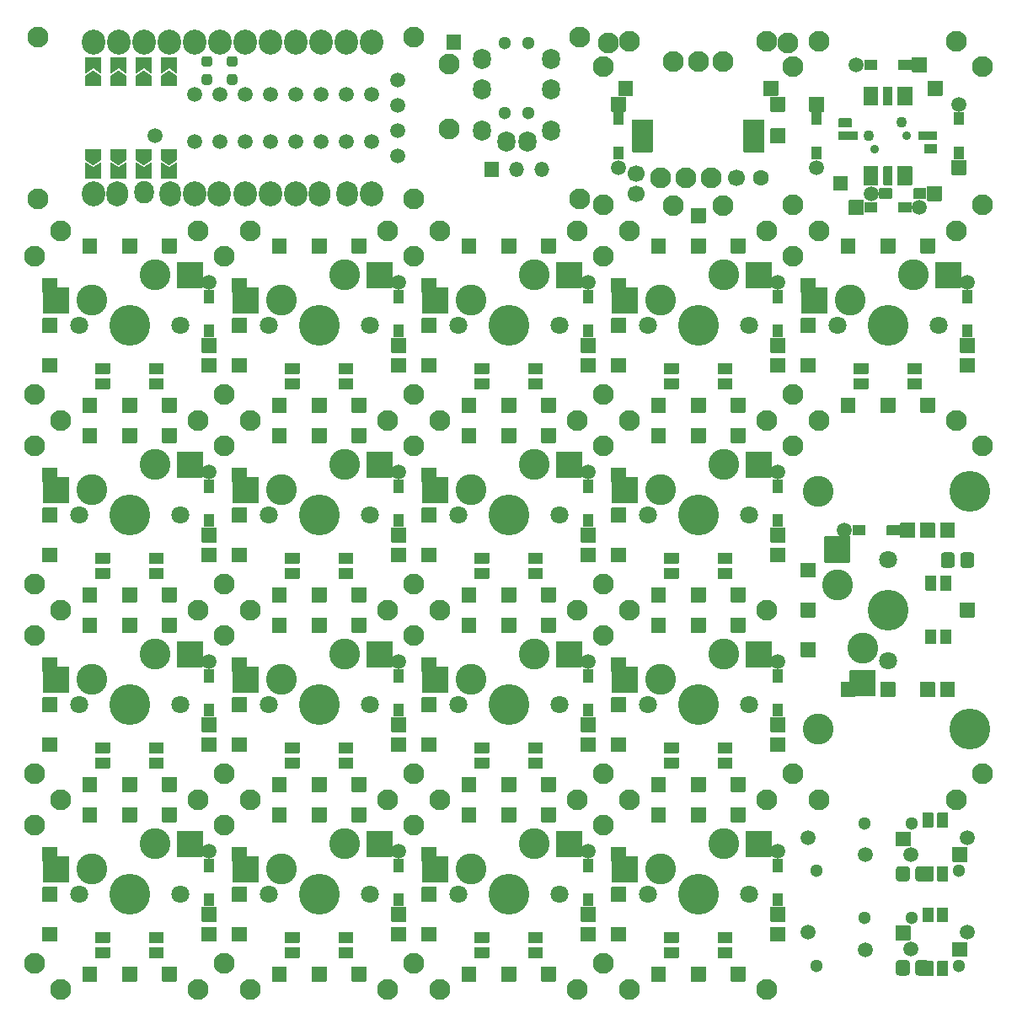
<source format=gbs>
%TF.GenerationSoftware,KiCad,Pcbnew,5.1.12-84ad8e8a86~92~ubuntu20.04.1*%
%TF.CreationDate,2021-11-14T16:01:40+01:00*%
%TF.ProjectId,Lergo,4c657267-6f2e-46b6-9963-61645f706362,v1.A*%
%TF.SameCoordinates,Original*%
%TF.FileFunction,Soldermask,Bot*%
%TF.FilePolarity,Negative*%
%FSLAX46Y46*%
G04 Gerber Fmt 4.6, Leading zero omitted, Abs format (unit mm)*
G04 Created by KiCad (PCBNEW 5.1.12-84ad8e8a86~92~ubuntu20.04.1) date 2021-11-14 16:01:40*
%MOMM*%
%LPD*%
G01*
G04 APERTURE LIST*
%ADD10C,1.500000*%
%ADD11C,3.100000*%
%ADD12C,1.800000*%
%ADD13C,4.100000*%
%ADD14C,2.100000*%
%ADD15O,2.350000X2.500000*%
%ADD16C,1.950000*%
%ADD17O,2.150000X2.500000*%
%ADD18O,1.950000X2.225000*%
%ADD19O,1.500000X1.500000*%
%ADD20C,0.900000*%
%ADD21C,1.100000*%
%ADD22C,1.700000*%
%ADD23C,1.600000*%
%ADD24O,1.800000X2.100000*%
%ADD25C,1.300000*%
%ADD26C,0.150000*%
G04 APERTURE END LIST*
G36*
G01*
X124543750Y-121600000D02*
X124543750Y-123000000D01*
G75*
G02*
X124493750Y-123050000I-50000J0D01*
G01*
X123093750Y-123050000D01*
G75*
G02*
X123043750Y-123000000I0J50000D01*
G01*
X123043750Y-121600000D01*
G75*
G02*
X123093750Y-121550000I50000J0D01*
G01*
X124493750Y-121550000D01*
G75*
G02*
X124543750Y-121600000I0J-50000D01*
G01*
G37*
G36*
G01*
X133118750Y-109776800D02*
X133118750Y-108823200D01*
G75*
G02*
X133416950Y-108525000I298200J0D01*
G01*
X134220550Y-108525000D01*
G75*
G02*
X134518750Y-108823200I0J-298200D01*
G01*
X134518750Y-109776800D01*
G75*
G02*
X134220550Y-110075000I-298200J0D01*
G01*
X133416950Y-110075000D01*
G75*
G02*
X133118750Y-109776800I0J298200D01*
G01*
G37*
G36*
G01*
X135068750Y-109776800D02*
X135068750Y-108823200D01*
G75*
G02*
X135366950Y-108525000I298200J0D01*
G01*
X136170550Y-108525000D01*
G75*
G02*
X136468750Y-108823200I0J-298200D01*
G01*
X136468750Y-109776800D01*
G75*
G02*
X136170550Y-110075000I-298200J0D01*
G01*
X135366950Y-110075000D01*
G75*
G02*
X135068750Y-109776800I0J298200D01*
G01*
G37*
G36*
G01*
X128993750Y-105825000D02*
X128993750Y-106775000D01*
G75*
G02*
X128943750Y-106825000I-50000J0D01*
G01*
X127743750Y-106825000D01*
G75*
G02*
X127693750Y-106775000I0J50000D01*
G01*
X127693750Y-105825000D01*
G75*
G02*
X127743750Y-105775000I50000J0D01*
G01*
X128943750Y-105775000D01*
G75*
G02*
X128993750Y-105825000I0J-50000D01*
G01*
G37*
D10*
X123443750Y-106300000D03*
G36*
G01*
X125543750Y-105825000D02*
X125543750Y-106775000D01*
G75*
G02*
X125493750Y-106825000I-50000J0D01*
G01*
X124293750Y-106825000D01*
G75*
G02*
X124243750Y-106775000I0J50000D01*
G01*
X124243750Y-105825000D01*
G75*
G02*
X124293750Y-105775000I50000J0D01*
G01*
X125493750Y-105775000D01*
G75*
G02*
X125543750Y-105825000I0J-50000D01*
G01*
G37*
G36*
G01*
X130543750Y-105600000D02*
X130543750Y-107000000D01*
G75*
G02*
X130493750Y-107050000I-50000J0D01*
G01*
X129093750Y-107050000D01*
G75*
G02*
X129043750Y-107000000I0J50000D01*
G01*
X129043750Y-105600000D01*
G75*
G02*
X129093750Y-105550000I50000J0D01*
G01*
X130493750Y-105550000D01*
G75*
G02*
X130543750Y-105600000I0J-50000D01*
G01*
G37*
D11*
X125253750Y-118110000D03*
D12*
X127793750Y-119380000D03*
X127793750Y-109220000D03*
D13*
X127793750Y-114300000D03*
D11*
X122713750Y-111760000D03*
G36*
G01*
X123963750Y-109550000D02*
X121463750Y-109550000D01*
G75*
G02*
X121413750Y-109500000I0J50000D01*
G01*
X121413750Y-106950000D01*
G75*
G02*
X121463750Y-106900000I50000J0D01*
G01*
X123963750Y-106900000D01*
G75*
G02*
X124013750Y-106950000I0J-50000D01*
G01*
X124013750Y-109500000D01*
G75*
G02*
X123963750Y-109550000I-50000J0D01*
G01*
G37*
G36*
G01*
X126503750Y-123000000D02*
X124003750Y-123000000D01*
G75*
G02*
X123953750Y-122950000I0J50000D01*
G01*
X123953750Y-120400000D01*
G75*
G02*
X124003750Y-120350000I50000J0D01*
G01*
X126503750Y-120350000D01*
G75*
G02*
X126553750Y-120400000I0J-50000D01*
G01*
X126553750Y-122950000D01*
G75*
G02*
X126503750Y-123000000I-50000J0D01*
G01*
G37*
G36*
G01*
X134543750Y-121600000D02*
X134543750Y-123000000D01*
G75*
G02*
X134493750Y-123050000I-50000J0D01*
G01*
X133093750Y-123050000D01*
G75*
G02*
X133043750Y-123000000I0J50000D01*
G01*
X133043750Y-121600000D01*
G75*
G02*
X133093750Y-121550000I50000J0D01*
G01*
X134493750Y-121550000D01*
G75*
G02*
X134543750Y-121600000I0J-50000D01*
G01*
G37*
G36*
G01*
X134543750Y-105600000D02*
X134543750Y-107000000D01*
G75*
G02*
X134493750Y-107050000I-50000J0D01*
G01*
X133093750Y-107050000D01*
G75*
G02*
X133043750Y-107000000I0J50000D01*
G01*
X133043750Y-105600000D01*
G75*
G02*
X133093750Y-105550000I50000J0D01*
G01*
X134493750Y-105550000D01*
G75*
G02*
X134543750Y-105600000I0J-50000D01*
G01*
G37*
G36*
G01*
X120543750Y-117600000D02*
X120543750Y-119000000D01*
G75*
G02*
X120493750Y-119050000I-50000J0D01*
G01*
X119093750Y-119050000D01*
G75*
G02*
X119043750Y-119000000I0J50000D01*
G01*
X119043750Y-117600000D01*
G75*
G02*
X119093750Y-117550000I50000J0D01*
G01*
X120493750Y-117550000D01*
G75*
G02*
X120543750Y-117600000I0J-50000D01*
G01*
G37*
G36*
G01*
X120543750Y-109600000D02*
X120543750Y-111000000D01*
G75*
G02*
X120493750Y-111050000I-50000J0D01*
G01*
X119093750Y-111050000D01*
G75*
G02*
X119043750Y-111000000I0J50000D01*
G01*
X119043750Y-109600000D01*
G75*
G02*
X119093750Y-109550000I50000J0D01*
G01*
X120493750Y-109550000D01*
G75*
G02*
X120543750Y-109600000I0J-50000D01*
G01*
G37*
G36*
G01*
X128543750Y-121600000D02*
X128543750Y-123000000D01*
G75*
G02*
X128493750Y-123050000I-50000J0D01*
G01*
X127093750Y-123050000D01*
G75*
G02*
X127043750Y-123000000I0J50000D01*
G01*
X127043750Y-121600000D01*
G75*
G02*
X127093750Y-121550000I50000J0D01*
G01*
X128493750Y-121550000D01*
G75*
G02*
X128543750Y-121600000I0J-50000D01*
G01*
G37*
G36*
G01*
X132543750Y-121600000D02*
X132543750Y-123000000D01*
G75*
G02*
X132493750Y-123050000I-50000J0D01*
G01*
X131093750Y-123050000D01*
G75*
G02*
X131043750Y-123000000I0J50000D01*
G01*
X131043750Y-121600000D01*
G75*
G02*
X131093750Y-121550000I50000J0D01*
G01*
X132493750Y-121550000D01*
G75*
G02*
X132543750Y-121600000I0J-50000D01*
G01*
G37*
G36*
G01*
X132543750Y-105600000D02*
X132543750Y-107000000D01*
G75*
G02*
X132493750Y-107050000I-50000J0D01*
G01*
X131093750Y-107050000D01*
G75*
G02*
X131043750Y-107000000I0J50000D01*
G01*
X131043750Y-105600000D01*
G75*
G02*
X131093750Y-105550000I50000J0D01*
G01*
X132493750Y-105550000D01*
G75*
G02*
X132543750Y-105600000I0J-50000D01*
G01*
G37*
G36*
G01*
X136543750Y-113600000D02*
X136543750Y-115000000D01*
G75*
G02*
X136493750Y-115050000I-50000J0D01*
G01*
X135093750Y-115050000D01*
G75*
G02*
X135043750Y-115000000I0J50000D01*
G01*
X135043750Y-113600000D01*
G75*
G02*
X135093750Y-113550000I50000J0D01*
G01*
X136493750Y-113550000D01*
G75*
G02*
X136543750Y-113600000I0J-50000D01*
G01*
G37*
G36*
G01*
X120543750Y-113600000D02*
X120543750Y-115000000D01*
G75*
G02*
X120493750Y-115050000I-50000J0D01*
G01*
X119093750Y-115050000D01*
G75*
G02*
X119043750Y-115000000I0J50000D01*
G01*
X119043750Y-113600000D01*
G75*
G02*
X119093750Y-113550000I50000J0D01*
G01*
X120493750Y-113550000D01*
G75*
G02*
X120543750Y-113600000I0J-50000D01*
G01*
G37*
G36*
G01*
X133123750Y-116250000D02*
X134123750Y-116250000D01*
G75*
G02*
X134173750Y-116300000I0J-50000D01*
G01*
X134173750Y-117700000D01*
G75*
G02*
X134123750Y-117750000I-50000J0D01*
G01*
X133123750Y-117750000D01*
G75*
G02*
X133073750Y-117700000I0J50000D01*
G01*
X133073750Y-116300000D01*
G75*
G02*
X133123750Y-116250000I50000J0D01*
G01*
G37*
G36*
G01*
X131623750Y-116250000D02*
X132623750Y-116250000D01*
G75*
G02*
X132673750Y-116300000I0J-50000D01*
G01*
X132673750Y-117700000D01*
G75*
G02*
X132623750Y-117750000I-50000J0D01*
G01*
X131623750Y-117750000D01*
G75*
G02*
X131573750Y-117700000I0J50000D01*
G01*
X131573750Y-116300000D01*
G75*
G02*
X131623750Y-116250000I50000J0D01*
G01*
G37*
G36*
G01*
X131623750Y-110850000D02*
X132623750Y-110850000D01*
G75*
G02*
X132673750Y-110900000I0J-50000D01*
G01*
X132673750Y-112300000D01*
G75*
G02*
X132623750Y-112350000I-50000J0D01*
G01*
X131623750Y-112350000D01*
G75*
G02*
X131573750Y-112300000I0J50000D01*
G01*
X131573750Y-110900000D01*
G75*
G02*
X131623750Y-110850000I50000J0D01*
G01*
G37*
G36*
G01*
X133123750Y-110850000D02*
X134123750Y-110850000D01*
G75*
G02*
X134173750Y-110900000I0J-50000D01*
G01*
X134173750Y-112300000D01*
G75*
G02*
X134123750Y-112350000I-50000J0D01*
G01*
X133123750Y-112350000D01*
G75*
G02*
X133073750Y-112300000I0J50000D01*
G01*
X133073750Y-110900000D01*
G75*
G02*
X133123750Y-110850000I50000J0D01*
G01*
G37*
D14*
X120870000Y-133350000D03*
X134717500Y-133350000D03*
X137318750Y-130748750D03*
X137318750Y-97851250D03*
X118268750Y-97851250D03*
X118268750Y-130748750D03*
X118268750Y-78801250D03*
X118268750Y-92648750D03*
X134717500Y-95250000D03*
X120870000Y-95250000D03*
G36*
G01*
X120493750Y-82475000D02*
X119093750Y-82475000D01*
G75*
G02*
X119043750Y-82425000I0J50000D01*
G01*
X119043750Y-81025000D01*
G75*
G02*
X119093750Y-80975000I50000J0D01*
G01*
X120493750Y-80975000D01*
G75*
G02*
X120543750Y-81025000I0J-50000D01*
G01*
X120543750Y-82425000D01*
G75*
G02*
X120493750Y-82475000I-50000J0D01*
G01*
G37*
G36*
G01*
X136268750Y-86925000D02*
X135318750Y-86925000D01*
G75*
G02*
X135268750Y-86875000I0J50000D01*
G01*
X135268750Y-85675000D01*
G75*
G02*
X135318750Y-85625000I50000J0D01*
G01*
X136268750Y-85625000D01*
G75*
G02*
X136318750Y-85675000I0J-50000D01*
G01*
X136318750Y-86875000D01*
G75*
G02*
X136268750Y-86925000I-50000J0D01*
G01*
G37*
D10*
X135793750Y-81375000D03*
G36*
G01*
X136268750Y-83475000D02*
X135318750Y-83475000D01*
G75*
G02*
X135268750Y-83425000I0J50000D01*
G01*
X135268750Y-82225000D01*
G75*
G02*
X135318750Y-82175000I50000J0D01*
G01*
X136268750Y-82175000D01*
G75*
G02*
X136318750Y-82225000I0J-50000D01*
G01*
X136318750Y-83425000D01*
G75*
G02*
X136268750Y-83475000I-50000J0D01*
G01*
G37*
G36*
G01*
X136493750Y-88475000D02*
X135093750Y-88475000D01*
G75*
G02*
X135043750Y-88425000I0J50000D01*
G01*
X135043750Y-87025000D01*
G75*
G02*
X135093750Y-86975000I50000J0D01*
G01*
X136493750Y-86975000D01*
G75*
G02*
X136543750Y-87025000I0J-50000D01*
G01*
X136543750Y-88425000D01*
G75*
G02*
X136493750Y-88475000I-50000J0D01*
G01*
G37*
D11*
X123983750Y-83185000D03*
D12*
X122713750Y-85725000D03*
X132873750Y-85725000D03*
D13*
X127793750Y-85725000D03*
D11*
X130333750Y-80645000D03*
G36*
G01*
X132543750Y-81895000D02*
X132543750Y-79395000D01*
G75*
G02*
X132593750Y-79345000I50000J0D01*
G01*
X135143750Y-79345000D01*
G75*
G02*
X135193750Y-79395000I0J-50000D01*
G01*
X135193750Y-81895000D01*
G75*
G02*
X135143750Y-81945000I-50000J0D01*
G01*
X132593750Y-81945000D01*
G75*
G02*
X132543750Y-81895000I0J50000D01*
G01*
G37*
G36*
G01*
X119093750Y-84435000D02*
X119093750Y-81935000D01*
G75*
G02*
X119143750Y-81885000I50000J0D01*
G01*
X121693750Y-81885000D01*
G75*
G02*
X121743750Y-81935000I0J-50000D01*
G01*
X121743750Y-84435000D01*
G75*
G02*
X121693750Y-84485000I-50000J0D01*
G01*
X119143750Y-84485000D01*
G75*
G02*
X119093750Y-84435000I0J50000D01*
G01*
G37*
G36*
G01*
X124493750Y-94475000D02*
X123093750Y-94475000D01*
G75*
G02*
X123043750Y-94425000I0J50000D01*
G01*
X123043750Y-93025000D01*
G75*
G02*
X123093750Y-92975000I50000J0D01*
G01*
X124493750Y-92975000D01*
G75*
G02*
X124543750Y-93025000I0J-50000D01*
G01*
X124543750Y-94425000D01*
G75*
G02*
X124493750Y-94475000I-50000J0D01*
G01*
G37*
G36*
G01*
X132493750Y-94475000D02*
X131093750Y-94475000D01*
G75*
G02*
X131043750Y-94425000I0J50000D01*
G01*
X131043750Y-93025000D01*
G75*
G02*
X131093750Y-92975000I50000J0D01*
G01*
X132493750Y-92975000D01*
G75*
G02*
X132543750Y-93025000I0J-50000D01*
G01*
X132543750Y-94425000D01*
G75*
G02*
X132493750Y-94475000I-50000J0D01*
G01*
G37*
G36*
G01*
X124493750Y-78475000D02*
X123093750Y-78475000D01*
G75*
G02*
X123043750Y-78425000I0J50000D01*
G01*
X123043750Y-77025000D01*
G75*
G02*
X123093750Y-76975000I50000J0D01*
G01*
X124493750Y-76975000D01*
G75*
G02*
X124543750Y-77025000I0J-50000D01*
G01*
X124543750Y-78425000D01*
G75*
G02*
X124493750Y-78475000I-50000J0D01*
G01*
G37*
G36*
G01*
X132493750Y-78475000D02*
X131093750Y-78475000D01*
G75*
G02*
X131043750Y-78425000I0J50000D01*
G01*
X131043750Y-77025000D01*
G75*
G02*
X131093750Y-76975000I50000J0D01*
G01*
X132493750Y-76975000D01*
G75*
G02*
X132543750Y-77025000I0J-50000D01*
G01*
X132543750Y-78425000D01*
G75*
G02*
X132493750Y-78475000I-50000J0D01*
G01*
G37*
G36*
G01*
X120493750Y-86475000D02*
X119093750Y-86475000D01*
G75*
G02*
X119043750Y-86425000I0J50000D01*
G01*
X119043750Y-85025000D01*
G75*
G02*
X119093750Y-84975000I50000J0D01*
G01*
X120493750Y-84975000D01*
G75*
G02*
X120543750Y-85025000I0J-50000D01*
G01*
X120543750Y-86425000D01*
G75*
G02*
X120493750Y-86475000I-50000J0D01*
G01*
G37*
G36*
G01*
X120493750Y-90475000D02*
X119093750Y-90475000D01*
G75*
G02*
X119043750Y-90425000I0J50000D01*
G01*
X119043750Y-89025000D01*
G75*
G02*
X119093750Y-88975000I50000J0D01*
G01*
X120493750Y-88975000D01*
G75*
G02*
X120543750Y-89025000I0J-50000D01*
G01*
X120543750Y-90425000D01*
G75*
G02*
X120493750Y-90475000I-50000J0D01*
G01*
G37*
G36*
G01*
X136493750Y-90475000D02*
X135093750Y-90475000D01*
G75*
G02*
X135043750Y-90425000I0J50000D01*
G01*
X135043750Y-89025000D01*
G75*
G02*
X135093750Y-88975000I50000J0D01*
G01*
X136493750Y-88975000D01*
G75*
G02*
X136543750Y-89025000I0J-50000D01*
G01*
X136543750Y-90425000D01*
G75*
G02*
X136493750Y-90475000I-50000J0D01*
G01*
G37*
G36*
G01*
X128493750Y-94475000D02*
X127093750Y-94475000D01*
G75*
G02*
X127043750Y-94425000I0J50000D01*
G01*
X127043750Y-93025000D01*
G75*
G02*
X127093750Y-92975000I50000J0D01*
G01*
X128493750Y-92975000D01*
G75*
G02*
X128543750Y-93025000I0J-50000D01*
G01*
X128543750Y-94425000D01*
G75*
G02*
X128493750Y-94475000I-50000J0D01*
G01*
G37*
G36*
G01*
X128493750Y-78475000D02*
X127093750Y-78475000D01*
G75*
G02*
X127043750Y-78425000I0J50000D01*
G01*
X127043750Y-77025000D01*
G75*
G02*
X127093750Y-76975000I50000J0D01*
G01*
X128493750Y-76975000D01*
G75*
G02*
X128543750Y-77025000I0J-50000D01*
G01*
X128543750Y-78425000D01*
G75*
G02*
X128493750Y-78475000I-50000J0D01*
G01*
G37*
G36*
G01*
X125843750Y-91055000D02*
X125843750Y-92055000D01*
G75*
G02*
X125793750Y-92105000I-50000J0D01*
G01*
X124393750Y-92105000D01*
G75*
G02*
X124343750Y-92055000I0J50000D01*
G01*
X124343750Y-91055000D01*
G75*
G02*
X124393750Y-91005000I50000J0D01*
G01*
X125793750Y-91005000D01*
G75*
G02*
X125843750Y-91055000I0J-50000D01*
G01*
G37*
G36*
G01*
X125843750Y-89555000D02*
X125843750Y-90555000D01*
G75*
G02*
X125793750Y-90605000I-50000J0D01*
G01*
X124393750Y-90605000D01*
G75*
G02*
X124343750Y-90555000I0J50000D01*
G01*
X124343750Y-89555000D01*
G75*
G02*
X124393750Y-89505000I50000J0D01*
G01*
X125793750Y-89505000D01*
G75*
G02*
X125843750Y-89555000I0J-50000D01*
G01*
G37*
G36*
G01*
X131243750Y-89555000D02*
X131243750Y-90555000D01*
G75*
G02*
X131193750Y-90605000I-50000J0D01*
G01*
X129793750Y-90605000D01*
G75*
G02*
X129743750Y-90555000I0J50000D01*
G01*
X129743750Y-89555000D01*
G75*
G02*
X129793750Y-89505000I50000J0D01*
G01*
X131193750Y-89505000D01*
G75*
G02*
X131243750Y-89555000I0J-50000D01*
G01*
G37*
G36*
G01*
X131243750Y-91055000D02*
X131243750Y-92055000D01*
G75*
G02*
X131193750Y-92105000I-50000J0D01*
G01*
X129793750Y-92105000D01*
G75*
G02*
X129743750Y-92055000I0J50000D01*
G01*
X129743750Y-91055000D01*
G75*
G02*
X129793750Y-91005000I50000J0D01*
G01*
X131193750Y-91005000D01*
G75*
G02*
X131243750Y-91055000I0J-50000D01*
G01*
G37*
D14*
X61118750Y-97851250D03*
X61118750Y-111698750D03*
X77567500Y-114300000D03*
X63720000Y-114300000D03*
G36*
G01*
X63343750Y-101525000D02*
X61943750Y-101525000D01*
G75*
G02*
X61893750Y-101475000I0J50000D01*
G01*
X61893750Y-100075000D01*
G75*
G02*
X61943750Y-100025000I50000J0D01*
G01*
X63343750Y-100025000D01*
G75*
G02*
X63393750Y-100075000I0J-50000D01*
G01*
X63393750Y-101475000D01*
G75*
G02*
X63343750Y-101525000I-50000J0D01*
G01*
G37*
G36*
G01*
X79118750Y-105975000D02*
X78168750Y-105975000D01*
G75*
G02*
X78118750Y-105925000I0J50000D01*
G01*
X78118750Y-104725000D01*
G75*
G02*
X78168750Y-104675000I50000J0D01*
G01*
X79118750Y-104675000D01*
G75*
G02*
X79168750Y-104725000I0J-50000D01*
G01*
X79168750Y-105925000D01*
G75*
G02*
X79118750Y-105975000I-50000J0D01*
G01*
G37*
D10*
X78643750Y-100425000D03*
G36*
G01*
X79118750Y-102525000D02*
X78168750Y-102525000D01*
G75*
G02*
X78118750Y-102475000I0J50000D01*
G01*
X78118750Y-101275000D01*
G75*
G02*
X78168750Y-101225000I50000J0D01*
G01*
X79118750Y-101225000D01*
G75*
G02*
X79168750Y-101275000I0J-50000D01*
G01*
X79168750Y-102475000D01*
G75*
G02*
X79118750Y-102525000I-50000J0D01*
G01*
G37*
G36*
G01*
X79343750Y-107525000D02*
X77943750Y-107525000D01*
G75*
G02*
X77893750Y-107475000I0J50000D01*
G01*
X77893750Y-106075000D01*
G75*
G02*
X77943750Y-106025000I50000J0D01*
G01*
X79343750Y-106025000D01*
G75*
G02*
X79393750Y-106075000I0J-50000D01*
G01*
X79393750Y-107475000D01*
G75*
G02*
X79343750Y-107525000I-50000J0D01*
G01*
G37*
D11*
X66833750Y-102235000D03*
D12*
X65563750Y-104775000D03*
X75723750Y-104775000D03*
D13*
X70643750Y-104775000D03*
D11*
X73183750Y-99695000D03*
G36*
G01*
X75393750Y-100945000D02*
X75393750Y-98445000D01*
G75*
G02*
X75443750Y-98395000I50000J0D01*
G01*
X77993750Y-98395000D01*
G75*
G02*
X78043750Y-98445000I0J-50000D01*
G01*
X78043750Y-100945000D01*
G75*
G02*
X77993750Y-100995000I-50000J0D01*
G01*
X75443750Y-100995000D01*
G75*
G02*
X75393750Y-100945000I0J50000D01*
G01*
G37*
G36*
G01*
X61943750Y-103485000D02*
X61943750Y-100985000D01*
G75*
G02*
X61993750Y-100935000I50000J0D01*
G01*
X64543750Y-100935000D01*
G75*
G02*
X64593750Y-100985000I0J-50000D01*
G01*
X64593750Y-103485000D01*
G75*
G02*
X64543750Y-103535000I-50000J0D01*
G01*
X61993750Y-103535000D01*
G75*
G02*
X61943750Y-103485000I0J50000D01*
G01*
G37*
G36*
G01*
X67343750Y-113525000D02*
X65943750Y-113525000D01*
G75*
G02*
X65893750Y-113475000I0J50000D01*
G01*
X65893750Y-112075000D01*
G75*
G02*
X65943750Y-112025000I50000J0D01*
G01*
X67343750Y-112025000D01*
G75*
G02*
X67393750Y-112075000I0J-50000D01*
G01*
X67393750Y-113475000D01*
G75*
G02*
X67343750Y-113525000I-50000J0D01*
G01*
G37*
G36*
G01*
X75343750Y-113525000D02*
X73943750Y-113525000D01*
G75*
G02*
X73893750Y-113475000I0J50000D01*
G01*
X73893750Y-112075000D01*
G75*
G02*
X73943750Y-112025000I50000J0D01*
G01*
X75343750Y-112025000D01*
G75*
G02*
X75393750Y-112075000I0J-50000D01*
G01*
X75393750Y-113475000D01*
G75*
G02*
X75343750Y-113525000I-50000J0D01*
G01*
G37*
G36*
G01*
X67343750Y-97525000D02*
X65943750Y-97525000D01*
G75*
G02*
X65893750Y-97475000I0J50000D01*
G01*
X65893750Y-96075000D01*
G75*
G02*
X65943750Y-96025000I50000J0D01*
G01*
X67343750Y-96025000D01*
G75*
G02*
X67393750Y-96075000I0J-50000D01*
G01*
X67393750Y-97475000D01*
G75*
G02*
X67343750Y-97525000I-50000J0D01*
G01*
G37*
G36*
G01*
X75343750Y-97525000D02*
X73943750Y-97525000D01*
G75*
G02*
X73893750Y-97475000I0J50000D01*
G01*
X73893750Y-96075000D01*
G75*
G02*
X73943750Y-96025000I50000J0D01*
G01*
X75343750Y-96025000D01*
G75*
G02*
X75393750Y-96075000I0J-50000D01*
G01*
X75393750Y-97475000D01*
G75*
G02*
X75343750Y-97525000I-50000J0D01*
G01*
G37*
G36*
G01*
X63343750Y-105525000D02*
X61943750Y-105525000D01*
G75*
G02*
X61893750Y-105475000I0J50000D01*
G01*
X61893750Y-104075000D01*
G75*
G02*
X61943750Y-104025000I50000J0D01*
G01*
X63343750Y-104025000D01*
G75*
G02*
X63393750Y-104075000I0J-50000D01*
G01*
X63393750Y-105475000D01*
G75*
G02*
X63343750Y-105525000I-50000J0D01*
G01*
G37*
G36*
G01*
X63343750Y-109525000D02*
X61943750Y-109525000D01*
G75*
G02*
X61893750Y-109475000I0J50000D01*
G01*
X61893750Y-108075000D01*
G75*
G02*
X61943750Y-108025000I50000J0D01*
G01*
X63343750Y-108025000D01*
G75*
G02*
X63393750Y-108075000I0J-50000D01*
G01*
X63393750Y-109475000D01*
G75*
G02*
X63343750Y-109525000I-50000J0D01*
G01*
G37*
G36*
G01*
X79343750Y-109525000D02*
X77943750Y-109525000D01*
G75*
G02*
X77893750Y-109475000I0J50000D01*
G01*
X77893750Y-108075000D01*
G75*
G02*
X77943750Y-108025000I50000J0D01*
G01*
X79343750Y-108025000D01*
G75*
G02*
X79393750Y-108075000I0J-50000D01*
G01*
X79393750Y-109475000D01*
G75*
G02*
X79343750Y-109525000I-50000J0D01*
G01*
G37*
G36*
G01*
X71343750Y-113525000D02*
X69943750Y-113525000D01*
G75*
G02*
X69893750Y-113475000I0J50000D01*
G01*
X69893750Y-112075000D01*
G75*
G02*
X69943750Y-112025000I50000J0D01*
G01*
X71343750Y-112025000D01*
G75*
G02*
X71393750Y-112075000I0J-50000D01*
G01*
X71393750Y-113475000D01*
G75*
G02*
X71343750Y-113525000I-50000J0D01*
G01*
G37*
G36*
G01*
X71343750Y-97525000D02*
X69943750Y-97525000D01*
G75*
G02*
X69893750Y-97475000I0J50000D01*
G01*
X69893750Y-96075000D01*
G75*
G02*
X69943750Y-96025000I50000J0D01*
G01*
X71343750Y-96025000D01*
G75*
G02*
X71393750Y-96075000I0J-50000D01*
G01*
X71393750Y-97475000D01*
G75*
G02*
X71343750Y-97525000I-50000J0D01*
G01*
G37*
G36*
G01*
X68693750Y-110105000D02*
X68693750Y-111105000D01*
G75*
G02*
X68643750Y-111155000I-50000J0D01*
G01*
X67243750Y-111155000D01*
G75*
G02*
X67193750Y-111105000I0J50000D01*
G01*
X67193750Y-110105000D01*
G75*
G02*
X67243750Y-110055000I50000J0D01*
G01*
X68643750Y-110055000D01*
G75*
G02*
X68693750Y-110105000I0J-50000D01*
G01*
G37*
G36*
G01*
X68693750Y-108605000D02*
X68693750Y-109605000D01*
G75*
G02*
X68643750Y-109655000I-50000J0D01*
G01*
X67243750Y-109655000D01*
G75*
G02*
X67193750Y-109605000I0J50000D01*
G01*
X67193750Y-108605000D01*
G75*
G02*
X67243750Y-108555000I50000J0D01*
G01*
X68643750Y-108555000D01*
G75*
G02*
X68693750Y-108605000I0J-50000D01*
G01*
G37*
G36*
G01*
X74093750Y-108605000D02*
X74093750Y-109605000D01*
G75*
G02*
X74043750Y-109655000I-50000J0D01*
G01*
X72643750Y-109655000D01*
G75*
G02*
X72593750Y-109605000I0J50000D01*
G01*
X72593750Y-108605000D01*
G75*
G02*
X72643750Y-108555000I50000J0D01*
G01*
X74043750Y-108555000D01*
G75*
G02*
X74093750Y-108605000I0J-50000D01*
G01*
G37*
G36*
G01*
X74093750Y-110105000D02*
X74093750Y-111105000D01*
G75*
G02*
X74043750Y-111155000I-50000J0D01*
G01*
X72643750Y-111155000D01*
G75*
G02*
X72593750Y-111105000I0J50000D01*
G01*
X72593750Y-110105000D01*
G75*
G02*
X72643750Y-110055000I50000J0D01*
G01*
X74043750Y-110055000D01*
G75*
G02*
X74093750Y-110105000I0J-50000D01*
G01*
G37*
D14*
X61118750Y-78801250D03*
X61118750Y-92648750D03*
X77567500Y-95250000D03*
X63720000Y-95250000D03*
G36*
G01*
X63343750Y-82475000D02*
X61943750Y-82475000D01*
G75*
G02*
X61893750Y-82425000I0J50000D01*
G01*
X61893750Y-81025000D01*
G75*
G02*
X61943750Y-80975000I50000J0D01*
G01*
X63343750Y-80975000D01*
G75*
G02*
X63393750Y-81025000I0J-50000D01*
G01*
X63393750Y-82425000D01*
G75*
G02*
X63343750Y-82475000I-50000J0D01*
G01*
G37*
G36*
G01*
X79118750Y-86925000D02*
X78168750Y-86925000D01*
G75*
G02*
X78118750Y-86875000I0J50000D01*
G01*
X78118750Y-85675000D01*
G75*
G02*
X78168750Y-85625000I50000J0D01*
G01*
X79118750Y-85625000D01*
G75*
G02*
X79168750Y-85675000I0J-50000D01*
G01*
X79168750Y-86875000D01*
G75*
G02*
X79118750Y-86925000I-50000J0D01*
G01*
G37*
D10*
X78643750Y-81375000D03*
G36*
G01*
X79118750Y-83475000D02*
X78168750Y-83475000D01*
G75*
G02*
X78118750Y-83425000I0J50000D01*
G01*
X78118750Y-82225000D01*
G75*
G02*
X78168750Y-82175000I50000J0D01*
G01*
X79118750Y-82175000D01*
G75*
G02*
X79168750Y-82225000I0J-50000D01*
G01*
X79168750Y-83425000D01*
G75*
G02*
X79118750Y-83475000I-50000J0D01*
G01*
G37*
G36*
G01*
X79343750Y-88475000D02*
X77943750Y-88475000D01*
G75*
G02*
X77893750Y-88425000I0J50000D01*
G01*
X77893750Y-87025000D01*
G75*
G02*
X77943750Y-86975000I50000J0D01*
G01*
X79343750Y-86975000D01*
G75*
G02*
X79393750Y-87025000I0J-50000D01*
G01*
X79393750Y-88425000D01*
G75*
G02*
X79343750Y-88475000I-50000J0D01*
G01*
G37*
D11*
X66833750Y-83185000D03*
D12*
X65563750Y-85725000D03*
X75723750Y-85725000D03*
D13*
X70643750Y-85725000D03*
D11*
X73183750Y-80645000D03*
G36*
G01*
X75393750Y-81895000D02*
X75393750Y-79395000D01*
G75*
G02*
X75443750Y-79345000I50000J0D01*
G01*
X77993750Y-79345000D01*
G75*
G02*
X78043750Y-79395000I0J-50000D01*
G01*
X78043750Y-81895000D01*
G75*
G02*
X77993750Y-81945000I-50000J0D01*
G01*
X75443750Y-81945000D01*
G75*
G02*
X75393750Y-81895000I0J50000D01*
G01*
G37*
G36*
G01*
X61943750Y-84435000D02*
X61943750Y-81935000D01*
G75*
G02*
X61993750Y-81885000I50000J0D01*
G01*
X64543750Y-81885000D01*
G75*
G02*
X64593750Y-81935000I0J-50000D01*
G01*
X64593750Y-84435000D01*
G75*
G02*
X64543750Y-84485000I-50000J0D01*
G01*
X61993750Y-84485000D01*
G75*
G02*
X61943750Y-84435000I0J50000D01*
G01*
G37*
G36*
G01*
X67343750Y-94475000D02*
X65943750Y-94475000D01*
G75*
G02*
X65893750Y-94425000I0J50000D01*
G01*
X65893750Y-93025000D01*
G75*
G02*
X65943750Y-92975000I50000J0D01*
G01*
X67343750Y-92975000D01*
G75*
G02*
X67393750Y-93025000I0J-50000D01*
G01*
X67393750Y-94425000D01*
G75*
G02*
X67343750Y-94475000I-50000J0D01*
G01*
G37*
G36*
G01*
X75343750Y-94475000D02*
X73943750Y-94475000D01*
G75*
G02*
X73893750Y-94425000I0J50000D01*
G01*
X73893750Y-93025000D01*
G75*
G02*
X73943750Y-92975000I50000J0D01*
G01*
X75343750Y-92975000D01*
G75*
G02*
X75393750Y-93025000I0J-50000D01*
G01*
X75393750Y-94425000D01*
G75*
G02*
X75343750Y-94475000I-50000J0D01*
G01*
G37*
G36*
G01*
X67343750Y-78475000D02*
X65943750Y-78475000D01*
G75*
G02*
X65893750Y-78425000I0J50000D01*
G01*
X65893750Y-77025000D01*
G75*
G02*
X65943750Y-76975000I50000J0D01*
G01*
X67343750Y-76975000D01*
G75*
G02*
X67393750Y-77025000I0J-50000D01*
G01*
X67393750Y-78425000D01*
G75*
G02*
X67343750Y-78475000I-50000J0D01*
G01*
G37*
G36*
G01*
X75343750Y-78475000D02*
X73943750Y-78475000D01*
G75*
G02*
X73893750Y-78425000I0J50000D01*
G01*
X73893750Y-77025000D01*
G75*
G02*
X73943750Y-76975000I50000J0D01*
G01*
X75343750Y-76975000D01*
G75*
G02*
X75393750Y-77025000I0J-50000D01*
G01*
X75393750Y-78425000D01*
G75*
G02*
X75343750Y-78475000I-50000J0D01*
G01*
G37*
G36*
G01*
X63343750Y-86475000D02*
X61943750Y-86475000D01*
G75*
G02*
X61893750Y-86425000I0J50000D01*
G01*
X61893750Y-85025000D01*
G75*
G02*
X61943750Y-84975000I50000J0D01*
G01*
X63343750Y-84975000D01*
G75*
G02*
X63393750Y-85025000I0J-50000D01*
G01*
X63393750Y-86425000D01*
G75*
G02*
X63343750Y-86475000I-50000J0D01*
G01*
G37*
G36*
G01*
X63343750Y-90475000D02*
X61943750Y-90475000D01*
G75*
G02*
X61893750Y-90425000I0J50000D01*
G01*
X61893750Y-89025000D01*
G75*
G02*
X61943750Y-88975000I50000J0D01*
G01*
X63343750Y-88975000D01*
G75*
G02*
X63393750Y-89025000I0J-50000D01*
G01*
X63393750Y-90425000D01*
G75*
G02*
X63343750Y-90475000I-50000J0D01*
G01*
G37*
G36*
G01*
X79343750Y-90475000D02*
X77943750Y-90475000D01*
G75*
G02*
X77893750Y-90425000I0J50000D01*
G01*
X77893750Y-89025000D01*
G75*
G02*
X77943750Y-88975000I50000J0D01*
G01*
X79343750Y-88975000D01*
G75*
G02*
X79393750Y-89025000I0J-50000D01*
G01*
X79393750Y-90425000D01*
G75*
G02*
X79343750Y-90475000I-50000J0D01*
G01*
G37*
G36*
G01*
X71343750Y-94475000D02*
X69943750Y-94475000D01*
G75*
G02*
X69893750Y-94425000I0J50000D01*
G01*
X69893750Y-93025000D01*
G75*
G02*
X69943750Y-92975000I50000J0D01*
G01*
X71343750Y-92975000D01*
G75*
G02*
X71393750Y-93025000I0J-50000D01*
G01*
X71393750Y-94425000D01*
G75*
G02*
X71343750Y-94475000I-50000J0D01*
G01*
G37*
G36*
G01*
X71343750Y-78475000D02*
X69943750Y-78475000D01*
G75*
G02*
X69893750Y-78425000I0J50000D01*
G01*
X69893750Y-77025000D01*
G75*
G02*
X69943750Y-76975000I50000J0D01*
G01*
X71343750Y-76975000D01*
G75*
G02*
X71393750Y-77025000I0J-50000D01*
G01*
X71393750Y-78425000D01*
G75*
G02*
X71343750Y-78475000I-50000J0D01*
G01*
G37*
G36*
G01*
X68693750Y-91055000D02*
X68693750Y-92055000D01*
G75*
G02*
X68643750Y-92105000I-50000J0D01*
G01*
X67243750Y-92105000D01*
G75*
G02*
X67193750Y-92055000I0J50000D01*
G01*
X67193750Y-91055000D01*
G75*
G02*
X67243750Y-91005000I50000J0D01*
G01*
X68643750Y-91005000D01*
G75*
G02*
X68693750Y-91055000I0J-50000D01*
G01*
G37*
G36*
G01*
X68693750Y-89555000D02*
X68693750Y-90555000D01*
G75*
G02*
X68643750Y-90605000I-50000J0D01*
G01*
X67243750Y-90605000D01*
G75*
G02*
X67193750Y-90555000I0J50000D01*
G01*
X67193750Y-89555000D01*
G75*
G02*
X67243750Y-89505000I50000J0D01*
G01*
X68643750Y-89505000D01*
G75*
G02*
X68693750Y-89555000I0J-50000D01*
G01*
G37*
G36*
G01*
X74093750Y-89555000D02*
X74093750Y-90555000D01*
G75*
G02*
X74043750Y-90605000I-50000J0D01*
G01*
X72643750Y-90605000D01*
G75*
G02*
X72593750Y-90555000I0J50000D01*
G01*
X72593750Y-89555000D01*
G75*
G02*
X72643750Y-89505000I50000J0D01*
G01*
X74043750Y-89505000D01*
G75*
G02*
X74093750Y-89555000I0J-50000D01*
G01*
G37*
G36*
G01*
X74093750Y-91055000D02*
X74093750Y-92055000D01*
G75*
G02*
X74043750Y-92105000I-50000J0D01*
G01*
X72643750Y-92105000D01*
G75*
G02*
X72593750Y-92055000I0J50000D01*
G01*
X72593750Y-91055000D01*
G75*
G02*
X72643750Y-91005000I50000J0D01*
G01*
X74043750Y-91005000D01*
G75*
G02*
X74093750Y-91055000I0J-50000D01*
G01*
G37*
D14*
X61118750Y-116901250D03*
X61118750Y-130748750D03*
X77567500Y-133350000D03*
X63720000Y-133350000D03*
G36*
G01*
X63343750Y-120575000D02*
X61943750Y-120575000D01*
G75*
G02*
X61893750Y-120525000I0J50000D01*
G01*
X61893750Y-119125000D01*
G75*
G02*
X61943750Y-119075000I50000J0D01*
G01*
X63343750Y-119075000D01*
G75*
G02*
X63393750Y-119125000I0J-50000D01*
G01*
X63393750Y-120525000D01*
G75*
G02*
X63343750Y-120575000I-50000J0D01*
G01*
G37*
G36*
G01*
X79118750Y-125025000D02*
X78168750Y-125025000D01*
G75*
G02*
X78118750Y-124975000I0J50000D01*
G01*
X78118750Y-123775000D01*
G75*
G02*
X78168750Y-123725000I50000J0D01*
G01*
X79118750Y-123725000D01*
G75*
G02*
X79168750Y-123775000I0J-50000D01*
G01*
X79168750Y-124975000D01*
G75*
G02*
X79118750Y-125025000I-50000J0D01*
G01*
G37*
D10*
X78643750Y-119475000D03*
G36*
G01*
X79118750Y-121575000D02*
X78168750Y-121575000D01*
G75*
G02*
X78118750Y-121525000I0J50000D01*
G01*
X78118750Y-120325000D01*
G75*
G02*
X78168750Y-120275000I50000J0D01*
G01*
X79118750Y-120275000D01*
G75*
G02*
X79168750Y-120325000I0J-50000D01*
G01*
X79168750Y-121525000D01*
G75*
G02*
X79118750Y-121575000I-50000J0D01*
G01*
G37*
G36*
G01*
X79343750Y-126575000D02*
X77943750Y-126575000D01*
G75*
G02*
X77893750Y-126525000I0J50000D01*
G01*
X77893750Y-125125000D01*
G75*
G02*
X77943750Y-125075000I50000J0D01*
G01*
X79343750Y-125075000D01*
G75*
G02*
X79393750Y-125125000I0J-50000D01*
G01*
X79393750Y-126525000D01*
G75*
G02*
X79343750Y-126575000I-50000J0D01*
G01*
G37*
D11*
X66833750Y-121285000D03*
D12*
X65563750Y-123825000D03*
X75723750Y-123825000D03*
D13*
X70643750Y-123825000D03*
D11*
X73183750Y-118745000D03*
G36*
G01*
X75393750Y-119995000D02*
X75393750Y-117495000D01*
G75*
G02*
X75443750Y-117445000I50000J0D01*
G01*
X77993750Y-117445000D01*
G75*
G02*
X78043750Y-117495000I0J-50000D01*
G01*
X78043750Y-119995000D01*
G75*
G02*
X77993750Y-120045000I-50000J0D01*
G01*
X75443750Y-120045000D01*
G75*
G02*
X75393750Y-119995000I0J50000D01*
G01*
G37*
G36*
G01*
X61943750Y-122535000D02*
X61943750Y-120035000D01*
G75*
G02*
X61993750Y-119985000I50000J0D01*
G01*
X64543750Y-119985000D01*
G75*
G02*
X64593750Y-120035000I0J-50000D01*
G01*
X64593750Y-122535000D01*
G75*
G02*
X64543750Y-122585000I-50000J0D01*
G01*
X61993750Y-122585000D01*
G75*
G02*
X61943750Y-122535000I0J50000D01*
G01*
G37*
G36*
G01*
X67343750Y-132575000D02*
X65943750Y-132575000D01*
G75*
G02*
X65893750Y-132525000I0J50000D01*
G01*
X65893750Y-131125000D01*
G75*
G02*
X65943750Y-131075000I50000J0D01*
G01*
X67343750Y-131075000D01*
G75*
G02*
X67393750Y-131125000I0J-50000D01*
G01*
X67393750Y-132525000D01*
G75*
G02*
X67343750Y-132575000I-50000J0D01*
G01*
G37*
G36*
G01*
X75343750Y-132575000D02*
X73943750Y-132575000D01*
G75*
G02*
X73893750Y-132525000I0J50000D01*
G01*
X73893750Y-131125000D01*
G75*
G02*
X73943750Y-131075000I50000J0D01*
G01*
X75343750Y-131075000D01*
G75*
G02*
X75393750Y-131125000I0J-50000D01*
G01*
X75393750Y-132525000D01*
G75*
G02*
X75343750Y-132575000I-50000J0D01*
G01*
G37*
G36*
G01*
X67343750Y-116575000D02*
X65943750Y-116575000D01*
G75*
G02*
X65893750Y-116525000I0J50000D01*
G01*
X65893750Y-115125000D01*
G75*
G02*
X65943750Y-115075000I50000J0D01*
G01*
X67343750Y-115075000D01*
G75*
G02*
X67393750Y-115125000I0J-50000D01*
G01*
X67393750Y-116525000D01*
G75*
G02*
X67343750Y-116575000I-50000J0D01*
G01*
G37*
G36*
G01*
X75343750Y-116575000D02*
X73943750Y-116575000D01*
G75*
G02*
X73893750Y-116525000I0J50000D01*
G01*
X73893750Y-115125000D01*
G75*
G02*
X73943750Y-115075000I50000J0D01*
G01*
X75343750Y-115075000D01*
G75*
G02*
X75393750Y-115125000I0J-50000D01*
G01*
X75393750Y-116525000D01*
G75*
G02*
X75343750Y-116575000I-50000J0D01*
G01*
G37*
G36*
G01*
X63343750Y-124575000D02*
X61943750Y-124575000D01*
G75*
G02*
X61893750Y-124525000I0J50000D01*
G01*
X61893750Y-123125000D01*
G75*
G02*
X61943750Y-123075000I50000J0D01*
G01*
X63343750Y-123075000D01*
G75*
G02*
X63393750Y-123125000I0J-50000D01*
G01*
X63393750Y-124525000D01*
G75*
G02*
X63343750Y-124575000I-50000J0D01*
G01*
G37*
G36*
G01*
X63343750Y-128575000D02*
X61943750Y-128575000D01*
G75*
G02*
X61893750Y-128525000I0J50000D01*
G01*
X61893750Y-127125000D01*
G75*
G02*
X61943750Y-127075000I50000J0D01*
G01*
X63343750Y-127075000D01*
G75*
G02*
X63393750Y-127125000I0J-50000D01*
G01*
X63393750Y-128525000D01*
G75*
G02*
X63343750Y-128575000I-50000J0D01*
G01*
G37*
G36*
G01*
X79343750Y-128575000D02*
X77943750Y-128575000D01*
G75*
G02*
X77893750Y-128525000I0J50000D01*
G01*
X77893750Y-127125000D01*
G75*
G02*
X77943750Y-127075000I50000J0D01*
G01*
X79343750Y-127075000D01*
G75*
G02*
X79393750Y-127125000I0J-50000D01*
G01*
X79393750Y-128525000D01*
G75*
G02*
X79343750Y-128575000I-50000J0D01*
G01*
G37*
G36*
G01*
X71343750Y-132575000D02*
X69943750Y-132575000D01*
G75*
G02*
X69893750Y-132525000I0J50000D01*
G01*
X69893750Y-131125000D01*
G75*
G02*
X69943750Y-131075000I50000J0D01*
G01*
X71343750Y-131075000D01*
G75*
G02*
X71393750Y-131125000I0J-50000D01*
G01*
X71393750Y-132525000D01*
G75*
G02*
X71343750Y-132575000I-50000J0D01*
G01*
G37*
G36*
G01*
X71343750Y-116575000D02*
X69943750Y-116575000D01*
G75*
G02*
X69893750Y-116525000I0J50000D01*
G01*
X69893750Y-115125000D01*
G75*
G02*
X69943750Y-115075000I50000J0D01*
G01*
X71343750Y-115075000D01*
G75*
G02*
X71393750Y-115125000I0J-50000D01*
G01*
X71393750Y-116525000D01*
G75*
G02*
X71343750Y-116575000I-50000J0D01*
G01*
G37*
G36*
G01*
X68693750Y-129155000D02*
X68693750Y-130155000D01*
G75*
G02*
X68643750Y-130205000I-50000J0D01*
G01*
X67243750Y-130205000D01*
G75*
G02*
X67193750Y-130155000I0J50000D01*
G01*
X67193750Y-129155000D01*
G75*
G02*
X67243750Y-129105000I50000J0D01*
G01*
X68643750Y-129105000D01*
G75*
G02*
X68693750Y-129155000I0J-50000D01*
G01*
G37*
G36*
G01*
X68693750Y-127655000D02*
X68693750Y-128655000D01*
G75*
G02*
X68643750Y-128705000I-50000J0D01*
G01*
X67243750Y-128705000D01*
G75*
G02*
X67193750Y-128655000I0J50000D01*
G01*
X67193750Y-127655000D01*
G75*
G02*
X67243750Y-127605000I50000J0D01*
G01*
X68643750Y-127605000D01*
G75*
G02*
X68693750Y-127655000I0J-50000D01*
G01*
G37*
G36*
G01*
X74093750Y-127655000D02*
X74093750Y-128655000D01*
G75*
G02*
X74043750Y-128705000I-50000J0D01*
G01*
X72643750Y-128705000D01*
G75*
G02*
X72593750Y-128655000I0J50000D01*
G01*
X72593750Y-127655000D01*
G75*
G02*
X72643750Y-127605000I50000J0D01*
G01*
X74043750Y-127605000D01*
G75*
G02*
X74093750Y-127655000I0J-50000D01*
G01*
G37*
G36*
G01*
X74093750Y-129155000D02*
X74093750Y-130155000D01*
G75*
G02*
X74043750Y-130205000I-50000J0D01*
G01*
X72643750Y-130205000D01*
G75*
G02*
X72593750Y-130155000I0J50000D01*
G01*
X72593750Y-129155000D01*
G75*
G02*
X72643750Y-129105000I50000J0D01*
G01*
X74043750Y-129105000D01*
G75*
G02*
X74093750Y-129155000I0J-50000D01*
G01*
G37*
D14*
X61118750Y-135951250D03*
X61118750Y-149798750D03*
X77567500Y-152400000D03*
X63720000Y-152400000D03*
G36*
G01*
X63343750Y-139625000D02*
X61943750Y-139625000D01*
G75*
G02*
X61893750Y-139575000I0J50000D01*
G01*
X61893750Y-138175000D01*
G75*
G02*
X61943750Y-138125000I50000J0D01*
G01*
X63343750Y-138125000D01*
G75*
G02*
X63393750Y-138175000I0J-50000D01*
G01*
X63393750Y-139575000D01*
G75*
G02*
X63343750Y-139625000I-50000J0D01*
G01*
G37*
G36*
G01*
X79118750Y-144075000D02*
X78168750Y-144075000D01*
G75*
G02*
X78118750Y-144025000I0J50000D01*
G01*
X78118750Y-142825000D01*
G75*
G02*
X78168750Y-142775000I50000J0D01*
G01*
X79118750Y-142775000D01*
G75*
G02*
X79168750Y-142825000I0J-50000D01*
G01*
X79168750Y-144025000D01*
G75*
G02*
X79118750Y-144075000I-50000J0D01*
G01*
G37*
D10*
X78643750Y-138525000D03*
G36*
G01*
X79118750Y-140625000D02*
X78168750Y-140625000D01*
G75*
G02*
X78118750Y-140575000I0J50000D01*
G01*
X78118750Y-139375000D01*
G75*
G02*
X78168750Y-139325000I50000J0D01*
G01*
X79118750Y-139325000D01*
G75*
G02*
X79168750Y-139375000I0J-50000D01*
G01*
X79168750Y-140575000D01*
G75*
G02*
X79118750Y-140625000I-50000J0D01*
G01*
G37*
G36*
G01*
X79343750Y-145625000D02*
X77943750Y-145625000D01*
G75*
G02*
X77893750Y-145575000I0J50000D01*
G01*
X77893750Y-144175000D01*
G75*
G02*
X77943750Y-144125000I50000J0D01*
G01*
X79343750Y-144125000D01*
G75*
G02*
X79393750Y-144175000I0J-50000D01*
G01*
X79393750Y-145575000D01*
G75*
G02*
X79343750Y-145625000I-50000J0D01*
G01*
G37*
D11*
X66833750Y-140335000D03*
D12*
X65563750Y-142875000D03*
X75723750Y-142875000D03*
D13*
X70643750Y-142875000D03*
D11*
X73183750Y-137795000D03*
G36*
G01*
X75393750Y-139045000D02*
X75393750Y-136545000D01*
G75*
G02*
X75443750Y-136495000I50000J0D01*
G01*
X77993750Y-136495000D01*
G75*
G02*
X78043750Y-136545000I0J-50000D01*
G01*
X78043750Y-139045000D01*
G75*
G02*
X77993750Y-139095000I-50000J0D01*
G01*
X75443750Y-139095000D01*
G75*
G02*
X75393750Y-139045000I0J50000D01*
G01*
G37*
G36*
G01*
X61943750Y-141585000D02*
X61943750Y-139085000D01*
G75*
G02*
X61993750Y-139035000I50000J0D01*
G01*
X64543750Y-139035000D01*
G75*
G02*
X64593750Y-139085000I0J-50000D01*
G01*
X64593750Y-141585000D01*
G75*
G02*
X64543750Y-141635000I-50000J0D01*
G01*
X61993750Y-141635000D01*
G75*
G02*
X61943750Y-141585000I0J50000D01*
G01*
G37*
G36*
G01*
X67343750Y-151625000D02*
X65943750Y-151625000D01*
G75*
G02*
X65893750Y-151575000I0J50000D01*
G01*
X65893750Y-150175000D01*
G75*
G02*
X65943750Y-150125000I50000J0D01*
G01*
X67343750Y-150125000D01*
G75*
G02*
X67393750Y-150175000I0J-50000D01*
G01*
X67393750Y-151575000D01*
G75*
G02*
X67343750Y-151625000I-50000J0D01*
G01*
G37*
G36*
G01*
X75343750Y-151625000D02*
X73943750Y-151625000D01*
G75*
G02*
X73893750Y-151575000I0J50000D01*
G01*
X73893750Y-150175000D01*
G75*
G02*
X73943750Y-150125000I50000J0D01*
G01*
X75343750Y-150125000D01*
G75*
G02*
X75393750Y-150175000I0J-50000D01*
G01*
X75393750Y-151575000D01*
G75*
G02*
X75343750Y-151625000I-50000J0D01*
G01*
G37*
G36*
G01*
X67343750Y-135625000D02*
X65943750Y-135625000D01*
G75*
G02*
X65893750Y-135575000I0J50000D01*
G01*
X65893750Y-134175000D01*
G75*
G02*
X65943750Y-134125000I50000J0D01*
G01*
X67343750Y-134125000D01*
G75*
G02*
X67393750Y-134175000I0J-50000D01*
G01*
X67393750Y-135575000D01*
G75*
G02*
X67343750Y-135625000I-50000J0D01*
G01*
G37*
G36*
G01*
X75343750Y-135625000D02*
X73943750Y-135625000D01*
G75*
G02*
X73893750Y-135575000I0J50000D01*
G01*
X73893750Y-134175000D01*
G75*
G02*
X73943750Y-134125000I50000J0D01*
G01*
X75343750Y-134125000D01*
G75*
G02*
X75393750Y-134175000I0J-50000D01*
G01*
X75393750Y-135575000D01*
G75*
G02*
X75343750Y-135625000I-50000J0D01*
G01*
G37*
G36*
G01*
X63343750Y-143625000D02*
X61943750Y-143625000D01*
G75*
G02*
X61893750Y-143575000I0J50000D01*
G01*
X61893750Y-142175000D01*
G75*
G02*
X61943750Y-142125000I50000J0D01*
G01*
X63343750Y-142125000D01*
G75*
G02*
X63393750Y-142175000I0J-50000D01*
G01*
X63393750Y-143575000D01*
G75*
G02*
X63343750Y-143625000I-50000J0D01*
G01*
G37*
G36*
G01*
X63343750Y-147625000D02*
X61943750Y-147625000D01*
G75*
G02*
X61893750Y-147575000I0J50000D01*
G01*
X61893750Y-146175000D01*
G75*
G02*
X61943750Y-146125000I50000J0D01*
G01*
X63343750Y-146125000D01*
G75*
G02*
X63393750Y-146175000I0J-50000D01*
G01*
X63393750Y-147575000D01*
G75*
G02*
X63343750Y-147625000I-50000J0D01*
G01*
G37*
G36*
G01*
X79343750Y-147625000D02*
X77943750Y-147625000D01*
G75*
G02*
X77893750Y-147575000I0J50000D01*
G01*
X77893750Y-146175000D01*
G75*
G02*
X77943750Y-146125000I50000J0D01*
G01*
X79343750Y-146125000D01*
G75*
G02*
X79393750Y-146175000I0J-50000D01*
G01*
X79393750Y-147575000D01*
G75*
G02*
X79343750Y-147625000I-50000J0D01*
G01*
G37*
G36*
G01*
X71343750Y-151625000D02*
X69943750Y-151625000D01*
G75*
G02*
X69893750Y-151575000I0J50000D01*
G01*
X69893750Y-150175000D01*
G75*
G02*
X69943750Y-150125000I50000J0D01*
G01*
X71343750Y-150125000D01*
G75*
G02*
X71393750Y-150175000I0J-50000D01*
G01*
X71393750Y-151575000D01*
G75*
G02*
X71343750Y-151625000I-50000J0D01*
G01*
G37*
G36*
G01*
X71343750Y-135625000D02*
X69943750Y-135625000D01*
G75*
G02*
X69893750Y-135575000I0J50000D01*
G01*
X69893750Y-134175000D01*
G75*
G02*
X69943750Y-134125000I50000J0D01*
G01*
X71343750Y-134125000D01*
G75*
G02*
X71393750Y-134175000I0J-50000D01*
G01*
X71393750Y-135575000D01*
G75*
G02*
X71343750Y-135625000I-50000J0D01*
G01*
G37*
G36*
G01*
X68693750Y-148205000D02*
X68693750Y-149205000D01*
G75*
G02*
X68643750Y-149255000I-50000J0D01*
G01*
X67243750Y-149255000D01*
G75*
G02*
X67193750Y-149205000I0J50000D01*
G01*
X67193750Y-148205000D01*
G75*
G02*
X67243750Y-148155000I50000J0D01*
G01*
X68643750Y-148155000D01*
G75*
G02*
X68693750Y-148205000I0J-50000D01*
G01*
G37*
G36*
G01*
X68693750Y-146705000D02*
X68693750Y-147705000D01*
G75*
G02*
X68643750Y-147755000I-50000J0D01*
G01*
X67243750Y-147755000D01*
G75*
G02*
X67193750Y-147705000I0J50000D01*
G01*
X67193750Y-146705000D01*
G75*
G02*
X67243750Y-146655000I50000J0D01*
G01*
X68643750Y-146655000D01*
G75*
G02*
X68693750Y-146705000I0J-50000D01*
G01*
G37*
G36*
G01*
X74093750Y-146705000D02*
X74093750Y-147705000D01*
G75*
G02*
X74043750Y-147755000I-50000J0D01*
G01*
X72643750Y-147755000D01*
G75*
G02*
X72593750Y-147705000I0J50000D01*
G01*
X72593750Y-146705000D01*
G75*
G02*
X72643750Y-146655000I50000J0D01*
G01*
X74043750Y-146655000D01*
G75*
G02*
X74093750Y-146705000I0J-50000D01*
G01*
G37*
G36*
G01*
X74093750Y-148205000D02*
X74093750Y-149205000D01*
G75*
G02*
X74043750Y-149255000I-50000J0D01*
G01*
X72643750Y-149255000D01*
G75*
G02*
X72593750Y-149205000I0J50000D01*
G01*
X72593750Y-148205000D01*
G75*
G02*
X72643750Y-148155000I50000J0D01*
G01*
X74043750Y-148155000D01*
G75*
G02*
X74093750Y-148205000I0J-50000D01*
G01*
G37*
D14*
X80168750Y-97851250D03*
X80168750Y-111698750D03*
X96617500Y-114300000D03*
X82770000Y-114300000D03*
G36*
G01*
X82393750Y-101525000D02*
X80993750Y-101525000D01*
G75*
G02*
X80943750Y-101475000I0J50000D01*
G01*
X80943750Y-100075000D01*
G75*
G02*
X80993750Y-100025000I50000J0D01*
G01*
X82393750Y-100025000D01*
G75*
G02*
X82443750Y-100075000I0J-50000D01*
G01*
X82443750Y-101475000D01*
G75*
G02*
X82393750Y-101525000I-50000J0D01*
G01*
G37*
G36*
G01*
X98168750Y-105975000D02*
X97218750Y-105975000D01*
G75*
G02*
X97168750Y-105925000I0J50000D01*
G01*
X97168750Y-104725000D01*
G75*
G02*
X97218750Y-104675000I50000J0D01*
G01*
X98168750Y-104675000D01*
G75*
G02*
X98218750Y-104725000I0J-50000D01*
G01*
X98218750Y-105925000D01*
G75*
G02*
X98168750Y-105975000I-50000J0D01*
G01*
G37*
D10*
X97693750Y-100425000D03*
G36*
G01*
X98168750Y-102525000D02*
X97218750Y-102525000D01*
G75*
G02*
X97168750Y-102475000I0J50000D01*
G01*
X97168750Y-101275000D01*
G75*
G02*
X97218750Y-101225000I50000J0D01*
G01*
X98168750Y-101225000D01*
G75*
G02*
X98218750Y-101275000I0J-50000D01*
G01*
X98218750Y-102475000D01*
G75*
G02*
X98168750Y-102525000I-50000J0D01*
G01*
G37*
G36*
G01*
X98393750Y-107525000D02*
X96993750Y-107525000D01*
G75*
G02*
X96943750Y-107475000I0J50000D01*
G01*
X96943750Y-106075000D01*
G75*
G02*
X96993750Y-106025000I50000J0D01*
G01*
X98393750Y-106025000D01*
G75*
G02*
X98443750Y-106075000I0J-50000D01*
G01*
X98443750Y-107475000D01*
G75*
G02*
X98393750Y-107525000I-50000J0D01*
G01*
G37*
D11*
X85883750Y-102235000D03*
D12*
X84613750Y-104775000D03*
X94773750Y-104775000D03*
D13*
X89693750Y-104775000D03*
D11*
X92233750Y-99695000D03*
G36*
G01*
X94443750Y-100945000D02*
X94443750Y-98445000D01*
G75*
G02*
X94493750Y-98395000I50000J0D01*
G01*
X97043750Y-98395000D01*
G75*
G02*
X97093750Y-98445000I0J-50000D01*
G01*
X97093750Y-100945000D01*
G75*
G02*
X97043750Y-100995000I-50000J0D01*
G01*
X94493750Y-100995000D01*
G75*
G02*
X94443750Y-100945000I0J50000D01*
G01*
G37*
G36*
G01*
X80993750Y-103485000D02*
X80993750Y-100985000D01*
G75*
G02*
X81043750Y-100935000I50000J0D01*
G01*
X83593750Y-100935000D01*
G75*
G02*
X83643750Y-100985000I0J-50000D01*
G01*
X83643750Y-103485000D01*
G75*
G02*
X83593750Y-103535000I-50000J0D01*
G01*
X81043750Y-103535000D01*
G75*
G02*
X80993750Y-103485000I0J50000D01*
G01*
G37*
G36*
G01*
X86393750Y-113525000D02*
X84993750Y-113525000D01*
G75*
G02*
X84943750Y-113475000I0J50000D01*
G01*
X84943750Y-112075000D01*
G75*
G02*
X84993750Y-112025000I50000J0D01*
G01*
X86393750Y-112025000D01*
G75*
G02*
X86443750Y-112075000I0J-50000D01*
G01*
X86443750Y-113475000D01*
G75*
G02*
X86393750Y-113525000I-50000J0D01*
G01*
G37*
G36*
G01*
X94393750Y-113525000D02*
X92993750Y-113525000D01*
G75*
G02*
X92943750Y-113475000I0J50000D01*
G01*
X92943750Y-112075000D01*
G75*
G02*
X92993750Y-112025000I50000J0D01*
G01*
X94393750Y-112025000D01*
G75*
G02*
X94443750Y-112075000I0J-50000D01*
G01*
X94443750Y-113475000D01*
G75*
G02*
X94393750Y-113525000I-50000J0D01*
G01*
G37*
G36*
G01*
X86393750Y-97525000D02*
X84993750Y-97525000D01*
G75*
G02*
X84943750Y-97475000I0J50000D01*
G01*
X84943750Y-96075000D01*
G75*
G02*
X84993750Y-96025000I50000J0D01*
G01*
X86393750Y-96025000D01*
G75*
G02*
X86443750Y-96075000I0J-50000D01*
G01*
X86443750Y-97475000D01*
G75*
G02*
X86393750Y-97525000I-50000J0D01*
G01*
G37*
G36*
G01*
X94393750Y-97525000D02*
X92993750Y-97525000D01*
G75*
G02*
X92943750Y-97475000I0J50000D01*
G01*
X92943750Y-96075000D01*
G75*
G02*
X92993750Y-96025000I50000J0D01*
G01*
X94393750Y-96025000D01*
G75*
G02*
X94443750Y-96075000I0J-50000D01*
G01*
X94443750Y-97475000D01*
G75*
G02*
X94393750Y-97525000I-50000J0D01*
G01*
G37*
G36*
G01*
X82393750Y-105525000D02*
X80993750Y-105525000D01*
G75*
G02*
X80943750Y-105475000I0J50000D01*
G01*
X80943750Y-104075000D01*
G75*
G02*
X80993750Y-104025000I50000J0D01*
G01*
X82393750Y-104025000D01*
G75*
G02*
X82443750Y-104075000I0J-50000D01*
G01*
X82443750Y-105475000D01*
G75*
G02*
X82393750Y-105525000I-50000J0D01*
G01*
G37*
G36*
G01*
X82393750Y-109525000D02*
X80993750Y-109525000D01*
G75*
G02*
X80943750Y-109475000I0J50000D01*
G01*
X80943750Y-108075000D01*
G75*
G02*
X80993750Y-108025000I50000J0D01*
G01*
X82393750Y-108025000D01*
G75*
G02*
X82443750Y-108075000I0J-50000D01*
G01*
X82443750Y-109475000D01*
G75*
G02*
X82393750Y-109525000I-50000J0D01*
G01*
G37*
G36*
G01*
X98393750Y-109525000D02*
X96993750Y-109525000D01*
G75*
G02*
X96943750Y-109475000I0J50000D01*
G01*
X96943750Y-108075000D01*
G75*
G02*
X96993750Y-108025000I50000J0D01*
G01*
X98393750Y-108025000D01*
G75*
G02*
X98443750Y-108075000I0J-50000D01*
G01*
X98443750Y-109475000D01*
G75*
G02*
X98393750Y-109525000I-50000J0D01*
G01*
G37*
G36*
G01*
X90393750Y-113525000D02*
X88993750Y-113525000D01*
G75*
G02*
X88943750Y-113475000I0J50000D01*
G01*
X88943750Y-112075000D01*
G75*
G02*
X88993750Y-112025000I50000J0D01*
G01*
X90393750Y-112025000D01*
G75*
G02*
X90443750Y-112075000I0J-50000D01*
G01*
X90443750Y-113475000D01*
G75*
G02*
X90393750Y-113525000I-50000J0D01*
G01*
G37*
G36*
G01*
X90393750Y-97525000D02*
X88993750Y-97525000D01*
G75*
G02*
X88943750Y-97475000I0J50000D01*
G01*
X88943750Y-96075000D01*
G75*
G02*
X88993750Y-96025000I50000J0D01*
G01*
X90393750Y-96025000D01*
G75*
G02*
X90443750Y-96075000I0J-50000D01*
G01*
X90443750Y-97475000D01*
G75*
G02*
X90393750Y-97525000I-50000J0D01*
G01*
G37*
G36*
G01*
X87743750Y-110105000D02*
X87743750Y-111105000D01*
G75*
G02*
X87693750Y-111155000I-50000J0D01*
G01*
X86293750Y-111155000D01*
G75*
G02*
X86243750Y-111105000I0J50000D01*
G01*
X86243750Y-110105000D01*
G75*
G02*
X86293750Y-110055000I50000J0D01*
G01*
X87693750Y-110055000D01*
G75*
G02*
X87743750Y-110105000I0J-50000D01*
G01*
G37*
G36*
G01*
X87743750Y-108605000D02*
X87743750Y-109605000D01*
G75*
G02*
X87693750Y-109655000I-50000J0D01*
G01*
X86293750Y-109655000D01*
G75*
G02*
X86243750Y-109605000I0J50000D01*
G01*
X86243750Y-108605000D01*
G75*
G02*
X86293750Y-108555000I50000J0D01*
G01*
X87693750Y-108555000D01*
G75*
G02*
X87743750Y-108605000I0J-50000D01*
G01*
G37*
G36*
G01*
X93143750Y-108605000D02*
X93143750Y-109605000D01*
G75*
G02*
X93093750Y-109655000I-50000J0D01*
G01*
X91693750Y-109655000D01*
G75*
G02*
X91643750Y-109605000I0J50000D01*
G01*
X91643750Y-108605000D01*
G75*
G02*
X91693750Y-108555000I50000J0D01*
G01*
X93093750Y-108555000D01*
G75*
G02*
X93143750Y-108605000I0J-50000D01*
G01*
G37*
G36*
G01*
X93143750Y-110105000D02*
X93143750Y-111105000D01*
G75*
G02*
X93093750Y-111155000I-50000J0D01*
G01*
X91693750Y-111155000D01*
G75*
G02*
X91643750Y-111105000I0J50000D01*
G01*
X91643750Y-110105000D01*
G75*
G02*
X91693750Y-110055000I50000J0D01*
G01*
X93093750Y-110055000D01*
G75*
G02*
X93143750Y-110105000I0J-50000D01*
G01*
G37*
D14*
X80168750Y-116901250D03*
X80168750Y-130748750D03*
X96617500Y-133350000D03*
X82770000Y-133350000D03*
G36*
G01*
X82393750Y-120575000D02*
X80993750Y-120575000D01*
G75*
G02*
X80943750Y-120525000I0J50000D01*
G01*
X80943750Y-119125000D01*
G75*
G02*
X80993750Y-119075000I50000J0D01*
G01*
X82393750Y-119075000D01*
G75*
G02*
X82443750Y-119125000I0J-50000D01*
G01*
X82443750Y-120525000D01*
G75*
G02*
X82393750Y-120575000I-50000J0D01*
G01*
G37*
G36*
G01*
X98168750Y-125025000D02*
X97218750Y-125025000D01*
G75*
G02*
X97168750Y-124975000I0J50000D01*
G01*
X97168750Y-123775000D01*
G75*
G02*
X97218750Y-123725000I50000J0D01*
G01*
X98168750Y-123725000D01*
G75*
G02*
X98218750Y-123775000I0J-50000D01*
G01*
X98218750Y-124975000D01*
G75*
G02*
X98168750Y-125025000I-50000J0D01*
G01*
G37*
D10*
X97693750Y-119475000D03*
G36*
G01*
X98168750Y-121575000D02*
X97218750Y-121575000D01*
G75*
G02*
X97168750Y-121525000I0J50000D01*
G01*
X97168750Y-120325000D01*
G75*
G02*
X97218750Y-120275000I50000J0D01*
G01*
X98168750Y-120275000D01*
G75*
G02*
X98218750Y-120325000I0J-50000D01*
G01*
X98218750Y-121525000D01*
G75*
G02*
X98168750Y-121575000I-50000J0D01*
G01*
G37*
G36*
G01*
X98393750Y-126575000D02*
X96993750Y-126575000D01*
G75*
G02*
X96943750Y-126525000I0J50000D01*
G01*
X96943750Y-125125000D01*
G75*
G02*
X96993750Y-125075000I50000J0D01*
G01*
X98393750Y-125075000D01*
G75*
G02*
X98443750Y-125125000I0J-50000D01*
G01*
X98443750Y-126525000D01*
G75*
G02*
X98393750Y-126575000I-50000J0D01*
G01*
G37*
D11*
X85883750Y-121285000D03*
D12*
X84613750Y-123825000D03*
X94773750Y-123825000D03*
D13*
X89693750Y-123825000D03*
D11*
X92233750Y-118745000D03*
G36*
G01*
X94443750Y-119995000D02*
X94443750Y-117495000D01*
G75*
G02*
X94493750Y-117445000I50000J0D01*
G01*
X97043750Y-117445000D01*
G75*
G02*
X97093750Y-117495000I0J-50000D01*
G01*
X97093750Y-119995000D01*
G75*
G02*
X97043750Y-120045000I-50000J0D01*
G01*
X94493750Y-120045000D01*
G75*
G02*
X94443750Y-119995000I0J50000D01*
G01*
G37*
G36*
G01*
X80993750Y-122535000D02*
X80993750Y-120035000D01*
G75*
G02*
X81043750Y-119985000I50000J0D01*
G01*
X83593750Y-119985000D01*
G75*
G02*
X83643750Y-120035000I0J-50000D01*
G01*
X83643750Y-122535000D01*
G75*
G02*
X83593750Y-122585000I-50000J0D01*
G01*
X81043750Y-122585000D01*
G75*
G02*
X80993750Y-122535000I0J50000D01*
G01*
G37*
G36*
G01*
X86393750Y-132575000D02*
X84993750Y-132575000D01*
G75*
G02*
X84943750Y-132525000I0J50000D01*
G01*
X84943750Y-131125000D01*
G75*
G02*
X84993750Y-131075000I50000J0D01*
G01*
X86393750Y-131075000D01*
G75*
G02*
X86443750Y-131125000I0J-50000D01*
G01*
X86443750Y-132525000D01*
G75*
G02*
X86393750Y-132575000I-50000J0D01*
G01*
G37*
G36*
G01*
X94393750Y-132575000D02*
X92993750Y-132575000D01*
G75*
G02*
X92943750Y-132525000I0J50000D01*
G01*
X92943750Y-131125000D01*
G75*
G02*
X92993750Y-131075000I50000J0D01*
G01*
X94393750Y-131075000D01*
G75*
G02*
X94443750Y-131125000I0J-50000D01*
G01*
X94443750Y-132525000D01*
G75*
G02*
X94393750Y-132575000I-50000J0D01*
G01*
G37*
G36*
G01*
X86393750Y-116575000D02*
X84993750Y-116575000D01*
G75*
G02*
X84943750Y-116525000I0J50000D01*
G01*
X84943750Y-115125000D01*
G75*
G02*
X84993750Y-115075000I50000J0D01*
G01*
X86393750Y-115075000D01*
G75*
G02*
X86443750Y-115125000I0J-50000D01*
G01*
X86443750Y-116525000D01*
G75*
G02*
X86393750Y-116575000I-50000J0D01*
G01*
G37*
G36*
G01*
X94393750Y-116575000D02*
X92993750Y-116575000D01*
G75*
G02*
X92943750Y-116525000I0J50000D01*
G01*
X92943750Y-115125000D01*
G75*
G02*
X92993750Y-115075000I50000J0D01*
G01*
X94393750Y-115075000D01*
G75*
G02*
X94443750Y-115125000I0J-50000D01*
G01*
X94443750Y-116525000D01*
G75*
G02*
X94393750Y-116575000I-50000J0D01*
G01*
G37*
G36*
G01*
X82393750Y-124575000D02*
X80993750Y-124575000D01*
G75*
G02*
X80943750Y-124525000I0J50000D01*
G01*
X80943750Y-123125000D01*
G75*
G02*
X80993750Y-123075000I50000J0D01*
G01*
X82393750Y-123075000D01*
G75*
G02*
X82443750Y-123125000I0J-50000D01*
G01*
X82443750Y-124525000D01*
G75*
G02*
X82393750Y-124575000I-50000J0D01*
G01*
G37*
G36*
G01*
X82393750Y-128575000D02*
X80993750Y-128575000D01*
G75*
G02*
X80943750Y-128525000I0J50000D01*
G01*
X80943750Y-127125000D01*
G75*
G02*
X80993750Y-127075000I50000J0D01*
G01*
X82393750Y-127075000D01*
G75*
G02*
X82443750Y-127125000I0J-50000D01*
G01*
X82443750Y-128525000D01*
G75*
G02*
X82393750Y-128575000I-50000J0D01*
G01*
G37*
G36*
G01*
X98393750Y-128575000D02*
X96993750Y-128575000D01*
G75*
G02*
X96943750Y-128525000I0J50000D01*
G01*
X96943750Y-127125000D01*
G75*
G02*
X96993750Y-127075000I50000J0D01*
G01*
X98393750Y-127075000D01*
G75*
G02*
X98443750Y-127125000I0J-50000D01*
G01*
X98443750Y-128525000D01*
G75*
G02*
X98393750Y-128575000I-50000J0D01*
G01*
G37*
G36*
G01*
X90393750Y-132575000D02*
X88993750Y-132575000D01*
G75*
G02*
X88943750Y-132525000I0J50000D01*
G01*
X88943750Y-131125000D01*
G75*
G02*
X88993750Y-131075000I50000J0D01*
G01*
X90393750Y-131075000D01*
G75*
G02*
X90443750Y-131125000I0J-50000D01*
G01*
X90443750Y-132525000D01*
G75*
G02*
X90393750Y-132575000I-50000J0D01*
G01*
G37*
G36*
G01*
X90393750Y-116575000D02*
X88993750Y-116575000D01*
G75*
G02*
X88943750Y-116525000I0J50000D01*
G01*
X88943750Y-115125000D01*
G75*
G02*
X88993750Y-115075000I50000J0D01*
G01*
X90393750Y-115075000D01*
G75*
G02*
X90443750Y-115125000I0J-50000D01*
G01*
X90443750Y-116525000D01*
G75*
G02*
X90393750Y-116575000I-50000J0D01*
G01*
G37*
G36*
G01*
X87743750Y-129155000D02*
X87743750Y-130155000D01*
G75*
G02*
X87693750Y-130205000I-50000J0D01*
G01*
X86293750Y-130205000D01*
G75*
G02*
X86243750Y-130155000I0J50000D01*
G01*
X86243750Y-129155000D01*
G75*
G02*
X86293750Y-129105000I50000J0D01*
G01*
X87693750Y-129105000D01*
G75*
G02*
X87743750Y-129155000I0J-50000D01*
G01*
G37*
G36*
G01*
X87743750Y-127655000D02*
X87743750Y-128655000D01*
G75*
G02*
X87693750Y-128705000I-50000J0D01*
G01*
X86293750Y-128705000D01*
G75*
G02*
X86243750Y-128655000I0J50000D01*
G01*
X86243750Y-127655000D01*
G75*
G02*
X86293750Y-127605000I50000J0D01*
G01*
X87693750Y-127605000D01*
G75*
G02*
X87743750Y-127655000I0J-50000D01*
G01*
G37*
G36*
G01*
X93143750Y-127655000D02*
X93143750Y-128655000D01*
G75*
G02*
X93093750Y-128705000I-50000J0D01*
G01*
X91693750Y-128705000D01*
G75*
G02*
X91643750Y-128655000I0J50000D01*
G01*
X91643750Y-127655000D01*
G75*
G02*
X91693750Y-127605000I50000J0D01*
G01*
X93093750Y-127605000D01*
G75*
G02*
X93143750Y-127655000I0J-50000D01*
G01*
G37*
G36*
G01*
X93143750Y-129155000D02*
X93143750Y-130155000D01*
G75*
G02*
X93093750Y-130205000I-50000J0D01*
G01*
X91693750Y-130205000D01*
G75*
G02*
X91643750Y-130155000I0J50000D01*
G01*
X91643750Y-129155000D01*
G75*
G02*
X91693750Y-129105000I50000J0D01*
G01*
X93093750Y-129105000D01*
G75*
G02*
X93143750Y-129155000I0J-50000D01*
G01*
G37*
D14*
X80168750Y-135951250D03*
X80168750Y-149798750D03*
X96617500Y-152400000D03*
X82770000Y-152400000D03*
G36*
G01*
X82393750Y-139625000D02*
X80993750Y-139625000D01*
G75*
G02*
X80943750Y-139575000I0J50000D01*
G01*
X80943750Y-138175000D01*
G75*
G02*
X80993750Y-138125000I50000J0D01*
G01*
X82393750Y-138125000D01*
G75*
G02*
X82443750Y-138175000I0J-50000D01*
G01*
X82443750Y-139575000D01*
G75*
G02*
X82393750Y-139625000I-50000J0D01*
G01*
G37*
G36*
G01*
X98168750Y-144075000D02*
X97218750Y-144075000D01*
G75*
G02*
X97168750Y-144025000I0J50000D01*
G01*
X97168750Y-142825000D01*
G75*
G02*
X97218750Y-142775000I50000J0D01*
G01*
X98168750Y-142775000D01*
G75*
G02*
X98218750Y-142825000I0J-50000D01*
G01*
X98218750Y-144025000D01*
G75*
G02*
X98168750Y-144075000I-50000J0D01*
G01*
G37*
D10*
X97693750Y-138525000D03*
G36*
G01*
X98168750Y-140625000D02*
X97218750Y-140625000D01*
G75*
G02*
X97168750Y-140575000I0J50000D01*
G01*
X97168750Y-139375000D01*
G75*
G02*
X97218750Y-139325000I50000J0D01*
G01*
X98168750Y-139325000D01*
G75*
G02*
X98218750Y-139375000I0J-50000D01*
G01*
X98218750Y-140575000D01*
G75*
G02*
X98168750Y-140625000I-50000J0D01*
G01*
G37*
G36*
G01*
X98393750Y-145625000D02*
X96993750Y-145625000D01*
G75*
G02*
X96943750Y-145575000I0J50000D01*
G01*
X96943750Y-144175000D01*
G75*
G02*
X96993750Y-144125000I50000J0D01*
G01*
X98393750Y-144125000D01*
G75*
G02*
X98443750Y-144175000I0J-50000D01*
G01*
X98443750Y-145575000D01*
G75*
G02*
X98393750Y-145625000I-50000J0D01*
G01*
G37*
D11*
X85883750Y-140335000D03*
D12*
X84613750Y-142875000D03*
X94773750Y-142875000D03*
D13*
X89693750Y-142875000D03*
D11*
X92233750Y-137795000D03*
G36*
G01*
X94443750Y-139045000D02*
X94443750Y-136545000D01*
G75*
G02*
X94493750Y-136495000I50000J0D01*
G01*
X97043750Y-136495000D01*
G75*
G02*
X97093750Y-136545000I0J-50000D01*
G01*
X97093750Y-139045000D01*
G75*
G02*
X97043750Y-139095000I-50000J0D01*
G01*
X94493750Y-139095000D01*
G75*
G02*
X94443750Y-139045000I0J50000D01*
G01*
G37*
G36*
G01*
X80993750Y-141585000D02*
X80993750Y-139085000D01*
G75*
G02*
X81043750Y-139035000I50000J0D01*
G01*
X83593750Y-139035000D01*
G75*
G02*
X83643750Y-139085000I0J-50000D01*
G01*
X83643750Y-141585000D01*
G75*
G02*
X83593750Y-141635000I-50000J0D01*
G01*
X81043750Y-141635000D01*
G75*
G02*
X80993750Y-141585000I0J50000D01*
G01*
G37*
G36*
G01*
X86393750Y-151625000D02*
X84993750Y-151625000D01*
G75*
G02*
X84943750Y-151575000I0J50000D01*
G01*
X84943750Y-150175000D01*
G75*
G02*
X84993750Y-150125000I50000J0D01*
G01*
X86393750Y-150125000D01*
G75*
G02*
X86443750Y-150175000I0J-50000D01*
G01*
X86443750Y-151575000D01*
G75*
G02*
X86393750Y-151625000I-50000J0D01*
G01*
G37*
G36*
G01*
X94393750Y-151625000D02*
X92993750Y-151625000D01*
G75*
G02*
X92943750Y-151575000I0J50000D01*
G01*
X92943750Y-150175000D01*
G75*
G02*
X92993750Y-150125000I50000J0D01*
G01*
X94393750Y-150125000D01*
G75*
G02*
X94443750Y-150175000I0J-50000D01*
G01*
X94443750Y-151575000D01*
G75*
G02*
X94393750Y-151625000I-50000J0D01*
G01*
G37*
G36*
G01*
X86393750Y-135625000D02*
X84993750Y-135625000D01*
G75*
G02*
X84943750Y-135575000I0J50000D01*
G01*
X84943750Y-134175000D01*
G75*
G02*
X84993750Y-134125000I50000J0D01*
G01*
X86393750Y-134125000D01*
G75*
G02*
X86443750Y-134175000I0J-50000D01*
G01*
X86443750Y-135575000D01*
G75*
G02*
X86393750Y-135625000I-50000J0D01*
G01*
G37*
G36*
G01*
X94393750Y-135625000D02*
X92993750Y-135625000D01*
G75*
G02*
X92943750Y-135575000I0J50000D01*
G01*
X92943750Y-134175000D01*
G75*
G02*
X92993750Y-134125000I50000J0D01*
G01*
X94393750Y-134125000D01*
G75*
G02*
X94443750Y-134175000I0J-50000D01*
G01*
X94443750Y-135575000D01*
G75*
G02*
X94393750Y-135625000I-50000J0D01*
G01*
G37*
G36*
G01*
X82393750Y-143625000D02*
X80993750Y-143625000D01*
G75*
G02*
X80943750Y-143575000I0J50000D01*
G01*
X80943750Y-142175000D01*
G75*
G02*
X80993750Y-142125000I50000J0D01*
G01*
X82393750Y-142125000D01*
G75*
G02*
X82443750Y-142175000I0J-50000D01*
G01*
X82443750Y-143575000D01*
G75*
G02*
X82393750Y-143625000I-50000J0D01*
G01*
G37*
G36*
G01*
X82393750Y-147625000D02*
X80993750Y-147625000D01*
G75*
G02*
X80943750Y-147575000I0J50000D01*
G01*
X80943750Y-146175000D01*
G75*
G02*
X80993750Y-146125000I50000J0D01*
G01*
X82393750Y-146125000D01*
G75*
G02*
X82443750Y-146175000I0J-50000D01*
G01*
X82443750Y-147575000D01*
G75*
G02*
X82393750Y-147625000I-50000J0D01*
G01*
G37*
G36*
G01*
X98393750Y-147625000D02*
X96993750Y-147625000D01*
G75*
G02*
X96943750Y-147575000I0J50000D01*
G01*
X96943750Y-146175000D01*
G75*
G02*
X96993750Y-146125000I50000J0D01*
G01*
X98393750Y-146125000D01*
G75*
G02*
X98443750Y-146175000I0J-50000D01*
G01*
X98443750Y-147575000D01*
G75*
G02*
X98393750Y-147625000I-50000J0D01*
G01*
G37*
G36*
G01*
X90393750Y-151625000D02*
X88993750Y-151625000D01*
G75*
G02*
X88943750Y-151575000I0J50000D01*
G01*
X88943750Y-150175000D01*
G75*
G02*
X88993750Y-150125000I50000J0D01*
G01*
X90393750Y-150125000D01*
G75*
G02*
X90443750Y-150175000I0J-50000D01*
G01*
X90443750Y-151575000D01*
G75*
G02*
X90393750Y-151625000I-50000J0D01*
G01*
G37*
G36*
G01*
X90393750Y-135625000D02*
X88993750Y-135625000D01*
G75*
G02*
X88943750Y-135575000I0J50000D01*
G01*
X88943750Y-134175000D01*
G75*
G02*
X88993750Y-134125000I50000J0D01*
G01*
X90393750Y-134125000D01*
G75*
G02*
X90443750Y-134175000I0J-50000D01*
G01*
X90443750Y-135575000D01*
G75*
G02*
X90393750Y-135625000I-50000J0D01*
G01*
G37*
G36*
G01*
X87743750Y-148205000D02*
X87743750Y-149205000D01*
G75*
G02*
X87693750Y-149255000I-50000J0D01*
G01*
X86293750Y-149255000D01*
G75*
G02*
X86243750Y-149205000I0J50000D01*
G01*
X86243750Y-148205000D01*
G75*
G02*
X86293750Y-148155000I50000J0D01*
G01*
X87693750Y-148155000D01*
G75*
G02*
X87743750Y-148205000I0J-50000D01*
G01*
G37*
G36*
G01*
X87743750Y-146705000D02*
X87743750Y-147705000D01*
G75*
G02*
X87693750Y-147755000I-50000J0D01*
G01*
X86293750Y-147755000D01*
G75*
G02*
X86243750Y-147705000I0J50000D01*
G01*
X86243750Y-146705000D01*
G75*
G02*
X86293750Y-146655000I50000J0D01*
G01*
X87693750Y-146655000D01*
G75*
G02*
X87743750Y-146705000I0J-50000D01*
G01*
G37*
G36*
G01*
X93143750Y-146705000D02*
X93143750Y-147705000D01*
G75*
G02*
X93093750Y-147755000I-50000J0D01*
G01*
X91693750Y-147755000D01*
G75*
G02*
X91643750Y-147705000I0J50000D01*
G01*
X91643750Y-146705000D01*
G75*
G02*
X91693750Y-146655000I50000J0D01*
G01*
X93093750Y-146655000D01*
G75*
G02*
X93143750Y-146705000I0J-50000D01*
G01*
G37*
G36*
G01*
X93143750Y-148205000D02*
X93143750Y-149205000D01*
G75*
G02*
X93093750Y-149255000I-50000J0D01*
G01*
X91693750Y-149255000D01*
G75*
G02*
X91643750Y-149205000I0J50000D01*
G01*
X91643750Y-148205000D01*
G75*
G02*
X91693750Y-148155000I50000J0D01*
G01*
X93093750Y-148155000D01*
G75*
G02*
X93143750Y-148205000I0J-50000D01*
G01*
G37*
D14*
X99218750Y-97851250D03*
X99218750Y-111698750D03*
X115667500Y-114300000D03*
X101820000Y-114300000D03*
G36*
G01*
X101443750Y-101525000D02*
X100043750Y-101525000D01*
G75*
G02*
X99993750Y-101475000I0J50000D01*
G01*
X99993750Y-100075000D01*
G75*
G02*
X100043750Y-100025000I50000J0D01*
G01*
X101443750Y-100025000D01*
G75*
G02*
X101493750Y-100075000I0J-50000D01*
G01*
X101493750Y-101475000D01*
G75*
G02*
X101443750Y-101525000I-50000J0D01*
G01*
G37*
G36*
G01*
X117218750Y-105975000D02*
X116268750Y-105975000D01*
G75*
G02*
X116218750Y-105925000I0J50000D01*
G01*
X116218750Y-104725000D01*
G75*
G02*
X116268750Y-104675000I50000J0D01*
G01*
X117218750Y-104675000D01*
G75*
G02*
X117268750Y-104725000I0J-50000D01*
G01*
X117268750Y-105925000D01*
G75*
G02*
X117218750Y-105975000I-50000J0D01*
G01*
G37*
D10*
X116743750Y-100425000D03*
G36*
G01*
X117218750Y-102525000D02*
X116268750Y-102525000D01*
G75*
G02*
X116218750Y-102475000I0J50000D01*
G01*
X116218750Y-101275000D01*
G75*
G02*
X116268750Y-101225000I50000J0D01*
G01*
X117218750Y-101225000D01*
G75*
G02*
X117268750Y-101275000I0J-50000D01*
G01*
X117268750Y-102475000D01*
G75*
G02*
X117218750Y-102525000I-50000J0D01*
G01*
G37*
G36*
G01*
X117443750Y-107525000D02*
X116043750Y-107525000D01*
G75*
G02*
X115993750Y-107475000I0J50000D01*
G01*
X115993750Y-106075000D01*
G75*
G02*
X116043750Y-106025000I50000J0D01*
G01*
X117443750Y-106025000D01*
G75*
G02*
X117493750Y-106075000I0J-50000D01*
G01*
X117493750Y-107475000D01*
G75*
G02*
X117443750Y-107525000I-50000J0D01*
G01*
G37*
D11*
X104933750Y-102235000D03*
D12*
X103663750Y-104775000D03*
X113823750Y-104775000D03*
D13*
X108743750Y-104775000D03*
D11*
X111283750Y-99695000D03*
G36*
G01*
X113493750Y-100945000D02*
X113493750Y-98445000D01*
G75*
G02*
X113543750Y-98395000I50000J0D01*
G01*
X116093750Y-98395000D01*
G75*
G02*
X116143750Y-98445000I0J-50000D01*
G01*
X116143750Y-100945000D01*
G75*
G02*
X116093750Y-100995000I-50000J0D01*
G01*
X113543750Y-100995000D01*
G75*
G02*
X113493750Y-100945000I0J50000D01*
G01*
G37*
G36*
G01*
X100043750Y-103485000D02*
X100043750Y-100985000D01*
G75*
G02*
X100093750Y-100935000I50000J0D01*
G01*
X102643750Y-100935000D01*
G75*
G02*
X102693750Y-100985000I0J-50000D01*
G01*
X102693750Y-103485000D01*
G75*
G02*
X102643750Y-103535000I-50000J0D01*
G01*
X100093750Y-103535000D01*
G75*
G02*
X100043750Y-103485000I0J50000D01*
G01*
G37*
G36*
G01*
X105443750Y-113525000D02*
X104043750Y-113525000D01*
G75*
G02*
X103993750Y-113475000I0J50000D01*
G01*
X103993750Y-112075000D01*
G75*
G02*
X104043750Y-112025000I50000J0D01*
G01*
X105443750Y-112025000D01*
G75*
G02*
X105493750Y-112075000I0J-50000D01*
G01*
X105493750Y-113475000D01*
G75*
G02*
X105443750Y-113525000I-50000J0D01*
G01*
G37*
G36*
G01*
X113443750Y-113525000D02*
X112043750Y-113525000D01*
G75*
G02*
X111993750Y-113475000I0J50000D01*
G01*
X111993750Y-112075000D01*
G75*
G02*
X112043750Y-112025000I50000J0D01*
G01*
X113443750Y-112025000D01*
G75*
G02*
X113493750Y-112075000I0J-50000D01*
G01*
X113493750Y-113475000D01*
G75*
G02*
X113443750Y-113525000I-50000J0D01*
G01*
G37*
G36*
G01*
X105443750Y-97525000D02*
X104043750Y-97525000D01*
G75*
G02*
X103993750Y-97475000I0J50000D01*
G01*
X103993750Y-96075000D01*
G75*
G02*
X104043750Y-96025000I50000J0D01*
G01*
X105443750Y-96025000D01*
G75*
G02*
X105493750Y-96075000I0J-50000D01*
G01*
X105493750Y-97475000D01*
G75*
G02*
X105443750Y-97525000I-50000J0D01*
G01*
G37*
G36*
G01*
X113443750Y-97525000D02*
X112043750Y-97525000D01*
G75*
G02*
X111993750Y-97475000I0J50000D01*
G01*
X111993750Y-96075000D01*
G75*
G02*
X112043750Y-96025000I50000J0D01*
G01*
X113443750Y-96025000D01*
G75*
G02*
X113493750Y-96075000I0J-50000D01*
G01*
X113493750Y-97475000D01*
G75*
G02*
X113443750Y-97525000I-50000J0D01*
G01*
G37*
G36*
G01*
X101443750Y-105525000D02*
X100043750Y-105525000D01*
G75*
G02*
X99993750Y-105475000I0J50000D01*
G01*
X99993750Y-104075000D01*
G75*
G02*
X100043750Y-104025000I50000J0D01*
G01*
X101443750Y-104025000D01*
G75*
G02*
X101493750Y-104075000I0J-50000D01*
G01*
X101493750Y-105475000D01*
G75*
G02*
X101443750Y-105525000I-50000J0D01*
G01*
G37*
G36*
G01*
X101443750Y-109525000D02*
X100043750Y-109525000D01*
G75*
G02*
X99993750Y-109475000I0J50000D01*
G01*
X99993750Y-108075000D01*
G75*
G02*
X100043750Y-108025000I50000J0D01*
G01*
X101443750Y-108025000D01*
G75*
G02*
X101493750Y-108075000I0J-50000D01*
G01*
X101493750Y-109475000D01*
G75*
G02*
X101443750Y-109525000I-50000J0D01*
G01*
G37*
G36*
G01*
X117443750Y-109525000D02*
X116043750Y-109525000D01*
G75*
G02*
X115993750Y-109475000I0J50000D01*
G01*
X115993750Y-108075000D01*
G75*
G02*
X116043750Y-108025000I50000J0D01*
G01*
X117443750Y-108025000D01*
G75*
G02*
X117493750Y-108075000I0J-50000D01*
G01*
X117493750Y-109475000D01*
G75*
G02*
X117443750Y-109525000I-50000J0D01*
G01*
G37*
G36*
G01*
X109443750Y-113525000D02*
X108043750Y-113525000D01*
G75*
G02*
X107993750Y-113475000I0J50000D01*
G01*
X107993750Y-112075000D01*
G75*
G02*
X108043750Y-112025000I50000J0D01*
G01*
X109443750Y-112025000D01*
G75*
G02*
X109493750Y-112075000I0J-50000D01*
G01*
X109493750Y-113475000D01*
G75*
G02*
X109443750Y-113525000I-50000J0D01*
G01*
G37*
G36*
G01*
X109443750Y-97525000D02*
X108043750Y-97525000D01*
G75*
G02*
X107993750Y-97475000I0J50000D01*
G01*
X107993750Y-96075000D01*
G75*
G02*
X108043750Y-96025000I50000J0D01*
G01*
X109443750Y-96025000D01*
G75*
G02*
X109493750Y-96075000I0J-50000D01*
G01*
X109493750Y-97475000D01*
G75*
G02*
X109443750Y-97525000I-50000J0D01*
G01*
G37*
G36*
G01*
X106793750Y-110105000D02*
X106793750Y-111105000D01*
G75*
G02*
X106743750Y-111155000I-50000J0D01*
G01*
X105343750Y-111155000D01*
G75*
G02*
X105293750Y-111105000I0J50000D01*
G01*
X105293750Y-110105000D01*
G75*
G02*
X105343750Y-110055000I50000J0D01*
G01*
X106743750Y-110055000D01*
G75*
G02*
X106793750Y-110105000I0J-50000D01*
G01*
G37*
G36*
G01*
X106793750Y-108605000D02*
X106793750Y-109605000D01*
G75*
G02*
X106743750Y-109655000I-50000J0D01*
G01*
X105343750Y-109655000D01*
G75*
G02*
X105293750Y-109605000I0J50000D01*
G01*
X105293750Y-108605000D01*
G75*
G02*
X105343750Y-108555000I50000J0D01*
G01*
X106743750Y-108555000D01*
G75*
G02*
X106793750Y-108605000I0J-50000D01*
G01*
G37*
G36*
G01*
X112193750Y-108605000D02*
X112193750Y-109605000D01*
G75*
G02*
X112143750Y-109655000I-50000J0D01*
G01*
X110743750Y-109655000D01*
G75*
G02*
X110693750Y-109605000I0J50000D01*
G01*
X110693750Y-108605000D01*
G75*
G02*
X110743750Y-108555000I50000J0D01*
G01*
X112143750Y-108555000D01*
G75*
G02*
X112193750Y-108605000I0J-50000D01*
G01*
G37*
G36*
G01*
X112193750Y-110105000D02*
X112193750Y-111105000D01*
G75*
G02*
X112143750Y-111155000I-50000J0D01*
G01*
X110743750Y-111155000D01*
G75*
G02*
X110693750Y-111105000I0J50000D01*
G01*
X110693750Y-110105000D01*
G75*
G02*
X110743750Y-110055000I50000J0D01*
G01*
X112143750Y-110055000D01*
G75*
G02*
X112193750Y-110105000I0J-50000D01*
G01*
G37*
D14*
X99218750Y-135951250D03*
X99218750Y-149798750D03*
X115667500Y-152400000D03*
X101820000Y-152400000D03*
G36*
G01*
X101443750Y-139625000D02*
X100043750Y-139625000D01*
G75*
G02*
X99993750Y-139575000I0J50000D01*
G01*
X99993750Y-138175000D01*
G75*
G02*
X100043750Y-138125000I50000J0D01*
G01*
X101443750Y-138125000D01*
G75*
G02*
X101493750Y-138175000I0J-50000D01*
G01*
X101493750Y-139575000D01*
G75*
G02*
X101443750Y-139625000I-50000J0D01*
G01*
G37*
G36*
G01*
X117218750Y-144075000D02*
X116268750Y-144075000D01*
G75*
G02*
X116218750Y-144025000I0J50000D01*
G01*
X116218750Y-142825000D01*
G75*
G02*
X116268750Y-142775000I50000J0D01*
G01*
X117218750Y-142775000D01*
G75*
G02*
X117268750Y-142825000I0J-50000D01*
G01*
X117268750Y-144025000D01*
G75*
G02*
X117218750Y-144075000I-50000J0D01*
G01*
G37*
D10*
X116743750Y-138525000D03*
G36*
G01*
X117218750Y-140625000D02*
X116268750Y-140625000D01*
G75*
G02*
X116218750Y-140575000I0J50000D01*
G01*
X116218750Y-139375000D01*
G75*
G02*
X116268750Y-139325000I50000J0D01*
G01*
X117218750Y-139325000D01*
G75*
G02*
X117268750Y-139375000I0J-50000D01*
G01*
X117268750Y-140575000D01*
G75*
G02*
X117218750Y-140625000I-50000J0D01*
G01*
G37*
G36*
G01*
X117443750Y-145625000D02*
X116043750Y-145625000D01*
G75*
G02*
X115993750Y-145575000I0J50000D01*
G01*
X115993750Y-144175000D01*
G75*
G02*
X116043750Y-144125000I50000J0D01*
G01*
X117443750Y-144125000D01*
G75*
G02*
X117493750Y-144175000I0J-50000D01*
G01*
X117493750Y-145575000D01*
G75*
G02*
X117443750Y-145625000I-50000J0D01*
G01*
G37*
D11*
X104933750Y-140335000D03*
D12*
X103663750Y-142875000D03*
X113823750Y-142875000D03*
D13*
X108743750Y-142875000D03*
D11*
X111283750Y-137795000D03*
G36*
G01*
X113493750Y-139045000D02*
X113493750Y-136545000D01*
G75*
G02*
X113543750Y-136495000I50000J0D01*
G01*
X116093750Y-136495000D01*
G75*
G02*
X116143750Y-136545000I0J-50000D01*
G01*
X116143750Y-139045000D01*
G75*
G02*
X116093750Y-139095000I-50000J0D01*
G01*
X113543750Y-139095000D01*
G75*
G02*
X113493750Y-139045000I0J50000D01*
G01*
G37*
G36*
G01*
X100043750Y-141585000D02*
X100043750Y-139085000D01*
G75*
G02*
X100093750Y-139035000I50000J0D01*
G01*
X102643750Y-139035000D01*
G75*
G02*
X102693750Y-139085000I0J-50000D01*
G01*
X102693750Y-141585000D01*
G75*
G02*
X102643750Y-141635000I-50000J0D01*
G01*
X100093750Y-141635000D01*
G75*
G02*
X100043750Y-141585000I0J50000D01*
G01*
G37*
G36*
G01*
X105443750Y-151625000D02*
X104043750Y-151625000D01*
G75*
G02*
X103993750Y-151575000I0J50000D01*
G01*
X103993750Y-150175000D01*
G75*
G02*
X104043750Y-150125000I50000J0D01*
G01*
X105443750Y-150125000D01*
G75*
G02*
X105493750Y-150175000I0J-50000D01*
G01*
X105493750Y-151575000D01*
G75*
G02*
X105443750Y-151625000I-50000J0D01*
G01*
G37*
G36*
G01*
X113443750Y-151625000D02*
X112043750Y-151625000D01*
G75*
G02*
X111993750Y-151575000I0J50000D01*
G01*
X111993750Y-150175000D01*
G75*
G02*
X112043750Y-150125000I50000J0D01*
G01*
X113443750Y-150125000D01*
G75*
G02*
X113493750Y-150175000I0J-50000D01*
G01*
X113493750Y-151575000D01*
G75*
G02*
X113443750Y-151625000I-50000J0D01*
G01*
G37*
G36*
G01*
X105443750Y-135625000D02*
X104043750Y-135625000D01*
G75*
G02*
X103993750Y-135575000I0J50000D01*
G01*
X103993750Y-134175000D01*
G75*
G02*
X104043750Y-134125000I50000J0D01*
G01*
X105443750Y-134125000D01*
G75*
G02*
X105493750Y-134175000I0J-50000D01*
G01*
X105493750Y-135575000D01*
G75*
G02*
X105443750Y-135625000I-50000J0D01*
G01*
G37*
G36*
G01*
X113443750Y-135625000D02*
X112043750Y-135625000D01*
G75*
G02*
X111993750Y-135575000I0J50000D01*
G01*
X111993750Y-134175000D01*
G75*
G02*
X112043750Y-134125000I50000J0D01*
G01*
X113443750Y-134125000D01*
G75*
G02*
X113493750Y-134175000I0J-50000D01*
G01*
X113493750Y-135575000D01*
G75*
G02*
X113443750Y-135625000I-50000J0D01*
G01*
G37*
G36*
G01*
X101443750Y-143625000D02*
X100043750Y-143625000D01*
G75*
G02*
X99993750Y-143575000I0J50000D01*
G01*
X99993750Y-142175000D01*
G75*
G02*
X100043750Y-142125000I50000J0D01*
G01*
X101443750Y-142125000D01*
G75*
G02*
X101493750Y-142175000I0J-50000D01*
G01*
X101493750Y-143575000D01*
G75*
G02*
X101443750Y-143625000I-50000J0D01*
G01*
G37*
G36*
G01*
X101443750Y-147625000D02*
X100043750Y-147625000D01*
G75*
G02*
X99993750Y-147575000I0J50000D01*
G01*
X99993750Y-146175000D01*
G75*
G02*
X100043750Y-146125000I50000J0D01*
G01*
X101443750Y-146125000D01*
G75*
G02*
X101493750Y-146175000I0J-50000D01*
G01*
X101493750Y-147575000D01*
G75*
G02*
X101443750Y-147625000I-50000J0D01*
G01*
G37*
G36*
G01*
X117443750Y-147625000D02*
X116043750Y-147625000D01*
G75*
G02*
X115993750Y-147575000I0J50000D01*
G01*
X115993750Y-146175000D01*
G75*
G02*
X116043750Y-146125000I50000J0D01*
G01*
X117443750Y-146125000D01*
G75*
G02*
X117493750Y-146175000I0J-50000D01*
G01*
X117493750Y-147575000D01*
G75*
G02*
X117443750Y-147625000I-50000J0D01*
G01*
G37*
G36*
G01*
X109443750Y-151625000D02*
X108043750Y-151625000D01*
G75*
G02*
X107993750Y-151575000I0J50000D01*
G01*
X107993750Y-150175000D01*
G75*
G02*
X108043750Y-150125000I50000J0D01*
G01*
X109443750Y-150125000D01*
G75*
G02*
X109493750Y-150175000I0J-50000D01*
G01*
X109493750Y-151575000D01*
G75*
G02*
X109443750Y-151625000I-50000J0D01*
G01*
G37*
G36*
G01*
X109443750Y-135625000D02*
X108043750Y-135625000D01*
G75*
G02*
X107993750Y-135575000I0J50000D01*
G01*
X107993750Y-134175000D01*
G75*
G02*
X108043750Y-134125000I50000J0D01*
G01*
X109443750Y-134125000D01*
G75*
G02*
X109493750Y-134175000I0J-50000D01*
G01*
X109493750Y-135575000D01*
G75*
G02*
X109443750Y-135625000I-50000J0D01*
G01*
G37*
G36*
G01*
X106793750Y-148205000D02*
X106793750Y-149205000D01*
G75*
G02*
X106743750Y-149255000I-50000J0D01*
G01*
X105343750Y-149255000D01*
G75*
G02*
X105293750Y-149205000I0J50000D01*
G01*
X105293750Y-148205000D01*
G75*
G02*
X105343750Y-148155000I50000J0D01*
G01*
X106743750Y-148155000D01*
G75*
G02*
X106793750Y-148205000I0J-50000D01*
G01*
G37*
G36*
G01*
X106793750Y-146705000D02*
X106793750Y-147705000D01*
G75*
G02*
X106743750Y-147755000I-50000J0D01*
G01*
X105343750Y-147755000D01*
G75*
G02*
X105293750Y-147705000I0J50000D01*
G01*
X105293750Y-146705000D01*
G75*
G02*
X105343750Y-146655000I50000J0D01*
G01*
X106743750Y-146655000D01*
G75*
G02*
X106793750Y-146705000I0J-50000D01*
G01*
G37*
G36*
G01*
X112193750Y-146705000D02*
X112193750Y-147705000D01*
G75*
G02*
X112143750Y-147755000I-50000J0D01*
G01*
X110743750Y-147755000D01*
G75*
G02*
X110693750Y-147705000I0J50000D01*
G01*
X110693750Y-146705000D01*
G75*
G02*
X110743750Y-146655000I50000J0D01*
G01*
X112143750Y-146655000D01*
G75*
G02*
X112193750Y-146705000I0J-50000D01*
G01*
G37*
G36*
G01*
X112193750Y-148205000D02*
X112193750Y-149205000D01*
G75*
G02*
X112143750Y-149255000I-50000J0D01*
G01*
X110743750Y-149255000D01*
G75*
G02*
X110693750Y-149205000I0J50000D01*
G01*
X110693750Y-148205000D01*
G75*
G02*
X110743750Y-148155000I50000J0D01*
G01*
X112143750Y-148155000D01*
G75*
G02*
X112193750Y-148205000I0J-50000D01*
G01*
G37*
D14*
X80168750Y-78801250D03*
X80168750Y-92648750D03*
X96617500Y-95250000D03*
X82770000Y-95250000D03*
G36*
G01*
X82393750Y-82475000D02*
X80993750Y-82475000D01*
G75*
G02*
X80943750Y-82425000I0J50000D01*
G01*
X80943750Y-81025000D01*
G75*
G02*
X80993750Y-80975000I50000J0D01*
G01*
X82393750Y-80975000D01*
G75*
G02*
X82443750Y-81025000I0J-50000D01*
G01*
X82443750Y-82425000D01*
G75*
G02*
X82393750Y-82475000I-50000J0D01*
G01*
G37*
G36*
G01*
X98168750Y-86925000D02*
X97218750Y-86925000D01*
G75*
G02*
X97168750Y-86875000I0J50000D01*
G01*
X97168750Y-85675000D01*
G75*
G02*
X97218750Y-85625000I50000J0D01*
G01*
X98168750Y-85625000D01*
G75*
G02*
X98218750Y-85675000I0J-50000D01*
G01*
X98218750Y-86875000D01*
G75*
G02*
X98168750Y-86925000I-50000J0D01*
G01*
G37*
D10*
X97693750Y-81375000D03*
G36*
G01*
X98168750Y-83475000D02*
X97218750Y-83475000D01*
G75*
G02*
X97168750Y-83425000I0J50000D01*
G01*
X97168750Y-82225000D01*
G75*
G02*
X97218750Y-82175000I50000J0D01*
G01*
X98168750Y-82175000D01*
G75*
G02*
X98218750Y-82225000I0J-50000D01*
G01*
X98218750Y-83425000D01*
G75*
G02*
X98168750Y-83475000I-50000J0D01*
G01*
G37*
G36*
G01*
X98393750Y-88475000D02*
X96993750Y-88475000D01*
G75*
G02*
X96943750Y-88425000I0J50000D01*
G01*
X96943750Y-87025000D01*
G75*
G02*
X96993750Y-86975000I50000J0D01*
G01*
X98393750Y-86975000D01*
G75*
G02*
X98443750Y-87025000I0J-50000D01*
G01*
X98443750Y-88425000D01*
G75*
G02*
X98393750Y-88475000I-50000J0D01*
G01*
G37*
D11*
X85883750Y-83185000D03*
D12*
X84613750Y-85725000D03*
X94773750Y-85725000D03*
D13*
X89693750Y-85725000D03*
D11*
X92233750Y-80645000D03*
G36*
G01*
X94443750Y-81895000D02*
X94443750Y-79395000D01*
G75*
G02*
X94493750Y-79345000I50000J0D01*
G01*
X97043750Y-79345000D01*
G75*
G02*
X97093750Y-79395000I0J-50000D01*
G01*
X97093750Y-81895000D01*
G75*
G02*
X97043750Y-81945000I-50000J0D01*
G01*
X94493750Y-81945000D01*
G75*
G02*
X94443750Y-81895000I0J50000D01*
G01*
G37*
G36*
G01*
X80993750Y-84435000D02*
X80993750Y-81935000D01*
G75*
G02*
X81043750Y-81885000I50000J0D01*
G01*
X83593750Y-81885000D01*
G75*
G02*
X83643750Y-81935000I0J-50000D01*
G01*
X83643750Y-84435000D01*
G75*
G02*
X83593750Y-84485000I-50000J0D01*
G01*
X81043750Y-84485000D01*
G75*
G02*
X80993750Y-84435000I0J50000D01*
G01*
G37*
G36*
G01*
X86393750Y-94475000D02*
X84993750Y-94475000D01*
G75*
G02*
X84943750Y-94425000I0J50000D01*
G01*
X84943750Y-93025000D01*
G75*
G02*
X84993750Y-92975000I50000J0D01*
G01*
X86393750Y-92975000D01*
G75*
G02*
X86443750Y-93025000I0J-50000D01*
G01*
X86443750Y-94425000D01*
G75*
G02*
X86393750Y-94475000I-50000J0D01*
G01*
G37*
G36*
G01*
X94393750Y-94475000D02*
X92993750Y-94475000D01*
G75*
G02*
X92943750Y-94425000I0J50000D01*
G01*
X92943750Y-93025000D01*
G75*
G02*
X92993750Y-92975000I50000J0D01*
G01*
X94393750Y-92975000D01*
G75*
G02*
X94443750Y-93025000I0J-50000D01*
G01*
X94443750Y-94425000D01*
G75*
G02*
X94393750Y-94475000I-50000J0D01*
G01*
G37*
G36*
G01*
X86393750Y-78475000D02*
X84993750Y-78475000D01*
G75*
G02*
X84943750Y-78425000I0J50000D01*
G01*
X84943750Y-77025000D01*
G75*
G02*
X84993750Y-76975000I50000J0D01*
G01*
X86393750Y-76975000D01*
G75*
G02*
X86443750Y-77025000I0J-50000D01*
G01*
X86443750Y-78425000D01*
G75*
G02*
X86393750Y-78475000I-50000J0D01*
G01*
G37*
G36*
G01*
X94393750Y-78475000D02*
X92993750Y-78475000D01*
G75*
G02*
X92943750Y-78425000I0J50000D01*
G01*
X92943750Y-77025000D01*
G75*
G02*
X92993750Y-76975000I50000J0D01*
G01*
X94393750Y-76975000D01*
G75*
G02*
X94443750Y-77025000I0J-50000D01*
G01*
X94443750Y-78425000D01*
G75*
G02*
X94393750Y-78475000I-50000J0D01*
G01*
G37*
G36*
G01*
X82393750Y-86475000D02*
X80993750Y-86475000D01*
G75*
G02*
X80943750Y-86425000I0J50000D01*
G01*
X80943750Y-85025000D01*
G75*
G02*
X80993750Y-84975000I50000J0D01*
G01*
X82393750Y-84975000D01*
G75*
G02*
X82443750Y-85025000I0J-50000D01*
G01*
X82443750Y-86425000D01*
G75*
G02*
X82393750Y-86475000I-50000J0D01*
G01*
G37*
G36*
G01*
X82393750Y-90475000D02*
X80993750Y-90475000D01*
G75*
G02*
X80943750Y-90425000I0J50000D01*
G01*
X80943750Y-89025000D01*
G75*
G02*
X80993750Y-88975000I50000J0D01*
G01*
X82393750Y-88975000D01*
G75*
G02*
X82443750Y-89025000I0J-50000D01*
G01*
X82443750Y-90425000D01*
G75*
G02*
X82393750Y-90475000I-50000J0D01*
G01*
G37*
G36*
G01*
X98393750Y-90475000D02*
X96993750Y-90475000D01*
G75*
G02*
X96943750Y-90425000I0J50000D01*
G01*
X96943750Y-89025000D01*
G75*
G02*
X96993750Y-88975000I50000J0D01*
G01*
X98393750Y-88975000D01*
G75*
G02*
X98443750Y-89025000I0J-50000D01*
G01*
X98443750Y-90425000D01*
G75*
G02*
X98393750Y-90475000I-50000J0D01*
G01*
G37*
G36*
G01*
X90393750Y-94475000D02*
X88993750Y-94475000D01*
G75*
G02*
X88943750Y-94425000I0J50000D01*
G01*
X88943750Y-93025000D01*
G75*
G02*
X88993750Y-92975000I50000J0D01*
G01*
X90393750Y-92975000D01*
G75*
G02*
X90443750Y-93025000I0J-50000D01*
G01*
X90443750Y-94425000D01*
G75*
G02*
X90393750Y-94475000I-50000J0D01*
G01*
G37*
G36*
G01*
X90393750Y-78475000D02*
X88993750Y-78475000D01*
G75*
G02*
X88943750Y-78425000I0J50000D01*
G01*
X88943750Y-77025000D01*
G75*
G02*
X88993750Y-76975000I50000J0D01*
G01*
X90393750Y-76975000D01*
G75*
G02*
X90443750Y-77025000I0J-50000D01*
G01*
X90443750Y-78425000D01*
G75*
G02*
X90393750Y-78475000I-50000J0D01*
G01*
G37*
G36*
G01*
X87743750Y-91055000D02*
X87743750Y-92055000D01*
G75*
G02*
X87693750Y-92105000I-50000J0D01*
G01*
X86293750Y-92105000D01*
G75*
G02*
X86243750Y-92055000I0J50000D01*
G01*
X86243750Y-91055000D01*
G75*
G02*
X86293750Y-91005000I50000J0D01*
G01*
X87693750Y-91005000D01*
G75*
G02*
X87743750Y-91055000I0J-50000D01*
G01*
G37*
G36*
G01*
X87743750Y-89555000D02*
X87743750Y-90555000D01*
G75*
G02*
X87693750Y-90605000I-50000J0D01*
G01*
X86293750Y-90605000D01*
G75*
G02*
X86243750Y-90555000I0J50000D01*
G01*
X86243750Y-89555000D01*
G75*
G02*
X86293750Y-89505000I50000J0D01*
G01*
X87693750Y-89505000D01*
G75*
G02*
X87743750Y-89555000I0J-50000D01*
G01*
G37*
G36*
G01*
X93143750Y-89555000D02*
X93143750Y-90555000D01*
G75*
G02*
X93093750Y-90605000I-50000J0D01*
G01*
X91693750Y-90605000D01*
G75*
G02*
X91643750Y-90555000I0J50000D01*
G01*
X91643750Y-89555000D01*
G75*
G02*
X91693750Y-89505000I50000J0D01*
G01*
X93093750Y-89505000D01*
G75*
G02*
X93143750Y-89555000I0J-50000D01*
G01*
G37*
G36*
G01*
X93143750Y-91055000D02*
X93143750Y-92055000D01*
G75*
G02*
X93093750Y-92105000I-50000J0D01*
G01*
X91693750Y-92105000D01*
G75*
G02*
X91643750Y-92055000I0J50000D01*
G01*
X91643750Y-91055000D01*
G75*
G02*
X91693750Y-91005000I50000J0D01*
G01*
X93093750Y-91005000D01*
G75*
G02*
X93143750Y-91055000I0J-50000D01*
G01*
G37*
D14*
X42068750Y-78801250D03*
X42068750Y-92648750D03*
X58517500Y-95250000D03*
X44670000Y-95250000D03*
G36*
G01*
X44293750Y-82475000D02*
X42893750Y-82475000D01*
G75*
G02*
X42843750Y-82425000I0J50000D01*
G01*
X42843750Y-81025000D01*
G75*
G02*
X42893750Y-80975000I50000J0D01*
G01*
X44293750Y-80975000D01*
G75*
G02*
X44343750Y-81025000I0J-50000D01*
G01*
X44343750Y-82425000D01*
G75*
G02*
X44293750Y-82475000I-50000J0D01*
G01*
G37*
G36*
G01*
X60068750Y-86925000D02*
X59118750Y-86925000D01*
G75*
G02*
X59068750Y-86875000I0J50000D01*
G01*
X59068750Y-85675000D01*
G75*
G02*
X59118750Y-85625000I50000J0D01*
G01*
X60068750Y-85625000D01*
G75*
G02*
X60118750Y-85675000I0J-50000D01*
G01*
X60118750Y-86875000D01*
G75*
G02*
X60068750Y-86925000I-50000J0D01*
G01*
G37*
D10*
X59593750Y-81375000D03*
G36*
G01*
X60068750Y-83475000D02*
X59118750Y-83475000D01*
G75*
G02*
X59068750Y-83425000I0J50000D01*
G01*
X59068750Y-82225000D01*
G75*
G02*
X59118750Y-82175000I50000J0D01*
G01*
X60068750Y-82175000D01*
G75*
G02*
X60118750Y-82225000I0J-50000D01*
G01*
X60118750Y-83425000D01*
G75*
G02*
X60068750Y-83475000I-50000J0D01*
G01*
G37*
G36*
G01*
X60293750Y-88475000D02*
X58893750Y-88475000D01*
G75*
G02*
X58843750Y-88425000I0J50000D01*
G01*
X58843750Y-87025000D01*
G75*
G02*
X58893750Y-86975000I50000J0D01*
G01*
X60293750Y-86975000D01*
G75*
G02*
X60343750Y-87025000I0J-50000D01*
G01*
X60343750Y-88425000D01*
G75*
G02*
X60293750Y-88475000I-50000J0D01*
G01*
G37*
D11*
X47783750Y-83185000D03*
D12*
X46513750Y-85725000D03*
X56673750Y-85725000D03*
D13*
X51593750Y-85725000D03*
D11*
X54133750Y-80645000D03*
G36*
G01*
X56343750Y-81895000D02*
X56343750Y-79395000D01*
G75*
G02*
X56393750Y-79345000I50000J0D01*
G01*
X58943750Y-79345000D01*
G75*
G02*
X58993750Y-79395000I0J-50000D01*
G01*
X58993750Y-81895000D01*
G75*
G02*
X58943750Y-81945000I-50000J0D01*
G01*
X56393750Y-81945000D01*
G75*
G02*
X56343750Y-81895000I0J50000D01*
G01*
G37*
G36*
G01*
X42893750Y-84435000D02*
X42893750Y-81935000D01*
G75*
G02*
X42943750Y-81885000I50000J0D01*
G01*
X45493750Y-81885000D01*
G75*
G02*
X45543750Y-81935000I0J-50000D01*
G01*
X45543750Y-84435000D01*
G75*
G02*
X45493750Y-84485000I-50000J0D01*
G01*
X42943750Y-84485000D01*
G75*
G02*
X42893750Y-84435000I0J50000D01*
G01*
G37*
G36*
G01*
X48293750Y-94475000D02*
X46893750Y-94475000D01*
G75*
G02*
X46843750Y-94425000I0J50000D01*
G01*
X46843750Y-93025000D01*
G75*
G02*
X46893750Y-92975000I50000J0D01*
G01*
X48293750Y-92975000D01*
G75*
G02*
X48343750Y-93025000I0J-50000D01*
G01*
X48343750Y-94425000D01*
G75*
G02*
X48293750Y-94475000I-50000J0D01*
G01*
G37*
G36*
G01*
X56293750Y-94475000D02*
X54893750Y-94475000D01*
G75*
G02*
X54843750Y-94425000I0J50000D01*
G01*
X54843750Y-93025000D01*
G75*
G02*
X54893750Y-92975000I50000J0D01*
G01*
X56293750Y-92975000D01*
G75*
G02*
X56343750Y-93025000I0J-50000D01*
G01*
X56343750Y-94425000D01*
G75*
G02*
X56293750Y-94475000I-50000J0D01*
G01*
G37*
G36*
G01*
X48293750Y-78475000D02*
X46893750Y-78475000D01*
G75*
G02*
X46843750Y-78425000I0J50000D01*
G01*
X46843750Y-77025000D01*
G75*
G02*
X46893750Y-76975000I50000J0D01*
G01*
X48293750Y-76975000D01*
G75*
G02*
X48343750Y-77025000I0J-50000D01*
G01*
X48343750Y-78425000D01*
G75*
G02*
X48293750Y-78475000I-50000J0D01*
G01*
G37*
G36*
G01*
X56293750Y-78475000D02*
X54893750Y-78475000D01*
G75*
G02*
X54843750Y-78425000I0J50000D01*
G01*
X54843750Y-77025000D01*
G75*
G02*
X54893750Y-76975000I50000J0D01*
G01*
X56293750Y-76975000D01*
G75*
G02*
X56343750Y-77025000I0J-50000D01*
G01*
X56343750Y-78425000D01*
G75*
G02*
X56293750Y-78475000I-50000J0D01*
G01*
G37*
G36*
G01*
X44293750Y-86475000D02*
X42893750Y-86475000D01*
G75*
G02*
X42843750Y-86425000I0J50000D01*
G01*
X42843750Y-85025000D01*
G75*
G02*
X42893750Y-84975000I50000J0D01*
G01*
X44293750Y-84975000D01*
G75*
G02*
X44343750Y-85025000I0J-50000D01*
G01*
X44343750Y-86425000D01*
G75*
G02*
X44293750Y-86475000I-50000J0D01*
G01*
G37*
G36*
G01*
X44293750Y-90475000D02*
X42893750Y-90475000D01*
G75*
G02*
X42843750Y-90425000I0J50000D01*
G01*
X42843750Y-89025000D01*
G75*
G02*
X42893750Y-88975000I50000J0D01*
G01*
X44293750Y-88975000D01*
G75*
G02*
X44343750Y-89025000I0J-50000D01*
G01*
X44343750Y-90425000D01*
G75*
G02*
X44293750Y-90475000I-50000J0D01*
G01*
G37*
G36*
G01*
X60293750Y-90475000D02*
X58893750Y-90475000D01*
G75*
G02*
X58843750Y-90425000I0J50000D01*
G01*
X58843750Y-89025000D01*
G75*
G02*
X58893750Y-88975000I50000J0D01*
G01*
X60293750Y-88975000D01*
G75*
G02*
X60343750Y-89025000I0J-50000D01*
G01*
X60343750Y-90425000D01*
G75*
G02*
X60293750Y-90475000I-50000J0D01*
G01*
G37*
G36*
G01*
X52293750Y-94475000D02*
X50893750Y-94475000D01*
G75*
G02*
X50843750Y-94425000I0J50000D01*
G01*
X50843750Y-93025000D01*
G75*
G02*
X50893750Y-92975000I50000J0D01*
G01*
X52293750Y-92975000D01*
G75*
G02*
X52343750Y-93025000I0J-50000D01*
G01*
X52343750Y-94425000D01*
G75*
G02*
X52293750Y-94475000I-50000J0D01*
G01*
G37*
G36*
G01*
X52293750Y-78475000D02*
X50893750Y-78475000D01*
G75*
G02*
X50843750Y-78425000I0J50000D01*
G01*
X50843750Y-77025000D01*
G75*
G02*
X50893750Y-76975000I50000J0D01*
G01*
X52293750Y-76975000D01*
G75*
G02*
X52343750Y-77025000I0J-50000D01*
G01*
X52343750Y-78425000D01*
G75*
G02*
X52293750Y-78475000I-50000J0D01*
G01*
G37*
G36*
G01*
X49643750Y-91055000D02*
X49643750Y-92055000D01*
G75*
G02*
X49593750Y-92105000I-50000J0D01*
G01*
X48193750Y-92105000D01*
G75*
G02*
X48143750Y-92055000I0J50000D01*
G01*
X48143750Y-91055000D01*
G75*
G02*
X48193750Y-91005000I50000J0D01*
G01*
X49593750Y-91005000D01*
G75*
G02*
X49643750Y-91055000I0J-50000D01*
G01*
G37*
G36*
G01*
X49643750Y-89555000D02*
X49643750Y-90555000D01*
G75*
G02*
X49593750Y-90605000I-50000J0D01*
G01*
X48193750Y-90605000D01*
G75*
G02*
X48143750Y-90555000I0J50000D01*
G01*
X48143750Y-89555000D01*
G75*
G02*
X48193750Y-89505000I50000J0D01*
G01*
X49593750Y-89505000D01*
G75*
G02*
X49643750Y-89555000I0J-50000D01*
G01*
G37*
G36*
G01*
X55043750Y-89555000D02*
X55043750Y-90555000D01*
G75*
G02*
X54993750Y-90605000I-50000J0D01*
G01*
X53593750Y-90605000D01*
G75*
G02*
X53543750Y-90555000I0J50000D01*
G01*
X53543750Y-89555000D01*
G75*
G02*
X53593750Y-89505000I50000J0D01*
G01*
X54993750Y-89505000D01*
G75*
G02*
X55043750Y-89555000I0J-50000D01*
G01*
G37*
G36*
G01*
X55043750Y-91055000D02*
X55043750Y-92055000D01*
G75*
G02*
X54993750Y-92105000I-50000J0D01*
G01*
X53593750Y-92105000D01*
G75*
G02*
X53543750Y-92055000I0J50000D01*
G01*
X53543750Y-91055000D01*
G75*
G02*
X53593750Y-91005000I50000J0D01*
G01*
X54993750Y-91005000D01*
G75*
G02*
X55043750Y-91055000I0J-50000D01*
G01*
G37*
D14*
X42068750Y-97851250D03*
X42068750Y-111698750D03*
X58517500Y-114300000D03*
X44670000Y-114300000D03*
G36*
G01*
X44293750Y-101525000D02*
X42893750Y-101525000D01*
G75*
G02*
X42843750Y-101475000I0J50000D01*
G01*
X42843750Y-100075000D01*
G75*
G02*
X42893750Y-100025000I50000J0D01*
G01*
X44293750Y-100025000D01*
G75*
G02*
X44343750Y-100075000I0J-50000D01*
G01*
X44343750Y-101475000D01*
G75*
G02*
X44293750Y-101525000I-50000J0D01*
G01*
G37*
G36*
G01*
X60068750Y-105975000D02*
X59118750Y-105975000D01*
G75*
G02*
X59068750Y-105925000I0J50000D01*
G01*
X59068750Y-104725000D01*
G75*
G02*
X59118750Y-104675000I50000J0D01*
G01*
X60068750Y-104675000D01*
G75*
G02*
X60118750Y-104725000I0J-50000D01*
G01*
X60118750Y-105925000D01*
G75*
G02*
X60068750Y-105975000I-50000J0D01*
G01*
G37*
D10*
X59593750Y-100425000D03*
G36*
G01*
X60068750Y-102525000D02*
X59118750Y-102525000D01*
G75*
G02*
X59068750Y-102475000I0J50000D01*
G01*
X59068750Y-101275000D01*
G75*
G02*
X59118750Y-101225000I50000J0D01*
G01*
X60068750Y-101225000D01*
G75*
G02*
X60118750Y-101275000I0J-50000D01*
G01*
X60118750Y-102475000D01*
G75*
G02*
X60068750Y-102525000I-50000J0D01*
G01*
G37*
G36*
G01*
X60293750Y-107525000D02*
X58893750Y-107525000D01*
G75*
G02*
X58843750Y-107475000I0J50000D01*
G01*
X58843750Y-106075000D01*
G75*
G02*
X58893750Y-106025000I50000J0D01*
G01*
X60293750Y-106025000D01*
G75*
G02*
X60343750Y-106075000I0J-50000D01*
G01*
X60343750Y-107475000D01*
G75*
G02*
X60293750Y-107525000I-50000J0D01*
G01*
G37*
D11*
X47783750Y-102235000D03*
D12*
X46513750Y-104775000D03*
X56673750Y-104775000D03*
D13*
X51593750Y-104775000D03*
D11*
X54133750Y-99695000D03*
G36*
G01*
X56343750Y-100945000D02*
X56343750Y-98445000D01*
G75*
G02*
X56393750Y-98395000I50000J0D01*
G01*
X58943750Y-98395000D01*
G75*
G02*
X58993750Y-98445000I0J-50000D01*
G01*
X58993750Y-100945000D01*
G75*
G02*
X58943750Y-100995000I-50000J0D01*
G01*
X56393750Y-100995000D01*
G75*
G02*
X56343750Y-100945000I0J50000D01*
G01*
G37*
G36*
G01*
X42893750Y-103485000D02*
X42893750Y-100985000D01*
G75*
G02*
X42943750Y-100935000I50000J0D01*
G01*
X45493750Y-100935000D01*
G75*
G02*
X45543750Y-100985000I0J-50000D01*
G01*
X45543750Y-103485000D01*
G75*
G02*
X45493750Y-103535000I-50000J0D01*
G01*
X42943750Y-103535000D01*
G75*
G02*
X42893750Y-103485000I0J50000D01*
G01*
G37*
G36*
G01*
X48293750Y-113525000D02*
X46893750Y-113525000D01*
G75*
G02*
X46843750Y-113475000I0J50000D01*
G01*
X46843750Y-112075000D01*
G75*
G02*
X46893750Y-112025000I50000J0D01*
G01*
X48293750Y-112025000D01*
G75*
G02*
X48343750Y-112075000I0J-50000D01*
G01*
X48343750Y-113475000D01*
G75*
G02*
X48293750Y-113525000I-50000J0D01*
G01*
G37*
G36*
G01*
X56293750Y-113525000D02*
X54893750Y-113525000D01*
G75*
G02*
X54843750Y-113475000I0J50000D01*
G01*
X54843750Y-112075000D01*
G75*
G02*
X54893750Y-112025000I50000J0D01*
G01*
X56293750Y-112025000D01*
G75*
G02*
X56343750Y-112075000I0J-50000D01*
G01*
X56343750Y-113475000D01*
G75*
G02*
X56293750Y-113525000I-50000J0D01*
G01*
G37*
G36*
G01*
X48293750Y-97525000D02*
X46893750Y-97525000D01*
G75*
G02*
X46843750Y-97475000I0J50000D01*
G01*
X46843750Y-96075000D01*
G75*
G02*
X46893750Y-96025000I50000J0D01*
G01*
X48293750Y-96025000D01*
G75*
G02*
X48343750Y-96075000I0J-50000D01*
G01*
X48343750Y-97475000D01*
G75*
G02*
X48293750Y-97525000I-50000J0D01*
G01*
G37*
G36*
G01*
X56293750Y-97525000D02*
X54893750Y-97525000D01*
G75*
G02*
X54843750Y-97475000I0J50000D01*
G01*
X54843750Y-96075000D01*
G75*
G02*
X54893750Y-96025000I50000J0D01*
G01*
X56293750Y-96025000D01*
G75*
G02*
X56343750Y-96075000I0J-50000D01*
G01*
X56343750Y-97475000D01*
G75*
G02*
X56293750Y-97525000I-50000J0D01*
G01*
G37*
G36*
G01*
X44293750Y-105525000D02*
X42893750Y-105525000D01*
G75*
G02*
X42843750Y-105475000I0J50000D01*
G01*
X42843750Y-104075000D01*
G75*
G02*
X42893750Y-104025000I50000J0D01*
G01*
X44293750Y-104025000D01*
G75*
G02*
X44343750Y-104075000I0J-50000D01*
G01*
X44343750Y-105475000D01*
G75*
G02*
X44293750Y-105525000I-50000J0D01*
G01*
G37*
G36*
G01*
X44293750Y-109525000D02*
X42893750Y-109525000D01*
G75*
G02*
X42843750Y-109475000I0J50000D01*
G01*
X42843750Y-108075000D01*
G75*
G02*
X42893750Y-108025000I50000J0D01*
G01*
X44293750Y-108025000D01*
G75*
G02*
X44343750Y-108075000I0J-50000D01*
G01*
X44343750Y-109475000D01*
G75*
G02*
X44293750Y-109525000I-50000J0D01*
G01*
G37*
G36*
G01*
X60293750Y-109525000D02*
X58893750Y-109525000D01*
G75*
G02*
X58843750Y-109475000I0J50000D01*
G01*
X58843750Y-108075000D01*
G75*
G02*
X58893750Y-108025000I50000J0D01*
G01*
X60293750Y-108025000D01*
G75*
G02*
X60343750Y-108075000I0J-50000D01*
G01*
X60343750Y-109475000D01*
G75*
G02*
X60293750Y-109525000I-50000J0D01*
G01*
G37*
G36*
G01*
X52293750Y-113525000D02*
X50893750Y-113525000D01*
G75*
G02*
X50843750Y-113475000I0J50000D01*
G01*
X50843750Y-112075000D01*
G75*
G02*
X50893750Y-112025000I50000J0D01*
G01*
X52293750Y-112025000D01*
G75*
G02*
X52343750Y-112075000I0J-50000D01*
G01*
X52343750Y-113475000D01*
G75*
G02*
X52293750Y-113525000I-50000J0D01*
G01*
G37*
G36*
G01*
X52293750Y-97525000D02*
X50893750Y-97525000D01*
G75*
G02*
X50843750Y-97475000I0J50000D01*
G01*
X50843750Y-96075000D01*
G75*
G02*
X50893750Y-96025000I50000J0D01*
G01*
X52293750Y-96025000D01*
G75*
G02*
X52343750Y-96075000I0J-50000D01*
G01*
X52343750Y-97475000D01*
G75*
G02*
X52293750Y-97525000I-50000J0D01*
G01*
G37*
G36*
G01*
X49643750Y-110105000D02*
X49643750Y-111105000D01*
G75*
G02*
X49593750Y-111155000I-50000J0D01*
G01*
X48193750Y-111155000D01*
G75*
G02*
X48143750Y-111105000I0J50000D01*
G01*
X48143750Y-110105000D01*
G75*
G02*
X48193750Y-110055000I50000J0D01*
G01*
X49593750Y-110055000D01*
G75*
G02*
X49643750Y-110105000I0J-50000D01*
G01*
G37*
G36*
G01*
X49643750Y-108605000D02*
X49643750Y-109605000D01*
G75*
G02*
X49593750Y-109655000I-50000J0D01*
G01*
X48193750Y-109655000D01*
G75*
G02*
X48143750Y-109605000I0J50000D01*
G01*
X48143750Y-108605000D01*
G75*
G02*
X48193750Y-108555000I50000J0D01*
G01*
X49593750Y-108555000D01*
G75*
G02*
X49643750Y-108605000I0J-50000D01*
G01*
G37*
G36*
G01*
X55043750Y-108605000D02*
X55043750Y-109605000D01*
G75*
G02*
X54993750Y-109655000I-50000J0D01*
G01*
X53593750Y-109655000D01*
G75*
G02*
X53543750Y-109605000I0J50000D01*
G01*
X53543750Y-108605000D01*
G75*
G02*
X53593750Y-108555000I50000J0D01*
G01*
X54993750Y-108555000D01*
G75*
G02*
X55043750Y-108605000I0J-50000D01*
G01*
G37*
G36*
G01*
X55043750Y-110105000D02*
X55043750Y-111105000D01*
G75*
G02*
X54993750Y-111155000I-50000J0D01*
G01*
X53593750Y-111155000D01*
G75*
G02*
X53543750Y-111105000I0J50000D01*
G01*
X53543750Y-110105000D01*
G75*
G02*
X53593750Y-110055000I50000J0D01*
G01*
X54993750Y-110055000D01*
G75*
G02*
X55043750Y-110105000I0J-50000D01*
G01*
G37*
D14*
X42068750Y-116901250D03*
X42068750Y-130748750D03*
X58517500Y-133350000D03*
X44670000Y-133350000D03*
G36*
G01*
X44293750Y-120575000D02*
X42893750Y-120575000D01*
G75*
G02*
X42843750Y-120525000I0J50000D01*
G01*
X42843750Y-119125000D01*
G75*
G02*
X42893750Y-119075000I50000J0D01*
G01*
X44293750Y-119075000D01*
G75*
G02*
X44343750Y-119125000I0J-50000D01*
G01*
X44343750Y-120525000D01*
G75*
G02*
X44293750Y-120575000I-50000J0D01*
G01*
G37*
G36*
G01*
X60068750Y-125025000D02*
X59118750Y-125025000D01*
G75*
G02*
X59068750Y-124975000I0J50000D01*
G01*
X59068750Y-123775000D01*
G75*
G02*
X59118750Y-123725000I50000J0D01*
G01*
X60068750Y-123725000D01*
G75*
G02*
X60118750Y-123775000I0J-50000D01*
G01*
X60118750Y-124975000D01*
G75*
G02*
X60068750Y-125025000I-50000J0D01*
G01*
G37*
D10*
X59593750Y-119475000D03*
G36*
G01*
X60068750Y-121575000D02*
X59118750Y-121575000D01*
G75*
G02*
X59068750Y-121525000I0J50000D01*
G01*
X59068750Y-120325000D01*
G75*
G02*
X59118750Y-120275000I50000J0D01*
G01*
X60068750Y-120275000D01*
G75*
G02*
X60118750Y-120325000I0J-50000D01*
G01*
X60118750Y-121525000D01*
G75*
G02*
X60068750Y-121575000I-50000J0D01*
G01*
G37*
G36*
G01*
X60293750Y-126575000D02*
X58893750Y-126575000D01*
G75*
G02*
X58843750Y-126525000I0J50000D01*
G01*
X58843750Y-125125000D01*
G75*
G02*
X58893750Y-125075000I50000J0D01*
G01*
X60293750Y-125075000D01*
G75*
G02*
X60343750Y-125125000I0J-50000D01*
G01*
X60343750Y-126525000D01*
G75*
G02*
X60293750Y-126575000I-50000J0D01*
G01*
G37*
D11*
X47783750Y-121285000D03*
D12*
X46513750Y-123825000D03*
X56673750Y-123825000D03*
D13*
X51593750Y-123825000D03*
D11*
X54133750Y-118745000D03*
G36*
G01*
X56343750Y-119995000D02*
X56343750Y-117495000D01*
G75*
G02*
X56393750Y-117445000I50000J0D01*
G01*
X58943750Y-117445000D01*
G75*
G02*
X58993750Y-117495000I0J-50000D01*
G01*
X58993750Y-119995000D01*
G75*
G02*
X58943750Y-120045000I-50000J0D01*
G01*
X56393750Y-120045000D01*
G75*
G02*
X56343750Y-119995000I0J50000D01*
G01*
G37*
G36*
G01*
X42893750Y-122535000D02*
X42893750Y-120035000D01*
G75*
G02*
X42943750Y-119985000I50000J0D01*
G01*
X45493750Y-119985000D01*
G75*
G02*
X45543750Y-120035000I0J-50000D01*
G01*
X45543750Y-122535000D01*
G75*
G02*
X45493750Y-122585000I-50000J0D01*
G01*
X42943750Y-122585000D01*
G75*
G02*
X42893750Y-122535000I0J50000D01*
G01*
G37*
G36*
G01*
X48293750Y-132575000D02*
X46893750Y-132575000D01*
G75*
G02*
X46843750Y-132525000I0J50000D01*
G01*
X46843750Y-131125000D01*
G75*
G02*
X46893750Y-131075000I50000J0D01*
G01*
X48293750Y-131075000D01*
G75*
G02*
X48343750Y-131125000I0J-50000D01*
G01*
X48343750Y-132525000D01*
G75*
G02*
X48293750Y-132575000I-50000J0D01*
G01*
G37*
G36*
G01*
X56293750Y-132575000D02*
X54893750Y-132575000D01*
G75*
G02*
X54843750Y-132525000I0J50000D01*
G01*
X54843750Y-131125000D01*
G75*
G02*
X54893750Y-131075000I50000J0D01*
G01*
X56293750Y-131075000D01*
G75*
G02*
X56343750Y-131125000I0J-50000D01*
G01*
X56343750Y-132525000D01*
G75*
G02*
X56293750Y-132575000I-50000J0D01*
G01*
G37*
G36*
G01*
X48293750Y-116575000D02*
X46893750Y-116575000D01*
G75*
G02*
X46843750Y-116525000I0J50000D01*
G01*
X46843750Y-115125000D01*
G75*
G02*
X46893750Y-115075000I50000J0D01*
G01*
X48293750Y-115075000D01*
G75*
G02*
X48343750Y-115125000I0J-50000D01*
G01*
X48343750Y-116525000D01*
G75*
G02*
X48293750Y-116575000I-50000J0D01*
G01*
G37*
G36*
G01*
X56293750Y-116575000D02*
X54893750Y-116575000D01*
G75*
G02*
X54843750Y-116525000I0J50000D01*
G01*
X54843750Y-115125000D01*
G75*
G02*
X54893750Y-115075000I50000J0D01*
G01*
X56293750Y-115075000D01*
G75*
G02*
X56343750Y-115125000I0J-50000D01*
G01*
X56343750Y-116525000D01*
G75*
G02*
X56293750Y-116575000I-50000J0D01*
G01*
G37*
G36*
G01*
X44293750Y-124575000D02*
X42893750Y-124575000D01*
G75*
G02*
X42843750Y-124525000I0J50000D01*
G01*
X42843750Y-123125000D01*
G75*
G02*
X42893750Y-123075000I50000J0D01*
G01*
X44293750Y-123075000D01*
G75*
G02*
X44343750Y-123125000I0J-50000D01*
G01*
X44343750Y-124525000D01*
G75*
G02*
X44293750Y-124575000I-50000J0D01*
G01*
G37*
G36*
G01*
X44293750Y-128575000D02*
X42893750Y-128575000D01*
G75*
G02*
X42843750Y-128525000I0J50000D01*
G01*
X42843750Y-127125000D01*
G75*
G02*
X42893750Y-127075000I50000J0D01*
G01*
X44293750Y-127075000D01*
G75*
G02*
X44343750Y-127125000I0J-50000D01*
G01*
X44343750Y-128525000D01*
G75*
G02*
X44293750Y-128575000I-50000J0D01*
G01*
G37*
G36*
G01*
X60293750Y-128575000D02*
X58893750Y-128575000D01*
G75*
G02*
X58843750Y-128525000I0J50000D01*
G01*
X58843750Y-127125000D01*
G75*
G02*
X58893750Y-127075000I50000J0D01*
G01*
X60293750Y-127075000D01*
G75*
G02*
X60343750Y-127125000I0J-50000D01*
G01*
X60343750Y-128525000D01*
G75*
G02*
X60293750Y-128575000I-50000J0D01*
G01*
G37*
G36*
G01*
X52293750Y-132575000D02*
X50893750Y-132575000D01*
G75*
G02*
X50843750Y-132525000I0J50000D01*
G01*
X50843750Y-131125000D01*
G75*
G02*
X50893750Y-131075000I50000J0D01*
G01*
X52293750Y-131075000D01*
G75*
G02*
X52343750Y-131125000I0J-50000D01*
G01*
X52343750Y-132525000D01*
G75*
G02*
X52293750Y-132575000I-50000J0D01*
G01*
G37*
G36*
G01*
X52293750Y-116575000D02*
X50893750Y-116575000D01*
G75*
G02*
X50843750Y-116525000I0J50000D01*
G01*
X50843750Y-115125000D01*
G75*
G02*
X50893750Y-115075000I50000J0D01*
G01*
X52293750Y-115075000D01*
G75*
G02*
X52343750Y-115125000I0J-50000D01*
G01*
X52343750Y-116525000D01*
G75*
G02*
X52293750Y-116575000I-50000J0D01*
G01*
G37*
G36*
G01*
X49643750Y-129155000D02*
X49643750Y-130155000D01*
G75*
G02*
X49593750Y-130205000I-50000J0D01*
G01*
X48193750Y-130205000D01*
G75*
G02*
X48143750Y-130155000I0J50000D01*
G01*
X48143750Y-129155000D01*
G75*
G02*
X48193750Y-129105000I50000J0D01*
G01*
X49593750Y-129105000D01*
G75*
G02*
X49643750Y-129155000I0J-50000D01*
G01*
G37*
G36*
G01*
X49643750Y-127655000D02*
X49643750Y-128655000D01*
G75*
G02*
X49593750Y-128705000I-50000J0D01*
G01*
X48193750Y-128705000D01*
G75*
G02*
X48143750Y-128655000I0J50000D01*
G01*
X48143750Y-127655000D01*
G75*
G02*
X48193750Y-127605000I50000J0D01*
G01*
X49593750Y-127605000D01*
G75*
G02*
X49643750Y-127655000I0J-50000D01*
G01*
G37*
G36*
G01*
X55043750Y-127655000D02*
X55043750Y-128655000D01*
G75*
G02*
X54993750Y-128705000I-50000J0D01*
G01*
X53593750Y-128705000D01*
G75*
G02*
X53543750Y-128655000I0J50000D01*
G01*
X53543750Y-127655000D01*
G75*
G02*
X53593750Y-127605000I50000J0D01*
G01*
X54993750Y-127605000D01*
G75*
G02*
X55043750Y-127655000I0J-50000D01*
G01*
G37*
G36*
G01*
X55043750Y-129155000D02*
X55043750Y-130155000D01*
G75*
G02*
X54993750Y-130205000I-50000J0D01*
G01*
X53593750Y-130205000D01*
G75*
G02*
X53543750Y-130155000I0J50000D01*
G01*
X53543750Y-129155000D01*
G75*
G02*
X53593750Y-129105000I50000J0D01*
G01*
X54993750Y-129105000D01*
G75*
G02*
X55043750Y-129155000I0J-50000D01*
G01*
G37*
D14*
X42068750Y-135951250D03*
X42068750Y-149798750D03*
X58517500Y-152400000D03*
X44670000Y-152400000D03*
G36*
G01*
X44293750Y-139625000D02*
X42893750Y-139625000D01*
G75*
G02*
X42843750Y-139575000I0J50000D01*
G01*
X42843750Y-138175000D01*
G75*
G02*
X42893750Y-138125000I50000J0D01*
G01*
X44293750Y-138125000D01*
G75*
G02*
X44343750Y-138175000I0J-50000D01*
G01*
X44343750Y-139575000D01*
G75*
G02*
X44293750Y-139625000I-50000J0D01*
G01*
G37*
G36*
G01*
X60068750Y-144075000D02*
X59118750Y-144075000D01*
G75*
G02*
X59068750Y-144025000I0J50000D01*
G01*
X59068750Y-142825000D01*
G75*
G02*
X59118750Y-142775000I50000J0D01*
G01*
X60068750Y-142775000D01*
G75*
G02*
X60118750Y-142825000I0J-50000D01*
G01*
X60118750Y-144025000D01*
G75*
G02*
X60068750Y-144075000I-50000J0D01*
G01*
G37*
D10*
X59593750Y-138525000D03*
G36*
G01*
X60068750Y-140625000D02*
X59118750Y-140625000D01*
G75*
G02*
X59068750Y-140575000I0J50000D01*
G01*
X59068750Y-139375000D01*
G75*
G02*
X59118750Y-139325000I50000J0D01*
G01*
X60068750Y-139325000D01*
G75*
G02*
X60118750Y-139375000I0J-50000D01*
G01*
X60118750Y-140575000D01*
G75*
G02*
X60068750Y-140625000I-50000J0D01*
G01*
G37*
G36*
G01*
X60293750Y-145625000D02*
X58893750Y-145625000D01*
G75*
G02*
X58843750Y-145575000I0J50000D01*
G01*
X58843750Y-144175000D01*
G75*
G02*
X58893750Y-144125000I50000J0D01*
G01*
X60293750Y-144125000D01*
G75*
G02*
X60343750Y-144175000I0J-50000D01*
G01*
X60343750Y-145575000D01*
G75*
G02*
X60293750Y-145625000I-50000J0D01*
G01*
G37*
D11*
X47783750Y-140335000D03*
D12*
X46513750Y-142875000D03*
X56673750Y-142875000D03*
D13*
X51593750Y-142875000D03*
D11*
X54133750Y-137795000D03*
G36*
G01*
X56343750Y-139045000D02*
X56343750Y-136545000D01*
G75*
G02*
X56393750Y-136495000I50000J0D01*
G01*
X58943750Y-136495000D01*
G75*
G02*
X58993750Y-136545000I0J-50000D01*
G01*
X58993750Y-139045000D01*
G75*
G02*
X58943750Y-139095000I-50000J0D01*
G01*
X56393750Y-139095000D01*
G75*
G02*
X56343750Y-139045000I0J50000D01*
G01*
G37*
G36*
G01*
X42893750Y-141585000D02*
X42893750Y-139085000D01*
G75*
G02*
X42943750Y-139035000I50000J0D01*
G01*
X45493750Y-139035000D01*
G75*
G02*
X45543750Y-139085000I0J-50000D01*
G01*
X45543750Y-141585000D01*
G75*
G02*
X45493750Y-141635000I-50000J0D01*
G01*
X42943750Y-141635000D01*
G75*
G02*
X42893750Y-141585000I0J50000D01*
G01*
G37*
G36*
G01*
X48293750Y-151625000D02*
X46893750Y-151625000D01*
G75*
G02*
X46843750Y-151575000I0J50000D01*
G01*
X46843750Y-150175000D01*
G75*
G02*
X46893750Y-150125000I50000J0D01*
G01*
X48293750Y-150125000D01*
G75*
G02*
X48343750Y-150175000I0J-50000D01*
G01*
X48343750Y-151575000D01*
G75*
G02*
X48293750Y-151625000I-50000J0D01*
G01*
G37*
G36*
G01*
X56293750Y-151625000D02*
X54893750Y-151625000D01*
G75*
G02*
X54843750Y-151575000I0J50000D01*
G01*
X54843750Y-150175000D01*
G75*
G02*
X54893750Y-150125000I50000J0D01*
G01*
X56293750Y-150125000D01*
G75*
G02*
X56343750Y-150175000I0J-50000D01*
G01*
X56343750Y-151575000D01*
G75*
G02*
X56293750Y-151625000I-50000J0D01*
G01*
G37*
G36*
G01*
X48293750Y-135625000D02*
X46893750Y-135625000D01*
G75*
G02*
X46843750Y-135575000I0J50000D01*
G01*
X46843750Y-134175000D01*
G75*
G02*
X46893750Y-134125000I50000J0D01*
G01*
X48293750Y-134125000D01*
G75*
G02*
X48343750Y-134175000I0J-50000D01*
G01*
X48343750Y-135575000D01*
G75*
G02*
X48293750Y-135625000I-50000J0D01*
G01*
G37*
G36*
G01*
X56293750Y-135625000D02*
X54893750Y-135625000D01*
G75*
G02*
X54843750Y-135575000I0J50000D01*
G01*
X54843750Y-134175000D01*
G75*
G02*
X54893750Y-134125000I50000J0D01*
G01*
X56293750Y-134125000D01*
G75*
G02*
X56343750Y-134175000I0J-50000D01*
G01*
X56343750Y-135575000D01*
G75*
G02*
X56293750Y-135625000I-50000J0D01*
G01*
G37*
G36*
G01*
X44293750Y-143625000D02*
X42893750Y-143625000D01*
G75*
G02*
X42843750Y-143575000I0J50000D01*
G01*
X42843750Y-142175000D01*
G75*
G02*
X42893750Y-142125000I50000J0D01*
G01*
X44293750Y-142125000D01*
G75*
G02*
X44343750Y-142175000I0J-50000D01*
G01*
X44343750Y-143575000D01*
G75*
G02*
X44293750Y-143625000I-50000J0D01*
G01*
G37*
G36*
G01*
X44293750Y-147625000D02*
X42893750Y-147625000D01*
G75*
G02*
X42843750Y-147575000I0J50000D01*
G01*
X42843750Y-146175000D01*
G75*
G02*
X42893750Y-146125000I50000J0D01*
G01*
X44293750Y-146125000D01*
G75*
G02*
X44343750Y-146175000I0J-50000D01*
G01*
X44343750Y-147575000D01*
G75*
G02*
X44293750Y-147625000I-50000J0D01*
G01*
G37*
G36*
G01*
X60293750Y-147625000D02*
X58893750Y-147625000D01*
G75*
G02*
X58843750Y-147575000I0J50000D01*
G01*
X58843750Y-146175000D01*
G75*
G02*
X58893750Y-146125000I50000J0D01*
G01*
X60293750Y-146125000D01*
G75*
G02*
X60343750Y-146175000I0J-50000D01*
G01*
X60343750Y-147575000D01*
G75*
G02*
X60293750Y-147625000I-50000J0D01*
G01*
G37*
G36*
G01*
X52293750Y-151625000D02*
X50893750Y-151625000D01*
G75*
G02*
X50843750Y-151575000I0J50000D01*
G01*
X50843750Y-150175000D01*
G75*
G02*
X50893750Y-150125000I50000J0D01*
G01*
X52293750Y-150125000D01*
G75*
G02*
X52343750Y-150175000I0J-50000D01*
G01*
X52343750Y-151575000D01*
G75*
G02*
X52293750Y-151625000I-50000J0D01*
G01*
G37*
G36*
G01*
X52293750Y-135625000D02*
X50893750Y-135625000D01*
G75*
G02*
X50843750Y-135575000I0J50000D01*
G01*
X50843750Y-134175000D01*
G75*
G02*
X50893750Y-134125000I50000J0D01*
G01*
X52293750Y-134125000D01*
G75*
G02*
X52343750Y-134175000I0J-50000D01*
G01*
X52343750Y-135575000D01*
G75*
G02*
X52293750Y-135625000I-50000J0D01*
G01*
G37*
G36*
G01*
X49643750Y-148205000D02*
X49643750Y-149205000D01*
G75*
G02*
X49593750Y-149255000I-50000J0D01*
G01*
X48193750Y-149255000D01*
G75*
G02*
X48143750Y-149205000I0J50000D01*
G01*
X48143750Y-148205000D01*
G75*
G02*
X48193750Y-148155000I50000J0D01*
G01*
X49593750Y-148155000D01*
G75*
G02*
X49643750Y-148205000I0J-50000D01*
G01*
G37*
G36*
G01*
X49643750Y-146705000D02*
X49643750Y-147705000D01*
G75*
G02*
X49593750Y-147755000I-50000J0D01*
G01*
X48193750Y-147755000D01*
G75*
G02*
X48143750Y-147705000I0J50000D01*
G01*
X48143750Y-146705000D01*
G75*
G02*
X48193750Y-146655000I50000J0D01*
G01*
X49593750Y-146655000D01*
G75*
G02*
X49643750Y-146705000I0J-50000D01*
G01*
G37*
G36*
G01*
X55043750Y-146705000D02*
X55043750Y-147705000D01*
G75*
G02*
X54993750Y-147755000I-50000J0D01*
G01*
X53593750Y-147755000D01*
G75*
G02*
X53543750Y-147705000I0J50000D01*
G01*
X53543750Y-146705000D01*
G75*
G02*
X53593750Y-146655000I50000J0D01*
G01*
X54993750Y-146655000D01*
G75*
G02*
X55043750Y-146705000I0J-50000D01*
G01*
G37*
G36*
G01*
X55043750Y-148205000D02*
X55043750Y-149205000D01*
G75*
G02*
X54993750Y-149255000I-50000J0D01*
G01*
X53593750Y-149255000D01*
G75*
G02*
X53543750Y-149205000I0J50000D01*
G01*
X53543750Y-148205000D01*
G75*
G02*
X53593750Y-148155000I50000J0D01*
G01*
X54993750Y-148155000D01*
G75*
G02*
X55043750Y-148205000I0J-50000D01*
G01*
G37*
D14*
X99218750Y-78801250D03*
X99218750Y-92648750D03*
X115667500Y-95250000D03*
X101820000Y-95250000D03*
G36*
G01*
X101443750Y-82475000D02*
X100043750Y-82475000D01*
G75*
G02*
X99993750Y-82425000I0J50000D01*
G01*
X99993750Y-81025000D01*
G75*
G02*
X100043750Y-80975000I50000J0D01*
G01*
X101443750Y-80975000D01*
G75*
G02*
X101493750Y-81025000I0J-50000D01*
G01*
X101493750Y-82425000D01*
G75*
G02*
X101443750Y-82475000I-50000J0D01*
G01*
G37*
G36*
G01*
X117218750Y-86925000D02*
X116268750Y-86925000D01*
G75*
G02*
X116218750Y-86875000I0J50000D01*
G01*
X116218750Y-85675000D01*
G75*
G02*
X116268750Y-85625000I50000J0D01*
G01*
X117218750Y-85625000D01*
G75*
G02*
X117268750Y-85675000I0J-50000D01*
G01*
X117268750Y-86875000D01*
G75*
G02*
X117218750Y-86925000I-50000J0D01*
G01*
G37*
D10*
X116743750Y-81375000D03*
G36*
G01*
X117218750Y-83475000D02*
X116268750Y-83475000D01*
G75*
G02*
X116218750Y-83425000I0J50000D01*
G01*
X116218750Y-82225000D01*
G75*
G02*
X116268750Y-82175000I50000J0D01*
G01*
X117218750Y-82175000D01*
G75*
G02*
X117268750Y-82225000I0J-50000D01*
G01*
X117268750Y-83425000D01*
G75*
G02*
X117218750Y-83475000I-50000J0D01*
G01*
G37*
G36*
G01*
X117443750Y-88475000D02*
X116043750Y-88475000D01*
G75*
G02*
X115993750Y-88425000I0J50000D01*
G01*
X115993750Y-87025000D01*
G75*
G02*
X116043750Y-86975000I50000J0D01*
G01*
X117443750Y-86975000D01*
G75*
G02*
X117493750Y-87025000I0J-50000D01*
G01*
X117493750Y-88425000D01*
G75*
G02*
X117443750Y-88475000I-50000J0D01*
G01*
G37*
D11*
X104933750Y-83185000D03*
D12*
X103663750Y-85725000D03*
X113823750Y-85725000D03*
D13*
X108743750Y-85725000D03*
D11*
X111283750Y-80645000D03*
G36*
G01*
X113493750Y-81895000D02*
X113493750Y-79395000D01*
G75*
G02*
X113543750Y-79345000I50000J0D01*
G01*
X116093750Y-79345000D01*
G75*
G02*
X116143750Y-79395000I0J-50000D01*
G01*
X116143750Y-81895000D01*
G75*
G02*
X116093750Y-81945000I-50000J0D01*
G01*
X113543750Y-81945000D01*
G75*
G02*
X113493750Y-81895000I0J50000D01*
G01*
G37*
G36*
G01*
X100043750Y-84435000D02*
X100043750Y-81935000D01*
G75*
G02*
X100093750Y-81885000I50000J0D01*
G01*
X102643750Y-81885000D01*
G75*
G02*
X102693750Y-81935000I0J-50000D01*
G01*
X102693750Y-84435000D01*
G75*
G02*
X102643750Y-84485000I-50000J0D01*
G01*
X100093750Y-84485000D01*
G75*
G02*
X100043750Y-84435000I0J50000D01*
G01*
G37*
G36*
G01*
X105443750Y-94475000D02*
X104043750Y-94475000D01*
G75*
G02*
X103993750Y-94425000I0J50000D01*
G01*
X103993750Y-93025000D01*
G75*
G02*
X104043750Y-92975000I50000J0D01*
G01*
X105443750Y-92975000D01*
G75*
G02*
X105493750Y-93025000I0J-50000D01*
G01*
X105493750Y-94425000D01*
G75*
G02*
X105443750Y-94475000I-50000J0D01*
G01*
G37*
G36*
G01*
X113443750Y-94475000D02*
X112043750Y-94475000D01*
G75*
G02*
X111993750Y-94425000I0J50000D01*
G01*
X111993750Y-93025000D01*
G75*
G02*
X112043750Y-92975000I50000J0D01*
G01*
X113443750Y-92975000D01*
G75*
G02*
X113493750Y-93025000I0J-50000D01*
G01*
X113493750Y-94425000D01*
G75*
G02*
X113443750Y-94475000I-50000J0D01*
G01*
G37*
G36*
G01*
X105443750Y-78475000D02*
X104043750Y-78475000D01*
G75*
G02*
X103993750Y-78425000I0J50000D01*
G01*
X103993750Y-77025000D01*
G75*
G02*
X104043750Y-76975000I50000J0D01*
G01*
X105443750Y-76975000D01*
G75*
G02*
X105493750Y-77025000I0J-50000D01*
G01*
X105493750Y-78425000D01*
G75*
G02*
X105443750Y-78475000I-50000J0D01*
G01*
G37*
G36*
G01*
X113443750Y-78475000D02*
X112043750Y-78475000D01*
G75*
G02*
X111993750Y-78425000I0J50000D01*
G01*
X111993750Y-77025000D01*
G75*
G02*
X112043750Y-76975000I50000J0D01*
G01*
X113443750Y-76975000D01*
G75*
G02*
X113493750Y-77025000I0J-50000D01*
G01*
X113493750Y-78425000D01*
G75*
G02*
X113443750Y-78475000I-50000J0D01*
G01*
G37*
G36*
G01*
X101443750Y-86475000D02*
X100043750Y-86475000D01*
G75*
G02*
X99993750Y-86425000I0J50000D01*
G01*
X99993750Y-85025000D01*
G75*
G02*
X100043750Y-84975000I50000J0D01*
G01*
X101443750Y-84975000D01*
G75*
G02*
X101493750Y-85025000I0J-50000D01*
G01*
X101493750Y-86425000D01*
G75*
G02*
X101443750Y-86475000I-50000J0D01*
G01*
G37*
G36*
G01*
X101443750Y-90475000D02*
X100043750Y-90475000D01*
G75*
G02*
X99993750Y-90425000I0J50000D01*
G01*
X99993750Y-89025000D01*
G75*
G02*
X100043750Y-88975000I50000J0D01*
G01*
X101443750Y-88975000D01*
G75*
G02*
X101493750Y-89025000I0J-50000D01*
G01*
X101493750Y-90425000D01*
G75*
G02*
X101443750Y-90475000I-50000J0D01*
G01*
G37*
G36*
G01*
X117443750Y-90475000D02*
X116043750Y-90475000D01*
G75*
G02*
X115993750Y-90425000I0J50000D01*
G01*
X115993750Y-89025000D01*
G75*
G02*
X116043750Y-88975000I50000J0D01*
G01*
X117443750Y-88975000D01*
G75*
G02*
X117493750Y-89025000I0J-50000D01*
G01*
X117493750Y-90425000D01*
G75*
G02*
X117443750Y-90475000I-50000J0D01*
G01*
G37*
G36*
G01*
X109443750Y-94475000D02*
X108043750Y-94475000D01*
G75*
G02*
X107993750Y-94425000I0J50000D01*
G01*
X107993750Y-93025000D01*
G75*
G02*
X108043750Y-92975000I50000J0D01*
G01*
X109443750Y-92975000D01*
G75*
G02*
X109493750Y-93025000I0J-50000D01*
G01*
X109493750Y-94425000D01*
G75*
G02*
X109443750Y-94475000I-50000J0D01*
G01*
G37*
G36*
G01*
X109443750Y-78475000D02*
X108043750Y-78475000D01*
G75*
G02*
X107993750Y-78425000I0J50000D01*
G01*
X107993750Y-77025000D01*
G75*
G02*
X108043750Y-76975000I50000J0D01*
G01*
X109443750Y-76975000D01*
G75*
G02*
X109493750Y-77025000I0J-50000D01*
G01*
X109493750Y-78425000D01*
G75*
G02*
X109443750Y-78475000I-50000J0D01*
G01*
G37*
G36*
G01*
X106793750Y-91055000D02*
X106793750Y-92055000D01*
G75*
G02*
X106743750Y-92105000I-50000J0D01*
G01*
X105343750Y-92105000D01*
G75*
G02*
X105293750Y-92055000I0J50000D01*
G01*
X105293750Y-91055000D01*
G75*
G02*
X105343750Y-91005000I50000J0D01*
G01*
X106743750Y-91005000D01*
G75*
G02*
X106793750Y-91055000I0J-50000D01*
G01*
G37*
G36*
G01*
X106793750Y-89555000D02*
X106793750Y-90555000D01*
G75*
G02*
X106743750Y-90605000I-50000J0D01*
G01*
X105343750Y-90605000D01*
G75*
G02*
X105293750Y-90555000I0J50000D01*
G01*
X105293750Y-89555000D01*
G75*
G02*
X105343750Y-89505000I50000J0D01*
G01*
X106743750Y-89505000D01*
G75*
G02*
X106793750Y-89555000I0J-50000D01*
G01*
G37*
G36*
G01*
X112193750Y-89555000D02*
X112193750Y-90555000D01*
G75*
G02*
X112143750Y-90605000I-50000J0D01*
G01*
X110743750Y-90605000D01*
G75*
G02*
X110693750Y-90555000I0J50000D01*
G01*
X110693750Y-89555000D01*
G75*
G02*
X110743750Y-89505000I50000J0D01*
G01*
X112143750Y-89505000D01*
G75*
G02*
X112193750Y-89555000I0J-50000D01*
G01*
G37*
G36*
G01*
X112193750Y-91055000D02*
X112193750Y-92055000D01*
G75*
G02*
X112143750Y-92105000I-50000J0D01*
G01*
X110743750Y-92105000D01*
G75*
G02*
X110693750Y-92055000I0J50000D01*
G01*
X110693750Y-91055000D01*
G75*
G02*
X110743750Y-91005000I50000J0D01*
G01*
X112143750Y-91005000D01*
G75*
G02*
X112193750Y-91055000I0J-50000D01*
G01*
G37*
D14*
X99218750Y-116901250D03*
X99218750Y-130748750D03*
X115667500Y-133350000D03*
X101820000Y-133350000D03*
G36*
G01*
X101443750Y-120575000D02*
X100043750Y-120575000D01*
G75*
G02*
X99993750Y-120525000I0J50000D01*
G01*
X99993750Y-119125000D01*
G75*
G02*
X100043750Y-119075000I50000J0D01*
G01*
X101443750Y-119075000D01*
G75*
G02*
X101493750Y-119125000I0J-50000D01*
G01*
X101493750Y-120525000D01*
G75*
G02*
X101443750Y-120575000I-50000J0D01*
G01*
G37*
G36*
G01*
X117218750Y-125025000D02*
X116268750Y-125025000D01*
G75*
G02*
X116218750Y-124975000I0J50000D01*
G01*
X116218750Y-123775000D01*
G75*
G02*
X116268750Y-123725000I50000J0D01*
G01*
X117218750Y-123725000D01*
G75*
G02*
X117268750Y-123775000I0J-50000D01*
G01*
X117268750Y-124975000D01*
G75*
G02*
X117218750Y-125025000I-50000J0D01*
G01*
G37*
D10*
X116743750Y-119475000D03*
G36*
G01*
X117218750Y-121575000D02*
X116268750Y-121575000D01*
G75*
G02*
X116218750Y-121525000I0J50000D01*
G01*
X116218750Y-120325000D01*
G75*
G02*
X116268750Y-120275000I50000J0D01*
G01*
X117218750Y-120275000D01*
G75*
G02*
X117268750Y-120325000I0J-50000D01*
G01*
X117268750Y-121525000D01*
G75*
G02*
X117218750Y-121575000I-50000J0D01*
G01*
G37*
G36*
G01*
X117443750Y-126575000D02*
X116043750Y-126575000D01*
G75*
G02*
X115993750Y-126525000I0J50000D01*
G01*
X115993750Y-125125000D01*
G75*
G02*
X116043750Y-125075000I50000J0D01*
G01*
X117443750Y-125075000D01*
G75*
G02*
X117493750Y-125125000I0J-50000D01*
G01*
X117493750Y-126525000D01*
G75*
G02*
X117443750Y-126575000I-50000J0D01*
G01*
G37*
D11*
X104933750Y-121285000D03*
D12*
X103663750Y-123825000D03*
X113823750Y-123825000D03*
D13*
X108743750Y-123825000D03*
D11*
X111283750Y-118745000D03*
G36*
G01*
X113493750Y-119995000D02*
X113493750Y-117495000D01*
G75*
G02*
X113543750Y-117445000I50000J0D01*
G01*
X116093750Y-117445000D01*
G75*
G02*
X116143750Y-117495000I0J-50000D01*
G01*
X116143750Y-119995000D01*
G75*
G02*
X116093750Y-120045000I-50000J0D01*
G01*
X113543750Y-120045000D01*
G75*
G02*
X113493750Y-119995000I0J50000D01*
G01*
G37*
G36*
G01*
X100043750Y-122535000D02*
X100043750Y-120035000D01*
G75*
G02*
X100093750Y-119985000I50000J0D01*
G01*
X102643750Y-119985000D01*
G75*
G02*
X102693750Y-120035000I0J-50000D01*
G01*
X102693750Y-122535000D01*
G75*
G02*
X102643750Y-122585000I-50000J0D01*
G01*
X100093750Y-122585000D01*
G75*
G02*
X100043750Y-122535000I0J50000D01*
G01*
G37*
G36*
G01*
X105443750Y-132575000D02*
X104043750Y-132575000D01*
G75*
G02*
X103993750Y-132525000I0J50000D01*
G01*
X103993750Y-131125000D01*
G75*
G02*
X104043750Y-131075000I50000J0D01*
G01*
X105443750Y-131075000D01*
G75*
G02*
X105493750Y-131125000I0J-50000D01*
G01*
X105493750Y-132525000D01*
G75*
G02*
X105443750Y-132575000I-50000J0D01*
G01*
G37*
G36*
G01*
X113443750Y-132575000D02*
X112043750Y-132575000D01*
G75*
G02*
X111993750Y-132525000I0J50000D01*
G01*
X111993750Y-131125000D01*
G75*
G02*
X112043750Y-131075000I50000J0D01*
G01*
X113443750Y-131075000D01*
G75*
G02*
X113493750Y-131125000I0J-50000D01*
G01*
X113493750Y-132525000D01*
G75*
G02*
X113443750Y-132575000I-50000J0D01*
G01*
G37*
G36*
G01*
X105443750Y-116575000D02*
X104043750Y-116575000D01*
G75*
G02*
X103993750Y-116525000I0J50000D01*
G01*
X103993750Y-115125000D01*
G75*
G02*
X104043750Y-115075000I50000J0D01*
G01*
X105443750Y-115075000D01*
G75*
G02*
X105493750Y-115125000I0J-50000D01*
G01*
X105493750Y-116525000D01*
G75*
G02*
X105443750Y-116575000I-50000J0D01*
G01*
G37*
G36*
G01*
X113443750Y-116575000D02*
X112043750Y-116575000D01*
G75*
G02*
X111993750Y-116525000I0J50000D01*
G01*
X111993750Y-115125000D01*
G75*
G02*
X112043750Y-115075000I50000J0D01*
G01*
X113443750Y-115075000D01*
G75*
G02*
X113493750Y-115125000I0J-50000D01*
G01*
X113493750Y-116525000D01*
G75*
G02*
X113443750Y-116575000I-50000J0D01*
G01*
G37*
G36*
G01*
X101443750Y-124575000D02*
X100043750Y-124575000D01*
G75*
G02*
X99993750Y-124525000I0J50000D01*
G01*
X99993750Y-123125000D01*
G75*
G02*
X100043750Y-123075000I50000J0D01*
G01*
X101443750Y-123075000D01*
G75*
G02*
X101493750Y-123125000I0J-50000D01*
G01*
X101493750Y-124525000D01*
G75*
G02*
X101443750Y-124575000I-50000J0D01*
G01*
G37*
G36*
G01*
X101443750Y-128575000D02*
X100043750Y-128575000D01*
G75*
G02*
X99993750Y-128525000I0J50000D01*
G01*
X99993750Y-127125000D01*
G75*
G02*
X100043750Y-127075000I50000J0D01*
G01*
X101443750Y-127075000D01*
G75*
G02*
X101493750Y-127125000I0J-50000D01*
G01*
X101493750Y-128525000D01*
G75*
G02*
X101443750Y-128575000I-50000J0D01*
G01*
G37*
G36*
G01*
X117443750Y-128575000D02*
X116043750Y-128575000D01*
G75*
G02*
X115993750Y-128525000I0J50000D01*
G01*
X115993750Y-127125000D01*
G75*
G02*
X116043750Y-127075000I50000J0D01*
G01*
X117443750Y-127075000D01*
G75*
G02*
X117493750Y-127125000I0J-50000D01*
G01*
X117493750Y-128525000D01*
G75*
G02*
X117443750Y-128575000I-50000J0D01*
G01*
G37*
G36*
G01*
X109443750Y-132575000D02*
X108043750Y-132575000D01*
G75*
G02*
X107993750Y-132525000I0J50000D01*
G01*
X107993750Y-131125000D01*
G75*
G02*
X108043750Y-131075000I50000J0D01*
G01*
X109443750Y-131075000D01*
G75*
G02*
X109493750Y-131125000I0J-50000D01*
G01*
X109493750Y-132525000D01*
G75*
G02*
X109443750Y-132575000I-50000J0D01*
G01*
G37*
G36*
G01*
X109443750Y-116575000D02*
X108043750Y-116575000D01*
G75*
G02*
X107993750Y-116525000I0J50000D01*
G01*
X107993750Y-115125000D01*
G75*
G02*
X108043750Y-115075000I50000J0D01*
G01*
X109443750Y-115075000D01*
G75*
G02*
X109493750Y-115125000I0J-50000D01*
G01*
X109493750Y-116525000D01*
G75*
G02*
X109443750Y-116575000I-50000J0D01*
G01*
G37*
G36*
G01*
X106793750Y-129155000D02*
X106793750Y-130155000D01*
G75*
G02*
X106743750Y-130205000I-50000J0D01*
G01*
X105343750Y-130205000D01*
G75*
G02*
X105293750Y-130155000I0J50000D01*
G01*
X105293750Y-129155000D01*
G75*
G02*
X105343750Y-129105000I50000J0D01*
G01*
X106743750Y-129105000D01*
G75*
G02*
X106793750Y-129155000I0J-50000D01*
G01*
G37*
G36*
G01*
X106793750Y-127655000D02*
X106793750Y-128655000D01*
G75*
G02*
X106743750Y-128705000I-50000J0D01*
G01*
X105343750Y-128705000D01*
G75*
G02*
X105293750Y-128655000I0J50000D01*
G01*
X105293750Y-127655000D01*
G75*
G02*
X105343750Y-127605000I50000J0D01*
G01*
X106743750Y-127605000D01*
G75*
G02*
X106793750Y-127655000I0J-50000D01*
G01*
G37*
G36*
G01*
X112193750Y-127655000D02*
X112193750Y-128655000D01*
G75*
G02*
X112143750Y-128705000I-50000J0D01*
G01*
X110743750Y-128705000D01*
G75*
G02*
X110693750Y-128655000I0J50000D01*
G01*
X110693750Y-127655000D01*
G75*
G02*
X110743750Y-127605000I50000J0D01*
G01*
X112143750Y-127605000D01*
G75*
G02*
X112193750Y-127655000I0J-50000D01*
G01*
G37*
G36*
G01*
X112193750Y-129155000D02*
X112193750Y-130155000D01*
G75*
G02*
X112143750Y-130205000I-50000J0D01*
G01*
X110743750Y-130205000D01*
G75*
G02*
X110693750Y-130155000I0J50000D01*
G01*
X110693750Y-129155000D01*
G75*
G02*
X110743750Y-129105000I50000J0D01*
G01*
X112143750Y-129105000D01*
G75*
G02*
X112193750Y-129155000I0J-50000D01*
G01*
G37*
D14*
X117768880Y-57350216D03*
X99718880Y-57350216D03*
X99218750Y-59751250D03*
X99218750Y-73598750D03*
X137318750Y-73598750D03*
X137318750Y-59751250D03*
X118268750Y-59751250D03*
X118268750Y-73598750D03*
X58517500Y-76200000D03*
X44670000Y-76200000D03*
X77567500Y-76200000D03*
X63720000Y-76200000D03*
X96617500Y-76200000D03*
X82770000Y-76200000D03*
X101820000Y-76200000D03*
X115667500Y-76200000D03*
X115667500Y-57150000D03*
X101820000Y-57150000D03*
X134717500Y-57150000D03*
X120870000Y-57150000D03*
X134717500Y-76200000D03*
X120870000Y-76200000D03*
G36*
G01*
X130218750Y-60231250D02*
X130218750Y-58831250D01*
G75*
G02*
X130268750Y-58781250I50000J0D01*
G01*
X131668750Y-58781250D01*
G75*
G02*
X131718750Y-58831250I0J-50000D01*
G01*
X131718750Y-60231250D01*
G75*
G02*
X131668750Y-60281250I-50000J0D01*
G01*
X130268750Y-60281250D01*
G75*
G02*
X130218750Y-60231250I0J50000D01*
G01*
G37*
D10*
X124618750Y-59531250D03*
G36*
G01*
X125418750Y-60006250D02*
X125418750Y-59056250D01*
G75*
G02*
X125468750Y-59006250I50000J0D01*
G01*
X126668750Y-59006250D01*
G75*
G02*
X126718750Y-59056250I0J-50000D01*
G01*
X126718750Y-60006250D01*
G75*
G02*
X126668750Y-60056250I-50000J0D01*
G01*
X125468750Y-60056250D01*
G75*
G02*
X125418750Y-60006250I0J50000D01*
G01*
G37*
G36*
G01*
X128868750Y-60006250D02*
X128868750Y-59056250D01*
G75*
G02*
X128918750Y-59006250I50000J0D01*
G01*
X130118750Y-59006250D01*
G75*
G02*
X130168750Y-59056250I0J-50000D01*
G01*
X130168750Y-60006250D01*
G75*
G02*
X130118750Y-60056250I-50000J0D01*
G01*
X128918750Y-60056250D01*
G75*
G02*
X128868750Y-60006250I0J50000D01*
G01*
G37*
G36*
G01*
X134237500Y-69100000D02*
X135637500Y-69100000D01*
G75*
G02*
X135687500Y-69150000I0J-50000D01*
G01*
X135687500Y-70550000D01*
G75*
G02*
X135637500Y-70600000I-50000J0D01*
G01*
X134237500Y-70600000D01*
G75*
G02*
X134187500Y-70550000I0J50000D01*
G01*
X134187500Y-69150000D01*
G75*
G02*
X134237500Y-69100000I50000J0D01*
G01*
G37*
X134937500Y-63500000D03*
G36*
G01*
X134462500Y-64300000D02*
X135412500Y-64300000D01*
G75*
G02*
X135462500Y-64350000I0J-50000D01*
G01*
X135462500Y-65550000D01*
G75*
G02*
X135412500Y-65600000I-50000J0D01*
G01*
X134462500Y-65600000D01*
G75*
G02*
X134412500Y-65550000I0J50000D01*
G01*
X134412500Y-64350000D01*
G75*
G02*
X134462500Y-64300000I50000J0D01*
G01*
G37*
G36*
G01*
X134462500Y-67750000D02*
X135412500Y-67750000D01*
G75*
G02*
X135462500Y-67800000I0J-50000D01*
G01*
X135462500Y-69000000D01*
G75*
G02*
X135412500Y-69050000I-50000J0D01*
G01*
X134462500Y-69050000D01*
G75*
G02*
X134412500Y-69000000I0J50000D01*
G01*
X134412500Y-67800000D01*
G75*
G02*
X134462500Y-67750000I50000J0D01*
G01*
G37*
G36*
G01*
X121350000Y-64250000D02*
X119950000Y-64250000D01*
G75*
G02*
X119900000Y-64200000I0J50000D01*
G01*
X119900000Y-62800000D01*
G75*
G02*
X119950000Y-62750000I50000J0D01*
G01*
X121350000Y-62750000D01*
G75*
G02*
X121400000Y-62800000I0J-50000D01*
G01*
X121400000Y-64200000D01*
G75*
G02*
X121350000Y-64250000I-50000J0D01*
G01*
G37*
X120650000Y-69850000D03*
G36*
G01*
X121125000Y-69050000D02*
X120175000Y-69050000D01*
G75*
G02*
X120125000Y-69000000I0J50000D01*
G01*
X120125000Y-67800000D01*
G75*
G02*
X120175000Y-67750000I50000J0D01*
G01*
X121125000Y-67750000D01*
G75*
G02*
X121175000Y-67800000I0J-50000D01*
G01*
X121175000Y-69000000D01*
G75*
G02*
X121125000Y-69050000I-50000J0D01*
G01*
G37*
G36*
G01*
X121125000Y-65600000D02*
X120175000Y-65600000D01*
G75*
G02*
X120125000Y-65550000I0J50000D01*
G01*
X120125000Y-64350000D01*
G75*
G02*
X120175000Y-64300000I50000J0D01*
G01*
X121125000Y-64300000D01*
G75*
G02*
X121175000Y-64350000I0J-50000D01*
G01*
X121175000Y-65550000D01*
G75*
G02*
X121125000Y-65600000I-50000J0D01*
G01*
G37*
G36*
G01*
X131718750Y-73175000D02*
X131718750Y-71775000D01*
G75*
G02*
X131768750Y-71725000I50000J0D01*
G01*
X133168750Y-71725000D01*
G75*
G02*
X133218750Y-71775000I0J-50000D01*
G01*
X133218750Y-73175000D01*
G75*
G02*
X133168750Y-73225000I-50000J0D01*
G01*
X131768750Y-73225000D01*
G75*
G02*
X131718750Y-73175000I0J50000D01*
G01*
G37*
X126118750Y-72475000D03*
G36*
G01*
X126918750Y-72950000D02*
X126918750Y-72000000D01*
G75*
G02*
X126968750Y-71950000I50000J0D01*
G01*
X128168750Y-71950000D01*
G75*
G02*
X128218750Y-72000000I0J-50000D01*
G01*
X128218750Y-72950000D01*
G75*
G02*
X128168750Y-73000000I-50000J0D01*
G01*
X126968750Y-73000000D01*
G75*
G02*
X126918750Y-72950000I0J50000D01*
G01*
G37*
G36*
G01*
X130368750Y-72950000D02*
X130368750Y-72000000D01*
G75*
G02*
X130418750Y-71950000I50000J0D01*
G01*
X131618750Y-71950000D01*
G75*
G02*
X131668750Y-72000000I0J-50000D01*
G01*
X131668750Y-72950000D01*
G75*
G02*
X131618750Y-73000000I-50000J0D01*
G01*
X130418750Y-73000000D01*
G75*
G02*
X130368750Y-72950000I0J50000D01*
G01*
G37*
G36*
G01*
X125368750Y-73175000D02*
X125368750Y-74575000D01*
G75*
G02*
X125318750Y-74625000I-50000J0D01*
G01*
X123918750Y-74625000D01*
G75*
G02*
X123868750Y-74575000I0J50000D01*
G01*
X123868750Y-73175000D01*
G75*
G02*
X123918750Y-73125000I50000J0D01*
G01*
X125318750Y-73125000D01*
G75*
G02*
X125368750Y-73175000I0J-50000D01*
G01*
G37*
X130968750Y-73875000D03*
G36*
G01*
X130168750Y-73400000D02*
X130168750Y-74350000D01*
G75*
G02*
X130118750Y-74400000I-50000J0D01*
G01*
X128918750Y-74400000D01*
G75*
G02*
X128868750Y-74350000I0J50000D01*
G01*
X128868750Y-73400000D01*
G75*
G02*
X128918750Y-73350000I50000J0D01*
G01*
X130118750Y-73350000D01*
G75*
G02*
X130168750Y-73400000I0J-50000D01*
G01*
G37*
G36*
G01*
X126718750Y-73400000D02*
X126718750Y-74350000D01*
G75*
G02*
X126668750Y-74400000I-50000J0D01*
G01*
X125468750Y-74400000D01*
G75*
G02*
X125418750Y-74350000I0J50000D01*
G01*
X125418750Y-73400000D01*
G75*
G02*
X125468750Y-73350000I50000J0D01*
G01*
X126668750Y-73350000D01*
G75*
G02*
X126718750Y-73400000I0J-50000D01*
G01*
G37*
G36*
G01*
X100267750Y-67750000D02*
X101217750Y-67750000D01*
G75*
G02*
X101267750Y-67800000I0J-50000D01*
G01*
X101267750Y-69000000D01*
G75*
G02*
X101217750Y-69050000I-50000J0D01*
G01*
X100267750Y-69050000D01*
G75*
G02*
X100217750Y-69000000I0J50000D01*
G01*
X100217750Y-67800000D01*
G75*
G02*
X100267750Y-67750000I50000J0D01*
G01*
G37*
G36*
G01*
X100267750Y-64300000D02*
X101217750Y-64300000D01*
G75*
G02*
X101267750Y-64350000I0J-50000D01*
G01*
X101267750Y-65550000D01*
G75*
G02*
X101217750Y-65600000I-50000J0D01*
G01*
X100267750Y-65600000D01*
G75*
G02*
X100217750Y-65550000I0J50000D01*
G01*
X100217750Y-64350000D01*
G75*
G02*
X100267750Y-64300000I50000J0D01*
G01*
G37*
G36*
G01*
X100042750Y-62750000D02*
X101442750Y-62750000D01*
G75*
G02*
X101492750Y-62800000I0J-50000D01*
G01*
X101492750Y-64200000D01*
G75*
G02*
X101442750Y-64250000I-50000J0D01*
G01*
X100042750Y-64250000D01*
G75*
G02*
X99992750Y-64200000I0J50000D01*
G01*
X99992750Y-62800000D01*
G75*
G02*
X100042750Y-62750000I50000J0D01*
G01*
G37*
X100742750Y-69850000D03*
G36*
G01*
X100693750Y-62612500D02*
X100693750Y-61212500D01*
G75*
G02*
X100743750Y-61162500I50000J0D01*
G01*
X102143750Y-61162500D01*
G75*
G02*
X102193750Y-61212500I0J-50000D01*
G01*
X102193750Y-62612500D01*
G75*
G02*
X102143750Y-62662500I-50000J0D01*
G01*
X100743750Y-62662500D01*
G75*
G02*
X100693750Y-62612500I0J50000D01*
G01*
G37*
G36*
G01*
X115290750Y-62612500D02*
X115290750Y-61212500D01*
G75*
G02*
X115340750Y-61162500I50000J0D01*
G01*
X116740750Y-61162500D01*
G75*
G02*
X116790750Y-61212500I0J-50000D01*
G01*
X116790750Y-62612500D01*
G75*
G02*
X116740750Y-62662500I-50000J0D01*
G01*
X115340750Y-62662500D01*
G75*
G02*
X115290750Y-62612500I0J50000D01*
G01*
G37*
G36*
G01*
X123731250Y-72187500D02*
X122331250Y-72187500D01*
G75*
G02*
X122281250Y-72137500I0J50000D01*
G01*
X122281250Y-70737500D01*
G75*
G02*
X122331250Y-70687500I50000J0D01*
G01*
X123731250Y-70687500D01*
G75*
G02*
X123781250Y-70737500I0J-50000D01*
G01*
X123781250Y-72137500D01*
G75*
G02*
X123731250Y-72187500I-50000J0D01*
G01*
G37*
G36*
G01*
X133256250Y-62662500D02*
X131856250Y-62662500D01*
G75*
G02*
X131806250Y-62612500I0J50000D01*
G01*
X131806250Y-61212500D01*
G75*
G02*
X131856250Y-61162500I50000J0D01*
G01*
X133256250Y-61162500D01*
G75*
G02*
X133306250Y-61212500I0J-50000D01*
G01*
X133306250Y-62612500D01*
G75*
G02*
X133256250Y-62662500I-50000J0D01*
G01*
G37*
G36*
G01*
X115994750Y-67375000D02*
X115994750Y-65975000D01*
G75*
G02*
X116044750Y-65925000I50000J0D01*
G01*
X117444750Y-65925000D01*
G75*
G02*
X117494750Y-65975000I0J-50000D01*
G01*
X117494750Y-67375000D01*
G75*
G02*
X117444750Y-67425000I-50000J0D01*
G01*
X116044750Y-67425000D01*
G75*
G02*
X115994750Y-67375000I0J50000D01*
G01*
G37*
G36*
G01*
X115993750Y-64200000D02*
X115993750Y-62800000D01*
G75*
G02*
X116043750Y-62750000I50000J0D01*
G01*
X117443750Y-62750000D01*
G75*
G02*
X117493750Y-62800000I0J-50000D01*
G01*
X117493750Y-64200000D01*
G75*
G02*
X117443750Y-64250000I-50000J0D01*
G01*
X116043750Y-64250000D01*
G75*
G02*
X115993750Y-64200000I0J50000D01*
G01*
G37*
G36*
G01*
X107993750Y-75376000D02*
X107993750Y-73976000D01*
G75*
G02*
X108043750Y-73926000I50000J0D01*
G01*
X109443750Y-73926000D01*
G75*
G02*
X109493750Y-73976000I0J-50000D01*
G01*
X109493750Y-75376000D01*
G75*
G02*
X109443750Y-75426000I-50000J0D01*
G01*
X108043750Y-75426000D01*
G75*
G02*
X107993750Y-75376000I0J50000D01*
G01*
G37*
D14*
X106243750Y-73675000D03*
X111243750Y-73675000D03*
G36*
G01*
X102143750Y-65025000D02*
X104143750Y-65025000D01*
G75*
G02*
X104193750Y-65075000I0J-50000D01*
G01*
X104193750Y-68275000D01*
G75*
G02*
X104143750Y-68325000I-50000J0D01*
G01*
X102143750Y-68325000D01*
G75*
G02*
X102093750Y-68275000I0J50000D01*
G01*
X102093750Y-65075000D01*
G75*
G02*
X102143750Y-65025000I50000J0D01*
G01*
G37*
G36*
G01*
X113343750Y-65025000D02*
X115343750Y-65025000D01*
G75*
G02*
X115393750Y-65075000I0J-50000D01*
G01*
X115393750Y-68275000D01*
G75*
G02*
X115343750Y-68325000I-50000J0D01*
G01*
X113343750Y-68325000D01*
G75*
G02*
X113293750Y-68275000I0J50000D01*
G01*
X113293750Y-65075000D01*
G75*
G02*
X113343750Y-65025000I50000J0D01*
G01*
G37*
X106243750Y-59175000D03*
X108743750Y-59175000D03*
X111243750Y-59175000D03*
D15*
X68262500Y-72495000D03*
X65722500Y-72495000D03*
X63182500Y-72495000D03*
D16*
X73342500Y-72495000D03*
D17*
X73442500Y-72495000D03*
X70702500Y-72495000D03*
D16*
X70802500Y-72495000D03*
X68262500Y-72495000D03*
D15*
X58102500Y-72495000D03*
X47942500Y-72495000D03*
D16*
X47942500Y-72495000D03*
D17*
X55662500Y-72495000D03*
D16*
X50482500Y-72495000D03*
X53022500Y-72495000D03*
D17*
X50382500Y-72495000D03*
D15*
X75882500Y-72495000D03*
D16*
X55562500Y-72495000D03*
D18*
X53022500Y-72357500D03*
D15*
X47942500Y-57255000D03*
X50482500Y-57255000D03*
X53022500Y-57255000D03*
X55562500Y-57255000D03*
X58102500Y-57255000D03*
X60642500Y-57255000D03*
X63182500Y-57255000D03*
X65722500Y-57255000D03*
X68262500Y-57255000D03*
X70802500Y-57255000D03*
X73342500Y-57255000D03*
X75882500Y-57255000D03*
X60612500Y-72495000D03*
G36*
G01*
X132306250Y-151087500D02*
X131306250Y-151087500D01*
G75*
G02*
X131256250Y-151037500I0J50000D01*
G01*
X131256250Y-149637500D01*
G75*
G02*
X131306250Y-149587500I50000J0D01*
G01*
X132306250Y-149587500D01*
G75*
G02*
X132356250Y-149637500I0J-50000D01*
G01*
X132356250Y-151037500D01*
G75*
G02*
X132306250Y-151087500I-50000J0D01*
G01*
G37*
G36*
G01*
X133806250Y-145687500D02*
X132806250Y-145687500D01*
G75*
G02*
X132756250Y-145637500I0J50000D01*
G01*
X132756250Y-144237500D01*
G75*
G02*
X132806250Y-144187500I50000J0D01*
G01*
X133806250Y-144187500D01*
G75*
G02*
X133856250Y-144237500I0J-50000D01*
G01*
X133856250Y-145637500D01*
G75*
G02*
X133806250Y-145687500I-50000J0D01*
G01*
G37*
G36*
G01*
X132306250Y-145687500D02*
X131306250Y-145687500D01*
G75*
G02*
X131256250Y-145637500I0J50000D01*
G01*
X131256250Y-144237500D01*
G75*
G02*
X131306250Y-144187500I50000J0D01*
G01*
X132306250Y-144187500D01*
G75*
G02*
X132356250Y-144237500I0J-50000D01*
G01*
X132356250Y-145637500D01*
G75*
G02*
X132306250Y-145687500I-50000J0D01*
G01*
G37*
G36*
G01*
X133806250Y-151087500D02*
X132806250Y-151087500D01*
G75*
G02*
X132756250Y-151037500I0J50000D01*
G01*
X132756250Y-149637500D01*
G75*
G02*
X132806250Y-149587500I50000J0D01*
G01*
X133806250Y-149587500D01*
G75*
G02*
X133856250Y-149637500I0J-50000D01*
G01*
X133856250Y-151037500D01*
G75*
G02*
X133806250Y-151087500I-50000J0D01*
G01*
G37*
G36*
G01*
X132306250Y-141562500D02*
X131306250Y-141562500D01*
G75*
G02*
X131256250Y-141512500I0J50000D01*
G01*
X131256250Y-140112500D01*
G75*
G02*
X131306250Y-140062500I50000J0D01*
G01*
X132306250Y-140062500D01*
G75*
G02*
X132356250Y-140112500I0J-50000D01*
G01*
X132356250Y-141512500D01*
G75*
G02*
X132306250Y-141562500I-50000J0D01*
G01*
G37*
G36*
G01*
X133806250Y-136162500D02*
X132806250Y-136162500D01*
G75*
G02*
X132756250Y-136112500I0J50000D01*
G01*
X132756250Y-134712500D01*
G75*
G02*
X132806250Y-134662500I50000J0D01*
G01*
X133806250Y-134662500D01*
G75*
G02*
X133856250Y-134712500I0J-50000D01*
G01*
X133856250Y-136112500D01*
G75*
G02*
X133806250Y-136162500I-50000J0D01*
G01*
G37*
G36*
G01*
X132306250Y-136162500D02*
X131306250Y-136162500D01*
G75*
G02*
X131256250Y-136112500I0J50000D01*
G01*
X131256250Y-134712500D01*
G75*
G02*
X131306250Y-134662500I50000J0D01*
G01*
X132306250Y-134662500D01*
G75*
G02*
X132356250Y-134712500I0J-50000D01*
G01*
X132356250Y-136112500D01*
G75*
G02*
X132306250Y-136162500I-50000J0D01*
G01*
G37*
G36*
G01*
X133806250Y-141562500D02*
X132806250Y-141562500D01*
G75*
G02*
X132756250Y-141512500I0J50000D01*
G01*
X132756250Y-140112500D01*
G75*
G02*
X132806250Y-140062500I50000J0D01*
G01*
X133806250Y-140062500D01*
G75*
G02*
X133856250Y-140112500I0J-50000D01*
G01*
X133856250Y-141512500D01*
G75*
G02*
X133806250Y-141562500I-50000J0D01*
G01*
G37*
G36*
G01*
X88687188Y-70784375D02*
X87287188Y-70784375D01*
G75*
G02*
X87237188Y-70734375I0J50000D01*
G01*
X87237188Y-69334375D01*
G75*
G02*
X87287188Y-69284375I50000J0D01*
G01*
X88687188Y-69284375D01*
G75*
G02*
X88737188Y-69334375I0J-50000D01*
G01*
X88737188Y-70734375D01*
G75*
G02*
X88687188Y-70784375I-50000J0D01*
G01*
G37*
D19*
X90527188Y-70034375D03*
X93067188Y-70034375D03*
D10*
X58102501Y-67256250D03*
X60642501Y-67256250D03*
X63182501Y-67256250D03*
X65722501Y-67256250D03*
X68262501Y-67256250D03*
X70802501Y-67256250D03*
X73342501Y-67256250D03*
X75882501Y-67256250D03*
X58102501Y-62493750D03*
X60642501Y-62493750D03*
X63182501Y-62493750D03*
X65722501Y-62493750D03*
X68262501Y-62493750D03*
X70802501Y-62493750D03*
X73342501Y-62493750D03*
X75882501Y-62493750D03*
D20*
X129693750Y-66675000D03*
D21*
X125893750Y-66675000D03*
G36*
G01*
X124093750Y-65825000D02*
X122893750Y-65825000D01*
G75*
G02*
X122843750Y-65775000I0J50000D01*
G01*
X122843750Y-64975000D01*
G75*
G02*
X122893750Y-64925000I50000J0D01*
G01*
X124093750Y-64925000D01*
G75*
G02*
X124143750Y-64975000I0J-50000D01*
G01*
X124143750Y-65775000D01*
G75*
G02*
X124093750Y-65825000I-50000J0D01*
G01*
G37*
G36*
G01*
X132693750Y-68425000D02*
X131493750Y-68425000D01*
G75*
G02*
X131443750Y-68375000I0J50000D01*
G01*
X131443750Y-67575000D01*
G75*
G02*
X131493750Y-67525000I50000J0D01*
G01*
X132693750Y-67525000D01*
G75*
G02*
X132743750Y-67575000I0J-50000D01*
G01*
X132743750Y-68375000D01*
G75*
G02*
X132693750Y-68425000I-50000J0D01*
G01*
G37*
G36*
G01*
X124693750Y-67125000D02*
X122893750Y-67125000D01*
G75*
G02*
X122843750Y-67075000I0J50000D01*
G01*
X122843750Y-66275000D01*
G75*
G02*
X122893750Y-66225000I50000J0D01*
G01*
X124693750Y-66225000D01*
G75*
G02*
X124743750Y-66275000I0J-50000D01*
G01*
X124743750Y-67075000D01*
G75*
G02*
X124693750Y-67125000I-50000J0D01*
G01*
G37*
G36*
G01*
X132693750Y-67125000D02*
X130893750Y-67125000D01*
G75*
G02*
X130843750Y-67075000I0J50000D01*
G01*
X130843750Y-66275000D01*
G75*
G02*
X130893750Y-66225000I50000J0D01*
G01*
X132693750Y-66225000D01*
G75*
G02*
X132743750Y-66275000I0J-50000D01*
G01*
X132743750Y-67075000D01*
G75*
G02*
X132693750Y-67125000I-50000J0D01*
G01*
G37*
G36*
G01*
X127343750Y-63575000D02*
X127343750Y-61775000D01*
G75*
G02*
X127393750Y-61725000I50000J0D01*
G01*
X128193750Y-61725000D01*
G75*
G02*
X128243750Y-61775000I0J-50000D01*
G01*
X128243750Y-63575000D01*
G75*
G02*
X128193750Y-63625000I-50000J0D01*
G01*
X127393750Y-63625000D01*
G75*
G02*
X127343750Y-63575000I0J50000D01*
G01*
G37*
G36*
G01*
X127343750Y-71575000D02*
X127343750Y-69775000D01*
G75*
G02*
X127393750Y-69725000I50000J0D01*
G01*
X128193750Y-69725000D01*
G75*
G02*
X128243750Y-69775000I0J-50000D01*
G01*
X128243750Y-71575000D01*
G75*
G02*
X128193750Y-71625000I-50000J0D01*
G01*
X127393750Y-71625000D01*
G75*
G02*
X127343750Y-71575000I0J50000D01*
G01*
G37*
G36*
G01*
X125343750Y-63574999D02*
X125343750Y-61774999D01*
G75*
G02*
X125393750Y-61724999I50000J0D01*
G01*
X126793750Y-61724999D01*
G75*
G02*
X126843750Y-61774999I0J-50000D01*
G01*
X126843750Y-63574999D01*
G75*
G02*
X126793750Y-63624999I-50000J0D01*
G01*
X125393750Y-63624999D01*
G75*
G02*
X125343750Y-63574999I0J50000D01*
G01*
G37*
G36*
G01*
X128743750Y-63574999D02*
X128743750Y-61774999D01*
G75*
G02*
X128793750Y-61724999I50000J0D01*
G01*
X130193750Y-61724999D01*
G75*
G02*
X130243750Y-61774999I0J-50000D01*
G01*
X130243750Y-63574999D01*
G75*
G02*
X130193750Y-63624999I-50000J0D01*
G01*
X128793750Y-63624999D01*
G75*
G02*
X128743750Y-63574999I0J50000D01*
G01*
G37*
G36*
G01*
X125343750Y-71575001D02*
X125343750Y-69775001D01*
G75*
G02*
X125393750Y-69725001I50000J0D01*
G01*
X126793750Y-69725001D01*
G75*
G02*
X126843750Y-69775001I0J-50000D01*
G01*
X126843750Y-71575001D01*
G75*
G02*
X126793750Y-71625001I-50000J0D01*
G01*
X125393750Y-71625001D01*
G75*
G02*
X125343750Y-71575001I0J50000D01*
G01*
G37*
G36*
G01*
X128743750Y-71575001D02*
X128743750Y-69775001D01*
G75*
G02*
X128793750Y-69725001I50000J0D01*
G01*
X130193750Y-69725001D01*
G75*
G02*
X130243750Y-69775001I0J-50000D01*
G01*
X130243750Y-71575001D01*
G75*
G02*
X130193750Y-71625001I-50000J0D01*
G01*
X128793750Y-71625001D01*
G75*
G02*
X128743750Y-71575001I0J50000D01*
G01*
G37*
D20*
X126450247Y-68018503D03*
D21*
X129137253Y-65331497D03*
D22*
X102543750Y-72475000D03*
X102543750Y-70475000D03*
D14*
X104933750Y-70925000D03*
X107473750Y-70925000D03*
X110013750Y-70875000D03*
D22*
X112553750Y-70925000D03*
D23*
X115043750Y-70925000D03*
D10*
X78581448Y-68685168D03*
X78581448Y-66145168D03*
X78581448Y-63605168D03*
X78581448Y-61065168D03*
G36*
G01*
X61650000Y-60487500D02*
X62175000Y-60487500D01*
G75*
G02*
X62437500Y-60750000I0J-262500D01*
G01*
X62437500Y-61300000D01*
G75*
G02*
X62175000Y-61562500I-262500J0D01*
G01*
X61650000Y-61562500D01*
G75*
G02*
X61387500Y-61300000I0J262500D01*
G01*
X61387500Y-60750000D01*
G75*
G02*
X61650000Y-60487500I262500J0D01*
G01*
G37*
G36*
G01*
X61650000Y-58662500D02*
X62175000Y-58662500D01*
G75*
G02*
X62437500Y-58925000I0J-262500D01*
G01*
X62437500Y-59475000D01*
G75*
G02*
X62175000Y-59737500I-262500J0D01*
G01*
X61650000Y-59737500D01*
G75*
G02*
X61387500Y-59475000I0J262500D01*
G01*
X61387500Y-58925000D01*
G75*
G02*
X61650000Y-58662500I262500J0D01*
G01*
G37*
G36*
G01*
X59110000Y-60487500D02*
X59635000Y-60487500D01*
G75*
G02*
X59897500Y-60750000I0J-262500D01*
G01*
X59897500Y-61300000D01*
G75*
G02*
X59635000Y-61562500I-262500J0D01*
G01*
X59110000Y-61562500D01*
G75*
G02*
X58847500Y-61300000I0J262500D01*
G01*
X58847500Y-60750000D01*
G75*
G02*
X59110000Y-60487500I262500J0D01*
G01*
G37*
G36*
G01*
X59110000Y-58662500D02*
X59635000Y-58662500D01*
G75*
G02*
X59897500Y-58925000I0J-262500D01*
G01*
X59897500Y-59475000D01*
G75*
G02*
X59635000Y-59737500I-262500J0D01*
G01*
X59110000Y-59737500D01*
G75*
G02*
X58847500Y-59475000I0J262500D01*
G01*
X58847500Y-58925000D01*
G75*
G02*
X59110000Y-58662500I262500J0D01*
G01*
G37*
D14*
X80168750Y-73018750D03*
X80168750Y-56731250D03*
X42412500Y-56738750D03*
X96837500Y-56731250D03*
X96837500Y-73018750D03*
X42412500Y-73018750D03*
D13*
X136048750Y-102362000D03*
X136048750Y-126238000D03*
D11*
X120808750Y-102362000D03*
X120808750Y-126238000D03*
D24*
X89428125Y-67246875D03*
X93928125Y-66146875D03*
X93928125Y-62046875D03*
X93928125Y-58946875D03*
D25*
X91678125Y-64346875D03*
X91678125Y-57346875D03*
D24*
X91546875Y-67246875D03*
X87046875Y-66146875D03*
X87046875Y-62046875D03*
X87046875Y-58946875D03*
D25*
X89296875Y-64346875D03*
X89296875Y-57346875D03*
D14*
X83740625Y-65942350D03*
X83740625Y-59442350D03*
G36*
G01*
X83419250Y-57955000D02*
X83419250Y-56555000D01*
G75*
G02*
X83469250Y-56505000I50000J0D01*
G01*
X84869250Y-56505000D01*
G75*
G02*
X84919250Y-56555000I0J-50000D01*
G01*
X84919250Y-57955000D01*
G75*
G02*
X84869250Y-58005000I-50000J0D01*
G01*
X83469250Y-58005000D01*
G75*
G02*
X83419250Y-57955000I0J50000D01*
G01*
G37*
D10*
X54165500Y-66653000D03*
X119792750Y-137160000D03*
X125507750Y-138912500D03*
X119792750Y-146685000D03*
X125507750Y-148412500D03*
X135794750Y-146685000D03*
X130079750Y-148399500D03*
X135794750Y-137160000D03*
X130081250Y-138912500D03*
G36*
G01*
X130067750Y-146062500D02*
X130067750Y-147462500D01*
G75*
G02*
X130017750Y-147512500I-50000J0D01*
G01*
X128617750Y-147512500D01*
G75*
G02*
X128567750Y-147462500I0J50000D01*
G01*
X128567750Y-146062500D01*
G75*
G02*
X128617750Y-146012500I50000J0D01*
G01*
X130017750Y-146012500D01*
G75*
G02*
X130067750Y-146062500I0J-50000D01*
G01*
G37*
G36*
G01*
X135782750Y-147699500D02*
X135782750Y-149099500D01*
G75*
G02*
X135732750Y-149149500I-50000J0D01*
G01*
X134332750Y-149149500D01*
G75*
G02*
X134282750Y-149099500I0J50000D01*
G01*
X134282750Y-147699500D01*
G75*
G02*
X134332750Y-147649500I50000J0D01*
G01*
X135732750Y-147649500D01*
G75*
G02*
X135782750Y-147699500I0J-50000D01*
G01*
G37*
G36*
G01*
X130067750Y-136612500D02*
X130067750Y-138012500D01*
G75*
G02*
X130017750Y-138062500I-50000J0D01*
G01*
X128617750Y-138062500D01*
G75*
G02*
X128567750Y-138012500I0J50000D01*
G01*
X128567750Y-136612500D01*
G75*
G02*
X128617750Y-136562500I50000J0D01*
G01*
X130017750Y-136562500D01*
G75*
G02*
X130067750Y-136612500I0J-50000D01*
G01*
G37*
G36*
G01*
X135782750Y-138174500D02*
X135782750Y-139574500D01*
G75*
G02*
X135732750Y-139624500I-50000J0D01*
G01*
X134332750Y-139624500D01*
G75*
G02*
X134282750Y-139574500I0J50000D01*
G01*
X134282750Y-138174500D01*
G75*
G02*
X134332750Y-138124500I50000J0D01*
G01*
X135732750Y-138124500D01*
G75*
G02*
X135782750Y-138174500I0J-50000D01*
G01*
G37*
G36*
G01*
X130556250Y-141289300D02*
X130556250Y-140335700D01*
G75*
G02*
X130854450Y-140037500I298200J0D01*
G01*
X131658050Y-140037500D01*
G75*
G02*
X131956250Y-140335700I0J-298200D01*
G01*
X131956250Y-141289300D01*
G75*
G02*
X131658050Y-141587500I-298200J0D01*
G01*
X130854450Y-141587500D01*
G75*
G02*
X130556250Y-141289300I0J298200D01*
G01*
G37*
G36*
G01*
X128606250Y-141289300D02*
X128606250Y-140335700D01*
G75*
G02*
X128904450Y-140037500I298200J0D01*
G01*
X129708050Y-140037500D01*
G75*
G02*
X130006250Y-140335700I0J-298200D01*
G01*
X130006250Y-141289300D01*
G75*
G02*
X129708050Y-141587500I-298200J0D01*
G01*
X128904450Y-141587500D01*
G75*
G02*
X128606250Y-141289300I0J298200D01*
G01*
G37*
G36*
G01*
X130556250Y-150739300D02*
X130556250Y-149785700D01*
G75*
G02*
X130854450Y-149487500I298200J0D01*
G01*
X131658050Y-149487500D01*
G75*
G02*
X131956250Y-149785700I0J-298200D01*
G01*
X131956250Y-150739300D01*
G75*
G02*
X131658050Y-151037500I-298200J0D01*
G01*
X130854450Y-151037500D01*
G75*
G02*
X130556250Y-150739300I0J298200D01*
G01*
G37*
G36*
G01*
X128606250Y-150739300D02*
X128606250Y-149785700D01*
G75*
G02*
X128904450Y-149487500I298200J0D01*
G01*
X129708050Y-149487500D01*
G75*
G02*
X130006250Y-149785700I0J-298200D01*
G01*
X130006250Y-150739300D01*
G75*
G02*
X129708050Y-151037500I-298200J0D01*
G01*
X128904450Y-151037500D01*
G75*
G02*
X128606250Y-150739300I0J298200D01*
G01*
G37*
D25*
X134937500Y-140493750D03*
X120650000Y-140493750D03*
X120650000Y-150018750D03*
X134937500Y-150018750D03*
X130175000Y-135731250D03*
X125412500Y-145256250D03*
X130175000Y-145256250D03*
X125412500Y-135731250D03*
D20*
X55562500Y-70520000D03*
D26*
G36*
X56361539Y-70954755D02*
G01*
X56358694Y-70964134D01*
X56354073Y-70972779D01*
X56347855Y-70980355D01*
X56340279Y-70986573D01*
X56331634Y-70991194D01*
X56322255Y-70994039D01*
X56312500Y-70995000D01*
X54812500Y-70995000D01*
X54802745Y-70994039D01*
X54793366Y-70991194D01*
X54784721Y-70986573D01*
X54777145Y-70980355D01*
X54770927Y-70972779D01*
X54766306Y-70964134D01*
X54763461Y-70954755D01*
X54762500Y-70945000D01*
X54762500Y-69395000D01*
X54763461Y-69385245D01*
X54766306Y-69375866D01*
X54770927Y-69367221D01*
X54777145Y-69359645D01*
X54784721Y-69353427D01*
X54793366Y-69348806D01*
X54802745Y-69345961D01*
X54812500Y-69345000D01*
X54822255Y-69345961D01*
X54831634Y-69348806D01*
X54840235Y-69353397D01*
X55562500Y-69834907D01*
X56284765Y-69353397D01*
X56293414Y-69348786D01*
X56302797Y-69345951D01*
X56312552Y-69345000D01*
X56322306Y-69345971D01*
X56331682Y-69348826D01*
X56340322Y-69353456D01*
X56347892Y-69359682D01*
X56354103Y-69367265D01*
X56358714Y-69375914D01*
X56361549Y-69385297D01*
X56362500Y-69395000D01*
X56362500Y-70945000D01*
X56361539Y-70954755D01*
G37*
G36*
X56361539Y-69104755D02*
G01*
X56358694Y-69114134D01*
X56354073Y-69122779D01*
X56347855Y-69130355D01*
X56340235Y-69136603D01*
X55590235Y-69636603D01*
X55581586Y-69641214D01*
X55572203Y-69644049D01*
X55562448Y-69645000D01*
X55552694Y-69644029D01*
X55543318Y-69641174D01*
X55534765Y-69636603D01*
X54784765Y-69136603D01*
X54777182Y-69130392D01*
X54770956Y-69122822D01*
X54766326Y-69114182D01*
X54763471Y-69104806D01*
X54762500Y-69095000D01*
X54762500Y-68095000D01*
X54763461Y-68085245D01*
X54766306Y-68075866D01*
X54770927Y-68067221D01*
X54777145Y-68059645D01*
X54784721Y-68053427D01*
X54793366Y-68048806D01*
X54802745Y-68045961D01*
X54812500Y-68045000D01*
X56312500Y-68045000D01*
X56322255Y-68045961D01*
X56331634Y-68048806D01*
X56340279Y-68053427D01*
X56347855Y-68059645D01*
X56354073Y-68067221D01*
X56358694Y-68075866D01*
X56361539Y-68085245D01*
X56362500Y-68095000D01*
X56362500Y-69095000D01*
X56361539Y-69104755D01*
G37*
D20*
X53022500Y-70520000D03*
D26*
G36*
X53821539Y-70954755D02*
G01*
X53818694Y-70964134D01*
X53814073Y-70972779D01*
X53807855Y-70980355D01*
X53800279Y-70986573D01*
X53791634Y-70991194D01*
X53782255Y-70994039D01*
X53772500Y-70995000D01*
X52272500Y-70995000D01*
X52262745Y-70994039D01*
X52253366Y-70991194D01*
X52244721Y-70986573D01*
X52237145Y-70980355D01*
X52230927Y-70972779D01*
X52226306Y-70964134D01*
X52223461Y-70954755D01*
X52222500Y-70945000D01*
X52222500Y-69395000D01*
X52223461Y-69385245D01*
X52226306Y-69375866D01*
X52230927Y-69367221D01*
X52237145Y-69359645D01*
X52244721Y-69353427D01*
X52253366Y-69348806D01*
X52262745Y-69345961D01*
X52272500Y-69345000D01*
X52282255Y-69345961D01*
X52291634Y-69348806D01*
X52300235Y-69353397D01*
X53022500Y-69834907D01*
X53744765Y-69353397D01*
X53753414Y-69348786D01*
X53762797Y-69345951D01*
X53772552Y-69345000D01*
X53782306Y-69345971D01*
X53791682Y-69348826D01*
X53800322Y-69353456D01*
X53807892Y-69359682D01*
X53814103Y-69367265D01*
X53818714Y-69375914D01*
X53821549Y-69385297D01*
X53822500Y-69395000D01*
X53822500Y-70945000D01*
X53821539Y-70954755D01*
G37*
G36*
X53821539Y-69104755D02*
G01*
X53818694Y-69114134D01*
X53814073Y-69122779D01*
X53807855Y-69130355D01*
X53800235Y-69136603D01*
X53050235Y-69636603D01*
X53041586Y-69641214D01*
X53032203Y-69644049D01*
X53022448Y-69645000D01*
X53012694Y-69644029D01*
X53003318Y-69641174D01*
X52994765Y-69636603D01*
X52244765Y-69136603D01*
X52237182Y-69130392D01*
X52230956Y-69122822D01*
X52226326Y-69114182D01*
X52223471Y-69104806D01*
X52222500Y-69095000D01*
X52222500Y-68095000D01*
X52223461Y-68085245D01*
X52226306Y-68075866D01*
X52230927Y-68067221D01*
X52237145Y-68059645D01*
X52244721Y-68053427D01*
X52253366Y-68048806D01*
X52262745Y-68045961D01*
X52272500Y-68045000D01*
X53772500Y-68045000D01*
X53782255Y-68045961D01*
X53791634Y-68048806D01*
X53800279Y-68053427D01*
X53807855Y-68059645D01*
X53814073Y-68067221D01*
X53818694Y-68075866D01*
X53821539Y-68085245D01*
X53822500Y-68095000D01*
X53822500Y-69095000D01*
X53821539Y-69104755D01*
G37*
D20*
X50482500Y-70520000D03*
D26*
G36*
X51281539Y-70954755D02*
G01*
X51278694Y-70964134D01*
X51274073Y-70972779D01*
X51267855Y-70980355D01*
X51260279Y-70986573D01*
X51251634Y-70991194D01*
X51242255Y-70994039D01*
X51232500Y-70995000D01*
X49732500Y-70995000D01*
X49722745Y-70994039D01*
X49713366Y-70991194D01*
X49704721Y-70986573D01*
X49697145Y-70980355D01*
X49690927Y-70972779D01*
X49686306Y-70964134D01*
X49683461Y-70954755D01*
X49682500Y-70945000D01*
X49682500Y-69395000D01*
X49683461Y-69385245D01*
X49686306Y-69375866D01*
X49690927Y-69367221D01*
X49697145Y-69359645D01*
X49704721Y-69353427D01*
X49713366Y-69348806D01*
X49722745Y-69345961D01*
X49732500Y-69345000D01*
X49742255Y-69345961D01*
X49751634Y-69348806D01*
X49760235Y-69353397D01*
X50482500Y-69834907D01*
X51204765Y-69353397D01*
X51213414Y-69348786D01*
X51222797Y-69345951D01*
X51232552Y-69345000D01*
X51242306Y-69345971D01*
X51251682Y-69348826D01*
X51260322Y-69353456D01*
X51267892Y-69359682D01*
X51274103Y-69367265D01*
X51278714Y-69375914D01*
X51281549Y-69385297D01*
X51282500Y-69395000D01*
X51282500Y-70945000D01*
X51281539Y-70954755D01*
G37*
G36*
X51281539Y-69104755D02*
G01*
X51278694Y-69114134D01*
X51274073Y-69122779D01*
X51267855Y-69130355D01*
X51260235Y-69136603D01*
X50510235Y-69636603D01*
X50501586Y-69641214D01*
X50492203Y-69644049D01*
X50482448Y-69645000D01*
X50472694Y-69644029D01*
X50463318Y-69641174D01*
X50454765Y-69636603D01*
X49704765Y-69136603D01*
X49697182Y-69130392D01*
X49690956Y-69122822D01*
X49686326Y-69114182D01*
X49683471Y-69104806D01*
X49682500Y-69095000D01*
X49682500Y-68095000D01*
X49683461Y-68085245D01*
X49686306Y-68075866D01*
X49690927Y-68067221D01*
X49697145Y-68059645D01*
X49704721Y-68053427D01*
X49713366Y-68048806D01*
X49722745Y-68045961D01*
X49732500Y-68045000D01*
X51232500Y-68045000D01*
X51242255Y-68045961D01*
X51251634Y-68048806D01*
X51260279Y-68053427D01*
X51267855Y-68059645D01*
X51274073Y-68067221D01*
X51278694Y-68075866D01*
X51281539Y-68085245D01*
X51282500Y-68095000D01*
X51282500Y-69095000D01*
X51281539Y-69104755D01*
G37*
D20*
X47942500Y-70520000D03*
D26*
G36*
X48741539Y-70954755D02*
G01*
X48738694Y-70964134D01*
X48734073Y-70972779D01*
X48727855Y-70980355D01*
X48720279Y-70986573D01*
X48711634Y-70991194D01*
X48702255Y-70994039D01*
X48692500Y-70995000D01*
X47192500Y-70995000D01*
X47182745Y-70994039D01*
X47173366Y-70991194D01*
X47164721Y-70986573D01*
X47157145Y-70980355D01*
X47150927Y-70972779D01*
X47146306Y-70964134D01*
X47143461Y-70954755D01*
X47142500Y-70945000D01*
X47142500Y-69395000D01*
X47143461Y-69385245D01*
X47146306Y-69375866D01*
X47150927Y-69367221D01*
X47157145Y-69359645D01*
X47164721Y-69353427D01*
X47173366Y-69348806D01*
X47182745Y-69345961D01*
X47192500Y-69345000D01*
X47202255Y-69345961D01*
X47211634Y-69348806D01*
X47220235Y-69353397D01*
X47942500Y-69834907D01*
X48664765Y-69353397D01*
X48673414Y-69348786D01*
X48682797Y-69345951D01*
X48692552Y-69345000D01*
X48702306Y-69345971D01*
X48711682Y-69348826D01*
X48720322Y-69353456D01*
X48727892Y-69359682D01*
X48734103Y-69367265D01*
X48738714Y-69375914D01*
X48741549Y-69385297D01*
X48742500Y-69395000D01*
X48742500Y-70945000D01*
X48741539Y-70954755D01*
G37*
G36*
X48741539Y-69104755D02*
G01*
X48738694Y-69114134D01*
X48734073Y-69122779D01*
X48727855Y-69130355D01*
X48720235Y-69136603D01*
X47970235Y-69636603D01*
X47961586Y-69641214D01*
X47952203Y-69644049D01*
X47942448Y-69645000D01*
X47932694Y-69644029D01*
X47923318Y-69641174D01*
X47914765Y-69636603D01*
X47164765Y-69136603D01*
X47157182Y-69130392D01*
X47150956Y-69122822D01*
X47146326Y-69114182D01*
X47143471Y-69104806D01*
X47142500Y-69095000D01*
X47142500Y-68095000D01*
X47143461Y-68085245D01*
X47146306Y-68075866D01*
X47150927Y-68067221D01*
X47157145Y-68059645D01*
X47164721Y-68053427D01*
X47173366Y-68048806D01*
X47182745Y-68045961D01*
X47192500Y-68045000D01*
X48692500Y-68045000D01*
X48702255Y-68045961D01*
X48711634Y-68048806D01*
X48720279Y-68053427D01*
X48727855Y-68059645D01*
X48734073Y-68067221D01*
X48738694Y-68075866D01*
X48741539Y-68085245D01*
X48742500Y-68095000D01*
X48742500Y-69095000D01*
X48741539Y-69104755D01*
G37*
D20*
X47942500Y-59230000D03*
D26*
G36*
X47143461Y-58795245D02*
G01*
X47146306Y-58785866D01*
X47150927Y-58777221D01*
X47157145Y-58769645D01*
X47164721Y-58763427D01*
X47173366Y-58758806D01*
X47182745Y-58755961D01*
X47192500Y-58755000D01*
X48692500Y-58755000D01*
X48702255Y-58755961D01*
X48711634Y-58758806D01*
X48720279Y-58763427D01*
X48727855Y-58769645D01*
X48734073Y-58777221D01*
X48738694Y-58785866D01*
X48741539Y-58795245D01*
X48742500Y-58805000D01*
X48742500Y-60355000D01*
X48741539Y-60364755D01*
X48738694Y-60374134D01*
X48734073Y-60382779D01*
X48727855Y-60390355D01*
X48720279Y-60396573D01*
X48711634Y-60401194D01*
X48702255Y-60404039D01*
X48692500Y-60405000D01*
X48682745Y-60404039D01*
X48673366Y-60401194D01*
X48664765Y-60396603D01*
X47942500Y-59915093D01*
X47220235Y-60396603D01*
X47211586Y-60401214D01*
X47202203Y-60404049D01*
X47192448Y-60405000D01*
X47182694Y-60404029D01*
X47173318Y-60401174D01*
X47164678Y-60396544D01*
X47157108Y-60390318D01*
X47150897Y-60382735D01*
X47146286Y-60374086D01*
X47143451Y-60364703D01*
X47142500Y-60355000D01*
X47142500Y-58805000D01*
X47143461Y-58795245D01*
G37*
G36*
X47143461Y-60645245D02*
G01*
X47146306Y-60635866D01*
X47150927Y-60627221D01*
X47157145Y-60619645D01*
X47164765Y-60613397D01*
X47914765Y-60113397D01*
X47923414Y-60108786D01*
X47932797Y-60105951D01*
X47942552Y-60105000D01*
X47952306Y-60105971D01*
X47961682Y-60108826D01*
X47970235Y-60113397D01*
X48720235Y-60613397D01*
X48727818Y-60619608D01*
X48734044Y-60627178D01*
X48738674Y-60635818D01*
X48741529Y-60645194D01*
X48742500Y-60655000D01*
X48742500Y-61655000D01*
X48741539Y-61664755D01*
X48738694Y-61674134D01*
X48734073Y-61682779D01*
X48727855Y-61690355D01*
X48720279Y-61696573D01*
X48711634Y-61701194D01*
X48702255Y-61704039D01*
X48692500Y-61705000D01*
X47192500Y-61705000D01*
X47182745Y-61704039D01*
X47173366Y-61701194D01*
X47164721Y-61696573D01*
X47157145Y-61690355D01*
X47150927Y-61682779D01*
X47146306Y-61674134D01*
X47143461Y-61664755D01*
X47142500Y-61655000D01*
X47142500Y-60655000D01*
X47143461Y-60645245D01*
G37*
D20*
X50482500Y-59230000D03*
D26*
G36*
X49683461Y-58795245D02*
G01*
X49686306Y-58785866D01*
X49690927Y-58777221D01*
X49697145Y-58769645D01*
X49704721Y-58763427D01*
X49713366Y-58758806D01*
X49722745Y-58755961D01*
X49732500Y-58755000D01*
X51232500Y-58755000D01*
X51242255Y-58755961D01*
X51251634Y-58758806D01*
X51260279Y-58763427D01*
X51267855Y-58769645D01*
X51274073Y-58777221D01*
X51278694Y-58785866D01*
X51281539Y-58795245D01*
X51282500Y-58805000D01*
X51282500Y-60355000D01*
X51281539Y-60364755D01*
X51278694Y-60374134D01*
X51274073Y-60382779D01*
X51267855Y-60390355D01*
X51260279Y-60396573D01*
X51251634Y-60401194D01*
X51242255Y-60404039D01*
X51232500Y-60405000D01*
X51222745Y-60404039D01*
X51213366Y-60401194D01*
X51204765Y-60396603D01*
X50482500Y-59915093D01*
X49760235Y-60396603D01*
X49751586Y-60401214D01*
X49742203Y-60404049D01*
X49732448Y-60405000D01*
X49722694Y-60404029D01*
X49713318Y-60401174D01*
X49704678Y-60396544D01*
X49697108Y-60390318D01*
X49690897Y-60382735D01*
X49686286Y-60374086D01*
X49683451Y-60364703D01*
X49682500Y-60355000D01*
X49682500Y-58805000D01*
X49683461Y-58795245D01*
G37*
G36*
X49683461Y-60645245D02*
G01*
X49686306Y-60635866D01*
X49690927Y-60627221D01*
X49697145Y-60619645D01*
X49704765Y-60613397D01*
X50454765Y-60113397D01*
X50463414Y-60108786D01*
X50472797Y-60105951D01*
X50482552Y-60105000D01*
X50492306Y-60105971D01*
X50501682Y-60108826D01*
X50510235Y-60113397D01*
X51260235Y-60613397D01*
X51267818Y-60619608D01*
X51274044Y-60627178D01*
X51278674Y-60635818D01*
X51281529Y-60645194D01*
X51282500Y-60655000D01*
X51282500Y-61655000D01*
X51281539Y-61664755D01*
X51278694Y-61674134D01*
X51274073Y-61682779D01*
X51267855Y-61690355D01*
X51260279Y-61696573D01*
X51251634Y-61701194D01*
X51242255Y-61704039D01*
X51232500Y-61705000D01*
X49732500Y-61705000D01*
X49722745Y-61704039D01*
X49713366Y-61701194D01*
X49704721Y-61696573D01*
X49697145Y-61690355D01*
X49690927Y-61682779D01*
X49686306Y-61674134D01*
X49683461Y-61664755D01*
X49682500Y-61655000D01*
X49682500Y-60655000D01*
X49683461Y-60645245D01*
G37*
D20*
X53022500Y-59230000D03*
D26*
G36*
X52223461Y-58795245D02*
G01*
X52226306Y-58785866D01*
X52230927Y-58777221D01*
X52237145Y-58769645D01*
X52244721Y-58763427D01*
X52253366Y-58758806D01*
X52262745Y-58755961D01*
X52272500Y-58755000D01*
X53772500Y-58755000D01*
X53782255Y-58755961D01*
X53791634Y-58758806D01*
X53800279Y-58763427D01*
X53807855Y-58769645D01*
X53814073Y-58777221D01*
X53818694Y-58785866D01*
X53821539Y-58795245D01*
X53822500Y-58805000D01*
X53822500Y-60355000D01*
X53821539Y-60364755D01*
X53818694Y-60374134D01*
X53814073Y-60382779D01*
X53807855Y-60390355D01*
X53800279Y-60396573D01*
X53791634Y-60401194D01*
X53782255Y-60404039D01*
X53772500Y-60405000D01*
X53762745Y-60404039D01*
X53753366Y-60401194D01*
X53744765Y-60396603D01*
X53022500Y-59915093D01*
X52300235Y-60396603D01*
X52291586Y-60401214D01*
X52282203Y-60404049D01*
X52272448Y-60405000D01*
X52262694Y-60404029D01*
X52253318Y-60401174D01*
X52244678Y-60396544D01*
X52237108Y-60390318D01*
X52230897Y-60382735D01*
X52226286Y-60374086D01*
X52223451Y-60364703D01*
X52222500Y-60355000D01*
X52222500Y-58805000D01*
X52223461Y-58795245D01*
G37*
G36*
X52223461Y-60645245D02*
G01*
X52226306Y-60635866D01*
X52230927Y-60627221D01*
X52237145Y-60619645D01*
X52244765Y-60613397D01*
X52994765Y-60113397D01*
X53003414Y-60108786D01*
X53012797Y-60105951D01*
X53022552Y-60105000D01*
X53032306Y-60105971D01*
X53041682Y-60108826D01*
X53050235Y-60113397D01*
X53800235Y-60613397D01*
X53807818Y-60619608D01*
X53814044Y-60627178D01*
X53818674Y-60635818D01*
X53821529Y-60645194D01*
X53822500Y-60655000D01*
X53822500Y-61655000D01*
X53821539Y-61664755D01*
X53818694Y-61674134D01*
X53814073Y-61682779D01*
X53807855Y-61690355D01*
X53800279Y-61696573D01*
X53791634Y-61701194D01*
X53782255Y-61704039D01*
X53772500Y-61705000D01*
X52272500Y-61705000D01*
X52262745Y-61704039D01*
X52253366Y-61701194D01*
X52244721Y-61696573D01*
X52237145Y-61690355D01*
X52230927Y-61682779D01*
X52226306Y-61674134D01*
X52223461Y-61664755D01*
X52222500Y-61655000D01*
X52222500Y-60655000D01*
X52223461Y-60645245D01*
G37*
D20*
X55562500Y-59230000D03*
D26*
G36*
X54763461Y-58795245D02*
G01*
X54766306Y-58785866D01*
X54770927Y-58777221D01*
X54777145Y-58769645D01*
X54784721Y-58763427D01*
X54793366Y-58758806D01*
X54802745Y-58755961D01*
X54812500Y-58755000D01*
X56312500Y-58755000D01*
X56322255Y-58755961D01*
X56331634Y-58758806D01*
X56340279Y-58763427D01*
X56347855Y-58769645D01*
X56354073Y-58777221D01*
X56358694Y-58785866D01*
X56361539Y-58795245D01*
X56362500Y-58805000D01*
X56362500Y-60355000D01*
X56361539Y-60364755D01*
X56358694Y-60374134D01*
X56354073Y-60382779D01*
X56347855Y-60390355D01*
X56340279Y-60396573D01*
X56331634Y-60401194D01*
X56322255Y-60404039D01*
X56312500Y-60405000D01*
X56302745Y-60404039D01*
X56293366Y-60401194D01*
X56284765Y-60396603D01*
X55562500Y-59915093D01*
X54840235Y-60396603D01*
X54831586Y-60401214D01*
X54822203Y-60404049D01*
X54812448Y-60405000D01*
X54802694Y-60404029D01*
X54793318Y-60401174D01*
X54784678Y-60396544D01*
X54777108Y-60390318D01*
X54770897Y-60382735D01*
X54766286Y-60374086D01*
X54763451Y-60364703D01*
X54762500Y-60355000D01*
X54762500Y-58805000D01*
X54763461Y-58795245D01*
G37*
G36*
X54763461Y-60645245D02*
G01*
X54766306Y-60635866D01*
X54770927Y-60627221D01*
X54777145Y-60619645D01*
X54784765Y-60613397D01*
X55534765Y-60113397D01*
X55543414Y-60108786D01*
X55552797Y-60105951D01*
X55562552Y-60105000D01*
X55572306Y-60105971D01*
X55581682Y-60108826D01*
X55590235Y-60113397D01*
X56340235Y-60613397D01*
X56347818Y-60619608D01*
X56354044Y-60627178D01*
X56358674Y-60635818D01*
X56361529Y-60645194D01*
X56362500Y-60655000D01*
X56362500Y-61655000D01*
X56361539Y-61664755D01*
X56358694Y-61674134D01*
X56354073Y-61682779D01*
X56347855Y-61690355D01*
X56340279Y-61696573D01*
X56331634Y-61701194D01*
X56322255Y-61704039D01*
X56312500Y-61705000D01*
X54812500Y-61705000D01*
X54802745Y-61704039D01*
X54793366Y-61701194D01*
X54784721Y-61696573D01*
X54777145Y-61690355D01*
X54770927Y-61682779D01*
X54766306Y-61674134D01*
X54763461Y-61664755D01*
X54762500Y-61655000D01*
X54762500Y-60655000D01*
X54763461Y-60645245D01*
G37*
M02*

</source>
